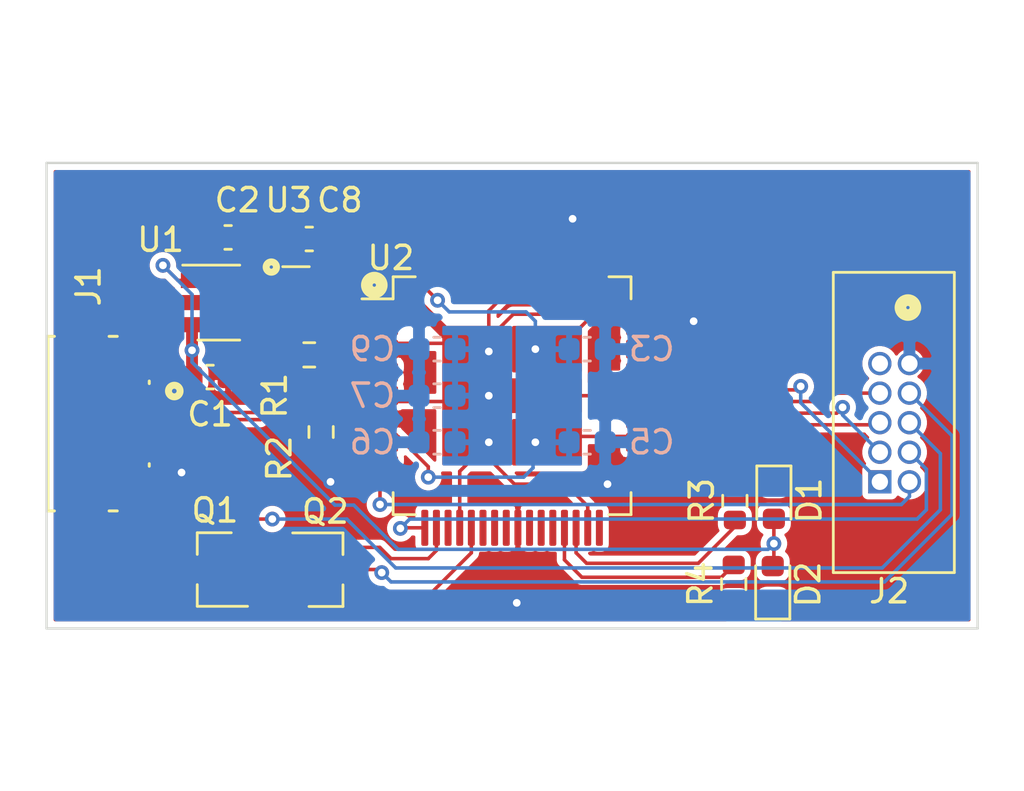
<source format=kicad_pcb>
(kicad_pcb (version 20171130) (host pcbnew "(5.1.7)-1")

  (general
    (thickness 1.6)
    (drawings 7)
    (tracks 177)
    (zones 0)
    (modules 21)
    (nets 55)
  )

  (page A4)
  (layers
    (0 F.Cu signal)
    (31 B.Cu signal)
    (32 B.Adhes user)
    (33 F.Adhes user)
    (34 B.Paste user)
    (35 F.Paste user)
    (36 B.SilkS user)
    (37 F.SilkS user)
    (38 B.Mask user)
    (39 F.Mask user)
    (40 Dwgs.User user)
    (41 Cmts.User user)
    (42 Eco1.User user)
    (43 Eco2.User user)
    (44 Edge.Cuts user)
    (45 Margin user)
    (46 B.CrtYd user)
    (47 F.CrtYd user)
    (48 B.Fab user hide)
    (49 F.Fab user hide)
  )

  (setup
    (last_trace_width 0.1524)
    (user_trace_width 0.1524)
    (user_trace_width 0.508)
    (user_trace_width 1.016)
    (trace_clearance 0.1524)
    (zone_clearance 0.127)
    (zone_45_only no)
    (trace_min 0.1524)
    (via_size 0.635)
    (via_drill 0.3302)
    (via_min_size 0.635)
    (via_min_drill 0.3302)
    (user_via 1.016 0.508)
    (uvia_size 0.3)
    (uvia_drill 0.1)
    (uvias_allowed no)
    (uvia_min_size 0.2)
    (uvia_min_drill 0.1)
    (edge_width 0.05)
    (segment_width 0.2)
    (pcb_text_width 0.3)
    (pcb_text_size 1.5 1.5)
    (mod_edge_width 0.12)
    (mod_text_size 1 1)
    (mod_text_width 0.15)
    (pad_size 1.9 1.9)
    (pad_drill 0)
    (pad_to_mask_clearance 0)
    (aux_axis_origin 0 0)
    (grid_origin 135 116)
    (visible_elements 7EFFFFFF)
    (pcbplotparams
      (layerselection 0x010fc_ffffffff)
      (usegerberextensions false)
      (usegerberattributes false)
      (usegerberadvancedattributes false)
      (creategerberjobfile false)
      (excludeedgelayer true)
      (linewidth 0.100000)
      (plotframeref false)
      (viasonmask false)
      (mode 1)
      (useauxorigin false)
      (hpglpennumber 1)
      (hpglpenspeed 20)
      (hpglpendiameter 15.000000)
      (psnegative false)
      (psa4output false)
      (plotreference true)
      (plotvalue true)
      (plotinvisibletext false)
      (padsonsilk false)
      (subtractmaskfromsilk false)
      (outputformat 1)
      (mirror false)
      (drillshape 0)
      (scaleselection 1)
      (outputdirectory "./"))
  )

  (net 0 "")
  (net 1 GND)
  (net 2 VBUS)
  (net 3 +3V3)
  (net 4 "Net-(J1-Pad4)")
  (net 5 "Net-(J2-Pad9)")
  (net 6 EN)
  (net 7 RX)
  (net 8 TX)
  (net 9 D+)
  (net 10 D-)
  (net 11 +1V8)
  (net 12 "Net-(D1-Pad1)")
  (net 13 "Net-(D2-Pad1)")
  (net 14 IO0)
  (net 15 TDO)
  (net 16 TCK)
  (net 17 TDI)
  (net 18 TMS)
  (net 19 RTS#)
  (net 20 DTR#)
  (net 21 TXLED#)
  (net 22 RXLED#)
  (net 23 "Net-(U2-Pad63)")
  (net 24 "Net-(U2-Pad62)")
  (net 25 "Net-(U2-Pad61)")
  (net 26 "Net-(U2-Pad60)")
  (net 27 "Net-(U2-Pad59)")
  (net 28 "Net-(U2-Pad58)")
  (net 29 "Net-(U2-Pad57)")
  (net 30 "Net-(U2-Pad55)")
  (net 31 "Net-(U2-Pad54)")
  (net 32 "Net-(U2-Pad53)")
  (net 33 "Net-(U2-Pad52)")
  (net 34 "Net-(U2-Pad48)")
  (net 35 "Net-(U2-Pad46)")
  (net 36 "Net-(U2-Pad45)")
  (net 37 "Net-(U2-Pad44)")
  (net 38 "Net-(U2-Pad43)")
  (net 39 "Net-(U2-Pad36)")
  (net 40 "Net-(U2-Pad34)")
  (net 41 "Net-(U2-Pad33)")
  (net 42 "Net-(U2-Pad32)")
  (net 43 "Net-(U2-Pad28)")
  (net 44 "Net-(U2-Pad27)")
  (net 45 "Net-(U2-Pad26)")
  (net 46 "Net-(U2-Pad24)")
  (net 47 "Net-(U2-Pad23)")
  (net 48 "Net-(U2-Pad22)")
  (net 49 "Net-(U2-Pad19)")
  (net 50 "Net-(U2-Pad3)")
  (net 51 /OSCI)
  (net 52 /REF)
  (net 53 /RESET)
  (net 54 "Net-(U1-Pad4)")

  (net_class Default "This is the default net class."
    (clearance 0.1524)
    (trace_width 0.1524)
    (via_dia 0.635)
    (via_drill 0.3302)
    (uvia_dia 0.3)
    (uvia_drill 0.1)
    (diff_pair_width 0.1524)
    (diff_pair_gap 0.1524)
    (add_net +1V8)
    (add_net +3V3)
    (add_net /OSCI)
    (add_net /REF)
    (add_net /RESET)
    (add_net D+)
    (add_net D-)
    (add_net DTR#)
    (add_net EN)
    (add_net GND)
    (add_net IO0)
    (add_net "Net-(D1-Pad1)")
    (add_net "Net-(D2-Pad1)")
    (add_net "Net-(J1-Pad4)")
    (add_net "Net-(J2-Pad9)")
    (add_net "Net-(U1-Pad4)")
    (add_net "Net-(U2-Pad19)")
    (add_net "Net-(U2-Pad22)")
    (add_net "Net-(U2-Pad23)")
    (add_net "Net-(U2-Pad24)")
    (add_net "Net-(U2-Pad26)")
    (add_net "Net-(U2-Pad27)")
    (add_net "Net-(U2-Pad28)")
    (add_net "Net-(U2-Pad3)")
    (add_net "Net-(U2-Pad32)")
    (add_net "Net-(U2-Pad33)")
    (add_net "Net-(U2-Pad34)")
    (add_net "Net-(U2-Pad36)")
    (add_net "Net-(U2-Pad43)")
    (add_net "Net-(U2-Pad44)")
    (add_net "Net-(U2-Pad45)")
    (add_net "Net-(U2-Pad46)")
    (add_net "Net-(U2-Pad48)")
    (add_net "Net-(U2-Pad52)")
    (add_net "Net-(U2-Pad53)")
    (add_net "Net-(U2-Pad54)")
    (add_net "Net-(U2-Pad55)")
    (add_net "Net-(U2-Pad57)")
    (add_net "Net-(U2-Pad58)")
    (add_net "Net-(U2-Pad59)")
    (add_net "Net-(U2-Pad60)")
    (add_net "Net-(U2-Pad61)")
    (add_net "Net-(U2-Pad62)")
    (add_net "Net-(U2-Pad63)")
    (add_net RTS#)
    (add_net RX)
    (add_net RXLED#)
    (add_net TCK)
    (add_net TDI)
    (add_net TDO)
    (add_net TMS)
    (add_net TX)
    (add_net TXLED#)
    (add_net VBUS)
  )

  (module Package_TO_SOT_SMD:SOT-23 (layer F.Cu) (tedit 5A02FF57) (tstamp 5FC87981)
    (at -8.025 7.475)
    (descr "SOT-23, Standard")
    (tags SOT-23)
    (path /5FF7EC17)
    (attr smd)
    (fp_text reference Q2 (at 0 -2.5) (layer F.SilkS)
      (effects (font (size 1 1) (thickness 0.15)))
    )
    (fp_text value 2N7002ET1G (at 0 2.5) (layer F.Fab)
      (effects (font (size 1 1) (thickness 0.15)))
    )
    (fp_line (start 0.76 1.58) (end -0.7 1.58) (layer F.SilkS) (width 0.12))
    (fp_line (start 0.76 -1.58) (end -1.4 -1.58) (layer F.SilkS) (width 0.12))
    (fp_line (start -1.7 1.75) (end -1.7 -1.75) (layer F.CrtYd) (width 0.05))
    (fp_line (start 1.7 1.75) (end -1.7 1.75) (layer F.CrtYd) (width 0.05))
    (fp_line (start 1.7 -1.75) (end 1.7 1.75) (layer F.CrtYd) (width 0.05))
    (fp_line (start -1.7 -1.75) (end 1.7 -1.75) (layer F.CrtYd) (width 0.05))
    (fp_line (start 0.76 -1.58) (end 0.76 -0.65) (layer F.SilkS) (width 0.12))
    (fp_line (start 0.76 1.58) (end 0.76 0.65) (layer F.SilkS) (width 0.12))
    (fp_line (start -0.7 1.52) (end 0.7 1.52) (layer F.Fab) (width 0.1))
    (fp_line (start 0.7 -1.52) (end 0.7 1.52) (layer F.Fab) (width 0.1))
    (fp_line (start -0.7 -0.95) (end -0.15 -1.52) (layer F.Fab) (width 0.1))
    (fp_line (start -0.15 -1.52) (end 0.7 -1.52) (layer F.Fab) (width 0.1))
    (fp_line (start -0.7 -0.95) (end -0.7 1.5) (layer F.Fab) (width 0.1))
    (fp_text user %R (at 0 0 90) (layer F.Fab)
      (effects (font (size 0.5 0.5) (thickness 0.075)))
    )
    (pad 3 smd rect (at 1 0) (size 0.9 0.8) (layers F.Cu F.Paste F.Mask)
      (net 14 IO0))
    (pad 2 smd rect (at -1 0.95) (size 0.9 0.8) (layers F.Cu F.Paste F.Mask)
      (net 20 DTR#))
    (pad 1 smd rect (at -1 -0.95) (size 0.9 0.8) (layers F.Cu F.Paste F.Mask)
      (net 19 RTS#))
    (model ${KISYS3DMOD}/Package_TO_SOT_SMD.3dshapes/SOT-23.wrl
      (at (xyz 0 0 0))
      (scale (xyz 1 1 1))
      (rotate (xyz 0 0 0))
    )
  )

  (module Esper_Footprints:AMPHENOL_10118192-0001LF (layer F.Cu) (tedit 5FC7BF3D) (tstamp 5FC7102C)
    (at -15.8125 1.2 270)
    (path /5DF14664)
    (fp_text reference J1 (at -5.9 2.3875 270) (layer F.SilkS)
      (effects (font (size 1 1) (thickness 0.15)))
    )
    (fp_text value 10118192-0001LF (at 6.92043 5.85033 270) (layer F.Fab)
      (effects (font (size 0.787449 0.787449) (thickness 0.015)))
    )
    (fp_circle (center -1.4 -1.3) (end -1.3 -1.3) (layer F.Fab) (width 0.3))
    (fp_circle (center -1.4 -1.3) (end -1.3 -1.3) (layer F.SilkS) (width 0.3))
    (fp_line (start -4.95 5.686) (end -4.95 -0.925) (layer F.CrtYd) (width 0.05))
    (fp_line (start 4.95 5.686) (end -4.95 5.686) (layer F.CrtYd) (width 0.05))
    (fp_line (start 4.95 -0.925) (end 4.95 5.686) (layer F.CrtYd) (width 0.05))
    (fp_line (start -4.95 -0.925) (end 4.95 -0.925) (layer F.CrtYd) (width 0.05))
    (fp_line (start 1.72 -0.225) (end 1.83 -0.225) (layer F.SilkS) (width 0.127))
    (fp_line (start -1.83 -0.225) (end -1.72 -0.225) (layer F.SilkS) (width 0.127))
    (fp_line (start 3.75 4.125) (end 3.75 3.85) (layer F.SilkS) (width 0.127))
    (fp_line (start -3.75 4.125) (end 3.75 4.125) (layer F.SilkS) (width 0.127))
    (fp_line (start -3.75 3.85) (end -3.75 4.125) (layer F.SilkS) (width 0.127))
    (fp_line (start 3.75 1.15) (end 3.75 1.5) (layer F.SilkS) (width 0.127))
    (fp_line (start -3.75 1.15) (end -3.75 1.5) (layer F.SilkS) (width 0.127))
    (fp_line (start 3.75 4.125) (end 7.15 4.125) (layer F.Fab) (width 0.127))
    (fp_line (start 3.75 4.125) (end -3.75 4.125) (layer F.Fab) (width 0.127))
    (fp_line (start -3.75 4.125) (end -3.75 -0.225) (layer F.Fab) (width 0.127))
    (fp_line (start -3.75 5.436) (end -3.75 4.125) (layer F.Fab) (width 0.127))
    (fp_line (start 3.75 5.436) (end -3.75 5.436) (layer F.Fab) (width 0.127))
    (fp_line (start 3.75 4.125) (end 3.75 5.436) (layer F.Fab) (width 0.127))
    (fp_line (start 3.75 -0.225) (end 3.75 4.125) (layer F.Fab) (width 0.127))
    (fp_line (start -3.75 -0.225) (end 3.75 -0.225) (layer F.Fab) (width 0.127))
    (fp_text user PCB~Edge (at 5.20496 3.90372 270) (layer F.Fab)
      (effects (font (size 0.64061 0.64061) (thickness 0.015)))
    )
    (pad 3 smd rect (at 0 0 270) (size 0.4 1.35) (layers F.Cu F.Paste F.Mask)
      (net 9 D+))
    (pad 2 smd rect (at -0.65 0 270) (size 0.4 1.35) (layers F.Cu F.Paste F.Mask)
      (net 10 D-))
    (pad 4 smd rect (at 0.65 0 270) (size 0.4 1.35) (layers F.Cu F.Paste F.Mask)
      (net 4 "Net-(J1-Pad4)"))
    (pad 1 smd rect (at -1.3 0 270) (size 0.4 1.35) (layers F.Cu F.Paste F.Mask)
      (net 2 VBUS))
    (pad 5 smd rect (at 1.3 0 270) (size 0.4 1.35) (layers F.Cu F.Paste F.Mask)
      (net 1 GND))
    (pad 6 smd rect (at -3.1 0.125 270) (size 2.1 1.6) (layers F.Cu F.Paste F.Mask)
      (net 1 GND))
    (pad 6 smd rect (at 3.1 0.125 270) (size 2.1 1.6) (layers F.Cu F.Paste F.Mask)
      (net 1 GND))
    (pad 6 smd rect (at -3.8 2.675 270) (size 1.8 1.9) (layers F.Cu F.Paste F.Mask)
      (net 1 GND))
    (pad 6 smd rect (at 3.8 2.675 270) (size 1.8 1.9) (layers F.Cu F.Paste F.Mask)
      (net 1 GND))
    (pad 6 smd rect (at -1.2 2.675 270) (size 1.9 1.9) (layers F.Cu F.Paste F.Mask)
      (net 1 GND))
    (pad 6 smd rect (at 1.2 2.675 270) (size 1.9 1.9) (layers F.Cu F.Paste F.Mask)
      (net 1 GND))
  )

  (module Capacitor_SMD:C_0603_1608Metric (layer B.Cu) (tedit 5F68FEEE) (tstamp 5FC7D252)
    (at 3.225 -2)
    (descr "Capacitor SMD 0603 (1608 Metric), square (rectangular) end terminal, IPC_7351 nominal, (Body size source: IPC-SM-782 page 76, https://www.pcb-3d.com/wordpress/wp-content/uploads/ipc-sm-782a_amendment_1_and_2.pdf), generated with kicad-footprint-generator")
    (tags capacitor)
    (path /5FE1885F)
    (attr smd)
    (fp_text reference C3 (at 2.775 0) (layer B.SilkS)
      (effects (font (size 1 1) (thickness 0.15)) (justify mirror))
    )
    (fp_text value 1uF (at 0 -1.43) (layer B.Fab)
      (effects (font (size 1 1) (thickness 0.15)) (justify mirror))
    )
    (fp_line (start 1.48 -0.73) (end -1.48 -0.73) (layer B.CrtYd) (width 0.05))
    (fp_line (start 1.48 0.73) (end 1.48 -0.73) (layer B.CrtYd) (width 0.05))
    (fp_line (start -1.48 0.73) (end 1.48 0.73) (layer B.CrtYd) (width 0.05))
    (fp_line (start -1.48 -0.73) (end -1.48 0.73) (layer B.CrtYd) (width 0.05))
    (fp_line (start -0.14058 -0.51) (end 0.14058 -0.51) (layer B.SilkS) (width 0.12))
    (fp_line (start -0.14058 0.51) (end 0.14058 0.51) (layer B.SilkS) (width 0.12))
    (fp_line (start 0.8 -0.4) (end -0.8 -0.4) (layer B.Fab) (width 0.1))
    (fp_line (start 0.8 0.4) (end 0.8 -0.4) (layer B.Fab) (width 0.1))
    (fp_line (start -0.8 0.4) (end 0.8 0.4) (layer B.Fab) (width 0.1))
    (fp_line (start -0.8 -0.4) (end -0.8 0.4) (layer B.Fab) (width 0.1))
    (fp_text user %R (at 0 0) (layer B.Fab)
      (effects (font (size 0.4 0.4) (thickness 0.06)) (justify mirror))
    )
    (pad 2 smd roundrect (at 0.775 0) (size 0.9 0.95) (layers B.Cu B.Paste B.Mask) (roundrect_rratio 0.25)
      (net 1 GND))
    (pad 1 smd roundrect (at -0.775 0) (size 0.9 0.95) (layers B.Cu B.Paste B.Mask) (roundrect_rratio 0.25)
      (net 11 +1V8))
    (model ${KISYS3DMOD}/Capacitor_SMD.3dshapes/C_0603_1608Metric.wrl
      (at (xyz 0 0 0))
      (scale (xyz 1 1 1))
      (rotate (xyz 0 0 0))
    )
  )

  (module Package_TO_SOT_SMD:SOT-23-5 (layer F.Cu) (tedit 5A02FF57) (tstamp 5FC7C482)
    (at -12.6 -4)
    (descr "5-pin SOT23 package")
    (tags SOT-23-5)
    (path /5FDDDA64)
    (attr smd)
    (fp_text reference U1 (at -2.5 -2.7 180) (layer F.SilkS)
      (effects (font (size 1 1) (thickness 0.15)))
    )
    (fp_text value TLV75533PDBV (at 0 2.9) (layer F.Fab)
      (effects (font (size 1 1) (thickness 0.15)))
    )
    (fp_line (start -0.9 1.61) (end 0.9 1.61) (layer F.SilkS) (width 0.12))
    (fp_line (start 0.9 -1.61) (end -1.55 -1.61) (layer F.SilkS) (width 0.12))
    (fp_line (start -1.9 -1.8) (end 1.9 -1.8) (layer F.CrtYd) (width 0.05))
    (fp_line (start 1.9 -1.8) (end 1.9 1.8) (layer F.CrtYd) (width 0.05))
    (fp_line (start 1.9 1.8) (end -1.9 1.8) (layer F.CrtYd) (width 0.05))
    (fp_line (start -1.9 1.8) (end -1.9 -1.8) (layer F.CrtYd) (width 0.05))
    (fp_line (start -0.9 -0.9) (end -0.25 -1.55) (layer F.Fab) (width 0.1))
    (fp_line (start 0.9 -1.55) (end -0.25 -1.55) (layer F.Fab) (width 0.1))
    (fp_line (start -0.9 -0.9) (end -0.9 1.55) (layer F.Fab) (width 0.1))
    (fp_line (start 0.9 1.55) (end -0.9 1.55) (layer F.Fab) (width 0.1))
    (fp_line (start 0.9 -1.55) (end 0.9 1.55) (layer F.Fab) (width 0.1))
    (fp_text user %R (at 0 0 90) (layer F.Fab)
      (effects (font (size 0.5 0.5) (thickness 0.075)))
    )
    (pad 1 smd rect (at -1.1 -0.95) (size 1.06 0.65) (layers F.Cu F.Paste F.Mask)
      (net 2 VBUS))
    (pad 2 smd rect (at -1.1 0) (size 1.06 0.65) (layers F.Cu F.Paste F.Mask)
      (net 1 GND))
    (pad 3 smd rect (at -1.1 0.95) (size 1.06 0.65) (layers F.Cu F.Paste F.Mask)
      (net 2 VBUS))
    (pad 4 smd rect (at 1.1 0.95) (size 1.06 0.65) (layers F.Cu F.Paste F.Mask)
      (net 54 "Net-(U1-Pad4)"))
    (pad 5 smd rect (at 1.1 -0.95) (size 1.06 0.65) (layers F.Cu F.Paste F.Mask)
      (net 3 +3V3))
    (model ${KISYS3DMOD}/Package_TO_SOT_SMD.3dshapes/SOT-23-5.wrl
      (at (xyz 0 0 0))
      (scale (xyz 1 1 1))
      (rotate (xyz 0 0 0))
    )
  )

  (module Resistor_SMD:R_0603_1608Metric (layer F.Cu) (tedit 5F68FEEE) (tstamp 5FC6E62B)
    (at -8.7132 -1.7544 180)
    (descr "Resistor SMD 0603 (1608 Metric), square (rectangular) end terminal, IPC_7351 nominal, (Body size source: IPC-SM-782 page 72, https://www.pcb-3d.com/wordpress/wp-content/uploads/ipc-sm-782a_amendment_1_and_2.pdf), generated with kicad-footprint-generator")
    (tags resistor)
    (path /5FC9257F)
    (attr smd)
    (fp_text reference R1 (at 1.4868 -1.7544 90) (layer F.SilkS)
      (effects (font (size 1 1) (thickness 0.15)))
    )
    (fp_text value 12K (at 0 1.43) (layer F.Fab)
      (effects (font (size 1 1) (thickness 0.15)))
    )
    (fp_line (start 1.48 0.73) (end -1.48 0.73) (layer F.CrtYd) (width 0.05))
    (fp_line (start 1.48 -0.73) (end 1.48 0.73) (layer F.CrtYd) (width 0.05))
    (fp_line (start -1.48 -0.73) (end 1.48 -0.73) (layer F.CrtYd) (width 0.05))
    (fp_line (start -1.48 0.73) (end -1.48 -0.73) (layer F.CrtYd) (width 0.05))
    (fp_line (start -0.237258 0.5225) (end 0.237258 0.5225) (layer F.SilkS) (width 0.12))
    (fp_line (start -0.237258 -0.5225) (end 0.237258 -0.5225) (layer F.SilkS) (width 0.12))
    (fp_line (start 0.8 0.4125) (end -0.8 0.4125) (layer F.Fab) (width 0.1))
    (fp_line (start 0.8 -0.4125) (end 0.8 0.4125) (layer F.Fab) (width 0.1))
    (fp_line (start -0.8 -0.4125) (end 0.8 -0.4125) (layer F.Fab) (width 0.1))
    (fp_line (start -0.8 0.4125) (end -0.8 -0.4125) (layer F.Fab) (width 0.1))
    (fp_text user %R (at 0 0) (layer F.Fab)
      (effects (font (size 0.4 0.4) (thickness 0.06)))
    )
    (pad 2 smd roundrect (at 0.825 0 180) (size 0.8 0.95) (layers F.Cu F.Paste F.Mask) (roundrect_rratio 0.25)
      (net 1 GND))
    (pad 1 smd roundrect (at -0.825 0 180) (size 0.8 0.95) (layers F.Cu F.Paste F.Mask) (roundrect_rratio 0.25)
      (net 52 /REF))
    (model ${KISYS3DMOD}/Resistor_SMD.3dshapes/R_0603_1608Metric.wrl
      (at (xyz 0 0 0))
      (scale (xyz 1 1 1))
      (rotate (xyz 0 0 0))
    )
  )

  (module Capacitor_SMD:C_0603_1608Metric (layer B.Cu) (tedit 5F68FEEE) (tstamp 5FC75800)
    (at -3.225 -2 180)
    (descr "Capacitor SMD 0603 (1608 Metric), square (rectangular) end terminal, IPC_7351 nominal, (Body size source: IPC-SM-782 page 76, https://www.pcb-3d.com/wordpress/wp-content/uploads/ipc-sm-782a_amendment_1_and_2.pdf), generated with kicad-footprint-generator")
    (tags capacitor)
    (path /5FD571BE)
    (attr smd)
    (fp_text reference C9 (at 2.775 0 180) (layer B.SilkS)
      (effects (font (size 1 1) (thickness 0.15)) (justify mirror))
    )
    (fp_text value 0.1uF (at 0 -1.43 180) (layer B.Fab)
      (effects (font (size 1 1) (thickness 0.15)) (justify mirror))
    )
    (fp_line (start 1.48 -0.73) (end -1.48 -0.73) (layer B.CrtYd) (width 0.05))
    (fp_line (start 1.48 0.73) (end 1.48 -0.73) (layer B.CrtYd) (width 0.05))
    (fp_line (start -1.48 0.73) (end 1.48 0.73) (layer B.CrtYd) (width 0.05))
    (fp_line (start -1.48 -0.73) (end -1.48 0.73) (layer B.CrtYd) (width 0.05))
    (fp_line (start -0.14058 -0.51) (end 0.14058 -0.51) (layer B.SilkS) (width 0.12))
    (fp_line (start -0.14058 0.51) (end 0.14058 0.51) (layer B.SilkS) (width 0.12))
    (fp_line (start 0.8 -0.4) (end -0.8 -0.4) (layer B.Fab) (width 0.1))
    (fp_line (start 0.8 0.4) (end 0.8 -0.4) (layer B.Fab) (width 0.1))
    (fp_line (start -0.8 0.4) (end 0.8 0.4) (layer B.Fab) (width 0.1))
    (fp_line (start -0.8 -0.4) (end -0.8 0.4) (layer B.Fab) (width 0.1))
    (fp_text user %R (at 0 0 180) (layer B.Fab)
      (effects (font (size 0.4 0.4) (thickness 0.06)) (justify mirror))
    )
    (pad 2 smd roundrect (at 0.775 0 180) (size 0.9 0.95) (layers B.Cu B.Paste B.Mask) (roundrect_rratio 0.25)
      (net 1 GND))
    (pad 1 smd roundrect (at -0.775 0 180) (size 0.9 0.95) (layers B.Cu B.Paste B.Mask) (roundrect_rratio 0.25)
      (net 3 +3V3))
    (model ${KISYS3DMOD}/Capacitor_SMD.3dshapes/C_0603_1608Metric.wrl
      (at (xyz 0 0 0))
      (scale (xyz 1 1 1))
      (rotate (xyz 0 0 0))
    )
  )

  (module Capacitor_SMD:C_0603_1608Metric (layer F.Cu) (tedit 5F68FEEE) (tstamp 5FC749BD)
    (at -8.7132 -6.7328 180)
    (descr "Capacitor SMD 0603 (1608 Metric), square (rectangular) end terminal, IPC_7351 nominal, (Body size source: IPC-SM-782 page 76, https://www.pcb-3d.com/wordpress/wp-content/uploads/ipc-sm-782a_amendment_1_and_2.pdf), generated with kicad-footprint-generator")
    (tags capacitor)
    (path /5FD2FFCD)
    (attr smd)
    (fp_text reference C8 (at -1.3132 1.6672) (layer F.SilkS)
      (effects (font (size 1 1) (thickness 0.15)))
    )
    (fp_text value 0.1uF (at 0 1.43) (layer F.Fab)
      (effects (font (size 1 1) (thickness 0.15)))
    )
    (fp_line (start 1.48 0.73) (end -1.48 0.73) (layer F.CrtYd) (width 0.05))
    (fp_line (start 1.48 -0.73) (end 1.48 0.73) (layer F.CrtYd) (width 0.05))
    (fp_line (start -1.48 -0.73) (end 1.48 -0.73) (layer F.CrtYd) (width 0.05))
    (fp_line (start -1.48 0.73) (end -1.48 -0.73) (layer F.CrtYd) (width 0.05))
    (fp_line (start -0.14058 0.51) (end 0.14058 0.51) (layer F.SilkS) (width 0.12))
    (fp_line (start -0.14058 -0.51) (end 0.14058 -0.51) (layer F.SilkS) (width 0.12))
    (fp_line (start 0.8 0.4) (end -0.8 0.4) (layer F.Fab) (width 0.1))
    (fp_line (start 0.8 -0.4) (end 0.8 0.4) (layer F.Fab) (width 0.1))
    (fp_line (start -0.8 -0.4) (end 0.8 -0.4) (layer F.Fab) (width 0.1))
    (fp_line (start -0.8 0.4) (end -0.8 -0.4) (layer F.Fab) (width 0.1))
    (fp_text user %R (at 0 0) (layer F.Fab)
      (effects (font (size 0.4 0.4) (thickness 0.06)))
    )
    (pad 2 smd roundrect (at 0.775 0 180) (size 0.9 0.95) (layers F.Cu F.Paste F.Mask) (roundrect_rratio 0.25)
      (net 1 GND))
    (pad 1 smd roundrect (at -0.775 0 180) (size 0.9 0.95) (layers F.Cu F.Paste F.Mask) (roundrect_rratio 0.25)
      (net 3 +3V3))
    (model ${KISYS3DMOD}/Capacitor_SMD.3dshapes/C_0603_1608Metric.wrl
      (at (xyz 0 0 0))
      (scale (xyz 1 1 1))
      (rotate (xyz 0 0 0))
    )
  )

  (module Package_QFP:LQFP-64_10x10mm_P0.5mm (layer F.Cu) (tedit 5D9F72AF) (tstamp 5FC72F73)
    (at 0 0)
    (descr "LQFP, 64 Pin (https://www.analog.com/media/en/technical-documentation/data-sheets/ad7606_7606-6_7606-4.pdf), generated with kicad-footprint-generator ipc_gullwing_generator.py")
    (tags "LQFP QFP")
    (path /5FC68547)
    (attr smd)
    (fp_text reference U2 (at -5.208 -5.92) (layer F.SilkS)
      (effects (font (size 1 1) (thickness 0.15)))
    )
    (fp_text value FT2232HL (at 0 7.4) (layer F.Fab)
      (effects (font (size 1 1) (thickness 0.15)))
    )
    (fp_line (start 6.7 4.15) (end 6.7 0) (layer F.CrtYd) (width 0.05))
    (fp_line (start 5.25 4.15) (end 6.7 4.15) (layer F.CrtYd) (width 0.05))
    (fp_line (start 5.25 5.25) (end 5.25 4.15) (layer F.CrtYd) (width 0.05))
    (fp_line (start 4.15 5.25) (end 5.25 5.25) (layer F.CrtYd) (width 0.05))
    (fp_line (start 4.15 6.7) (end 4.15 5.25) (layer F.CrtYd) (width 0.05))
    (fp_line (start 0 6.7) (end 4.15 6.7) (layer F.CrtYd) (width 0.05))
    (fp_line (start -6.7 4.15) (end -6.7 0) (layer F.CrtYd) (width 0.05))
    (fp_line (start -5.25 4.15) (end -6.7 4.15) (layer F.CrtYd) (width 0.05))
    (fp_line (start -5.25 5.25) (end -5.25 4.15) (layer F.CrtYd) (width 0.05))
    (fp_line (start -4.15 5.25) (end -5.25 5.25) (layer F.CrtYd) (width 0.05))
    (fp_line (start -4.15 6.7) (end -4.15 5.25) (layer F.CrtYd) (width 0.05))
    (fp_line (start 0 6.7) (end -4.15 6.7) (layer F.CrtYd) (width 0.05))
    (fp_line (start 6.7 -4.15) (end 6.7 0) (layer F.CrtYd) (width 0.05))
    (fp_line (start 5.25 -4.15) (end 6.7 -4.15) (layer F.CrtYd) (width 0.05))
    (fp_line (start 5.25 -5.25) (end 5.25 -4.15) (layer F.CrtYd) (width 0.05))
    (fp_line (start 4.15 -5.25) (end 5.25 -5.25) (layer F.CrtYd) (width 0.05))
    (fp_line (start 4.15 -6.7) (end 4.15 -5.25) (layer F.CrtYd) (width 0.05))
    (fp_line (start 0 -6.7) (end 4.15 -6.7) (layer F.CrtYd) (width 0.05))
    (fp_line (start -6.7 -4.15) (end -6.7 0) (layer F.CrtYd) (width 0.05))
    (fp_line (start -5.25 -4.15) (end -6.7 -4.15) (layer F.CrtYd) (width 0.05))
    (fp_line (start -5.25 -5.25) (end -5.25 -4.15) (layer F.CrtYd) (width 0.05))
    (fp_line (start -4.15 -5.25) (end -5.25 -5.25) (layer F.CrtYd) (width 0.05))
    (fp_line (start -4.15 -6.7) (end -4.15 -5.25) (layer F.CrtYd) (width 0.05))
    (fp_line (start 0 -6.7) (end -4.15 -6.7) (layer F.CrtYd) (width 0.05))
    (fp_line (start -5 -4) (end -4 -5) (layer F.Fab) (width 0.1))
    (fp_line (start -5 5) (end -5 -4) (layer F.Fab) (width 0.1))
    (fp_line (start 5 5) (end -5 5) (layer F.Fab) (width 0.1))
    (fp_line (start 5 -5) (end 5 5) (layer F.Fab) (width 0.1))
    (fp_line (start -4 -5) (end 5 -5) (layer F.Fab) (width 0.1))
    (fp_line (start -5.11 -4.16) (end -6.45 -4.16) (layer F.SilkS) (width 0.12))
    (fp_line (start -5.11 -5.11) (end -5.11 -4.16) (layer F.SilkS) (width 0.12))
    (fp_line (start -4.16 -5.11) (end -5.11 -5.11) (layer F.SilkS) (width 0.12))
    (fp_line (start 5.11 -5.11) (end 5.11 -4.16) (layer F.SilkS) (width 0.12))
    (fp_line (start 4.16 -5.11) (end 5.11 -5.11) (layer F.SilkS) (width 0.12))
    (fp_line (start -5.11 5.11) (end -5.11 4.16) (layer F.SilkS) (width 0.12))
    (fp_line (start -4.16 5.11) (end -5.11 5.11) (layer F.SilkS) (width 0.12))
    (fp_line (start 5.11 5.11) (end 5.11 4.16) (layer F.SilkS) (width 0.12))
    (fp_line (start 4.16 5.11) (end 5.11 5.11) (layer F.SilkS) (width 0.12))
    (fp_text user %R (at 0 0) (layer F.Fab)
      (effects (font (size 1 1) (thickness 0.15)))
    )
    (pad 64 smd roundrect (at -3.75 -5.675) (size 0.3 1.55) (layers F.Cu F.Paste F.Mask) (roundrect_rratio 0.25)
      (net 11 +1V8))
    (pad 63 smd roundrect (at -3.25 -5.675) (size 0.3 1.55) (layers F.Cu F.Paste F.Mask) (roundrect_rratio 0.25)
      (net 23 "Net-(U2-Pad63)"))
    (pad 62 smd roundrect (at -2.75 -5.675) (size 0.3 1.55) (layers F.Cu F.Paste F.Mask) (roundrect_rratio 0.25)
      (net 24 "Net-(U2-Pad62)"))
    (pad 61 smd roundrect (at -2.25 -5.675) (size 0.3 1.55) (layers F.Cu F.Paste F.Mask) (roundrect_rratio 0.25)
      (net 25 "Net-(U2-Pad61)"))
    (pad 60 smd roundrect (at -1.75 -5.675) (size 0.3 1.55) (layers F.Cu F.Paste F.Mask) (roundrect_rratio 0.25)
      (net 26 "Net-(U2-Pad60)"))
    (pad 59 smd roundrect (at -1.25 -5.675) (size 0.3 1.55) (layers F.Cu F.Paste F.Mask) (roundrect_rratio 0.25)
      (net 27 "Net-(U2-Pad59)"))
    (pad 58 smd roundrect (at -0.75 -5.675) (size 0.3 1.55) (layers F.Cu F.Paste F.Mask) (roundrect_rratio 0.25)
      (net 28 "Net-(U2-Pad58)"))
    (pad 57 smd roundrect (at -0.25 -5.675) (size 0.3 1.55) (layers F.Cu F.Paste F.Mask) (roundrect_rratio 0.25)
      (net 29 "Net-(U2-Pad57)"))
    (pad 56 smd roundrect (at 0.25 -5.675) (size 0.3 1.55) (layers F.Cu F.Paste F.Mask) (roundrect_rratio 0.25)
      (net 3 +3V3))
    (pad 55 smd roundrect (at 0.75 -5.675) (size 0.3 1.55) (layers F.Cu F.Paste F.Mask) (roundrect_rratio 0.25)
      (net 30 "Net-(U2-Pad55)"))
    (pad 54 smd roundrect (at 1.25 -5.675) (size 0.3 1.55) (layers F.Cu F.Paste F.Mask) (roundrect_rratio 0.25)
      (net 31 "Net-(U2-Pad54)"))
    (pad 53 smd roundrect (at 1.75 -5.675) (size 0.3 1.55) (layers F.Cu F.Paste F.Mask) (roundrect_rratio 0.25)
      (net 32 "Net-(U2-Pad53)"))
    (pad 52 smd roundrect (at 2.25 -5.675) (size 0.3 1.55) (layers F.Cu F.Paste F.Mask) (roundrect_rratio 0.25)
      (net 33 "Net-(U2-Pad52)"))
    (pad 51 smd roundrect (at 2.75 -5.675) (size 0.3 1.55) (layers F.Cu F.Paste F.Mask) (roundrect_rratio 0.25)
      (net 1 GND))
    (pad 50 smd roundrect (at 3.25 -5.675) (size 0.3 1.55) (layers F.Cu F.Paste F.Mask) (roundrect_rratio 0.25)
      (net 3 +3V3))
    (pad 49 smd roundrect (at 3.75 -5.675) (size 0.3 1.55) (layers F.Cu F.Paste F.Mask) (roundrect_rratio 0.25)
      (net 11 +1V8))
    (pad 48 smd roundrect (at 5.675 -3.75) (size 1.55 0.3) (layers F.Cu F.Paste F.Mask) (roundrect_rratio 0.25)
      (net 34 "Net-(U2-Pad48)"))
    (pad 47 smd roundrect (at 5.675 -3.25) (size 1.55 0.3) (layers F.Cu F.Paste F.Mask) (roundrect_rratio 0.25)
      (net 1 GND))
    (pad 46 smd roundrect (at 5.675 -2.75) (size 1.55 0.3) (layers F.Cu F.Paste F.Mask) (roundrect_rratio 0.25)
      (net 35 "Net-(U2-Pad46)"))
    (pad 45 smd roundrect (at 5.675 -2.25) (size 1.55 0.3) (layers F.Cu F.Paste F.Mask) (roundrect_rratio 0.25)
      (net 36 "Net-(U2-Pad45)"))
    (pad 44 smd roundrect (at 5.675 -1.75) (size 1.55 0.3) (layers F.Cu F.Paste F.Mask) (roundrect_rratio 0.25)
      (net 37 "Net-(U2-Pad44)"))
    (pad 43 smd roundrect (at 5.675 -1.25) (size 1.55 0.3) (layers F.Cu F.Paste F.Mask) (roundrect_rratio 0.25)
      (net 38 "Net-(U2-Pad43)"))
    (pad 42 smd roundrect (at 5.675 -0.75) (size 1.55 0.3) (layers F.Cu F.Paste F.Mask) (roundrect_rratio 0.25)
      (net 3 +3V3))
    (pad 41 smd roundrect (at 5.675 -0.25) (size 1.55 0.3) (layers F.Cu F.Paste F.Mask) (roundrect_rratio 0.25)
      (net 18 TMS))
    (pad 40 smd roundrect (at 5.675 0.25) (size 1.55 0.3) (layers F.Cu F.Paste F.Mask) (roundrect_rratio 0.25)
      (net 15 TDO))
    (pad 39 smd roundrect (at 5.675 0.75) (size 1.55 0.3) (layers F.Cu F.Paste F.Mask) (roundrect_rratio 0.25)
      (net 17 TDI))
    (pad 38 smd roundrect (at 5.675 1.25) (size 1.55 0.3) (layers F.Cu F.Paste F.Mask) (roundrect_rratio 0.25)
      (net 16 TCK))
    (pad 37 smd roundrect (at 5.675 1.75) (size 1.55 0.3) (layers F.Cu F.Paste F.Mask) (roundrect_rratio 0.25)
      (net 11 +1V8))
    (pad 36 smd roundrect (at 5.675 2.25) (size 1.55 0.3) (layers F.Cu F.Paste F.Mask) (roundrect_rratio 0.25)
      (net 39 "Net-(U2-Pad36)"))
    (pad 35 smd roundrect (at 5.675 2.75) (size 1.55 0.3) (layers F.Cu F.Paste F.Mask) (roundrect_rratio 0.25)
      (net 1 GND))
    (pad 34 smd roundrect (at 5.675 3.25) (size 1.55 0.3) (layers F.Cu F.Paste F.Mask) (roundrect_rratio 0.25)
      (net 40 "Net-(U2-Pad34)"))
    (pad 33 smd roundrect (at 5.675 3.75) (size 1.55 0.3) (layers F.Cu F.Paste F.Mask) (roundrect_rratio 0.25)
      (net 41 "Net-(U2-Pad33)"))
    (pad 32 smd roundrect (at 3.75 5.675) (size 0.3 1.55) (layers F.Cu F.Paste F.Mask) (roundrect_rratio 0.25)
      (net 42 "Net-(U2-Pad32)"))
    (pad 31 smd roundrect (at 3.25 5.675) (size 0.3 1.55) (layers F.Cu F.Paste F.Mask) (roundrect_rratio 0.25)
      (net 3 +3V3))
    (pad 30 smd roundrect (at 2.75 5.675) (size 0.3 1.55) (layers F.Cu F.Paste F.Mask) (roundrect_rratio 0.25)
      (net 21 TXLED#))
    (pad 29 smd roundrect (at 2.25 5.675) (size 0.3 1.55) (layers F.Cu F.Paste F.Mask) (roundrect_rratio 0.25)
      (net 22 RXLED#))
    (pad 28 smd roundrect (at 1.75 5.675) (size 0.3 1.55) (layers F.Cu F.Paste F.Mask) (roundrect_rratio 0.25)
      (net 43 "Net-(U2-Pad28)"))
    (pad 27 smd roundrect (at 1.25 5.675) (size 0.3 1.55) (layers F.Cu F.Paste F.Mask) (roundrect_rratio 0.25)
      (net 44 "Net-(U2-Pad27)"))
    (pad 26 smd roundrect (at 0.75 5.675) (size 0.3 1.55) (layers F.Cu F.Paste F.Mask) (roundrect_rratio 0.25)
      (net 45 "Net-(U2-Pad26)"))
    (pad 25 smd roundrect (at 0.25 5.675) (size 0.3 1.55) (layers F.Cu F.Paste F.Mask) (roundrect_rratio 0.25)
      (net 1 GND))
    (pad 24 smd roundrect (at -0.25 5.675) (size 0.3 1.55) (layers F.Cu F.Paste F.Mask) (roundrect_rratio 0.25)
      (net 46 "Net-(U2-Pad24)"))
    (pad 23 smd roundrect (at -0.75 5.675) (size 0.3 1.55) (layers F.Cu F.Paste F.Mask) (roundrect_rratio 0.25)
      (net 47 "Net-(U2-Pad23)"))
    (pad 22 smd roundrect (at -1.25 5.675) (size 0.3 1.55) (layers F.Cu F.Paste F.Mask) (roundrect_rratio 0.25)
      (net 48 "Net-(U2-Pad22)"))
    (pad 21 smd roundrect (at -1.75 5.675) (size 0.3 1.55) (layers F.Cu F.Paste F.Mask) (roundrect_rratio 0.25)
      (net 20 DTR#))
    (pad 20 smd roundrect (at -2.25 5.675) (size 0.3 1.55) (layers F.Cu F.Paste F.Mask) (roundrect_rratio 0.25)
      (net 3 +3V3))
    (pad 19 smd roundrect (at -2.75 5.675) (size 0.3 1.55) (layers F.Cu F.Paste F.Mask) (roundrect_rratio 0.25)
      (net 49 "Net-(U2-Pad19)"))
    (pad 18 smd roundrect (at -3.25 5.675) (size 0.3 1.55) (layers F.Cu F.Paste F.Mask) (roundrect_rratio 0.25)
      (net 19 RTS#))
    (pad 17 smd roundrect (at -3.75 5.675) (size 0.3 1.55) (layers F.Cu F.Paste F.Mask) (roundrect_rratio 0.25)
      (net 7 RX))
    (pad 16 smd roundrect (at -5.675 3.75) (size 1.55 0.3) (layers F.Cu F.Paste F.Mask) (roundrect_rratio 0.25)
      (net 8 TX))
    (pad 15 smd roundrect (at -5.675 3.25) (size 1.55 0.3) (layers F.Cu F.Paste F.Mask) (roundrect_rratio 0.25)
      (net 1 GND))
    (pad 14 smd roundrect (at -5.675 2.75) (size 1.55 0.3) (layers F.Cu F.Paste F.Mask) (roundrect_rratio 0.25)
      (net 53 /RESET))
    (pad 13 smd roundrect (at -5.675 2.25) (size 1.55 0.3) (layers F.Cu F.Paste F.Mask) (roundrect_rratio 0.25)
      (net 1 GND))
    (pad 12 smd roundrect (at -5.675 1.75) (size 1.55 0.3) (layers F.Cu F.Paste F.Mask) (roundrect_rratio 0.25)
      (net 11 +1V8))
    (pad 11 smd roundrect (at -5.675 1.25) (size 1.55 0.3) (layers F.Cu F.Paste F.Mask) (roundrect_rratio 0.25)
      (net 1 GND))
    (pad 10 smd roundrect (at -5.675 0.75) (size 1.55 0.3) (layers F.Cu F.Paste F.Mask) (roundrect_rratio 0.25)
      (net 1 GND))
    (pad 9 smd roundrect (at -5.675 0.25) (size 1.55 0.3) (layers F.Cu F.Paste F.Mask) (roundrect_rratio 0.25)
      (net 3 +3V3))
    (pad 8 smd roundrect (at -5.675 -0.25) (size 1.55 0.3) (layers F.Cu F.Paste F.Mask) (roundrect_rratio 0.25)
      (net 9 D+))
    (pad 7 smd roundrect (at -5.675 -0.75) (size 1.55 0.3) (layers F.Cu F.Paste F.Mask) (roundrect_rratio 0.25)
      (net 10 D-))
    (pad 6 smd roundrect (at -5.675 -1.25) (size 1.55 0.3) (layers F.Cu F.Paste F.Mask) (roundrect_rratio 0.25)
      (net 52 /REF))
    (pad 5 smd roundrect (at -5.675 -1.75) (size 1.55 0.3) (layers F.Cu F.Paste F.Mask) (roundrect_rratio 0.25)
      (net 1 GND))
    (pad 4 smd roundrect (at -5.675 -2.25) (size 1.55 0.3) (layers F.Cu F.Paste F.Mask) (roundrect_rratio 0.25)
      (net 3 +3V3))
    (pad 3 smd roundrect (at -5.675 -2.75) (size 1.55 0.3) (layers F.Cu F.Paste F.Mask) (roundrect_rratio 0.25)
      (net 50 "Net-(U2-Pad3)"))
    (pad 2 smd roundrect (at -5.675 -3.25) (size 1.55 0.3) (layers F.Cu F.Paste F.Mask) (roundrect_rratio 0.25)
      (net 51 /OSCI))
    (pad 1 smd roundrect (at -5.675 -3.75) (size 1.55 0.3) (layers F.Cu F.Paste F.Mask) (roundrect_rratio 0.25)
      (net 1 GND))
    (model ${KISYS3DMOD}/Package_QFP.3dshapes/LQFP-64_10x10mm_P0.5mm.wrl
      (at (xyz 0 0 0))
      (scale (xyz 1 1 1))
      (rotate (xyz 0 0 0))
    )
  )

  (module Oscillator:Oscillator_SMD_Abracon_ASDMB-4Pin_2.5x2.0mm (layer F.Cu) (tedit 5CA1C904) (tstamp 5FC6E703)
    (at -8.7132 -4.1928 270)
    (descr "Miniature Crystal Clock Oscillator Abracon ASDMB series, 2.5x2.0mm package, http://www.abracon.com/Oscillators/ASDMB.pdf")
    (tags "SMD SMT crystal oscillator")
    (path /5FD75CF6)
    (attr smd)
    (fp_text reference U3 (at -4.2072 0.8868) (layer F.SilkS)
      (effects (font (size 1 1) (thickness 0.15)))
    )
    (fp_text value ASDMB-12.000MHz (at 0 2.45 90) (layer F.Fab)
      (effects (font (size 1 1) (thickness 0.15)))
    )
    (fp_line (start 1.5 -1.45) (end -1.5 -1.45) (layer F.CrtYd) (width 0.05))
    (fp_line (start 1.5 1.45) (end 1.5 -1.45) (layer F.CrtYd) (width 0.05))
    (fp_line (start -1.5 1.45) (end 1.5 1.45) (layer F.CrtYd) (width 0.05))
    (fp_line (start -1.5 -1.45) (end -1.5 1.45) (layer F.CrtYd) (width 0.05))
    (fp_line (start -1.35 0) (end -1.35 1.14) (layer F.SilkS) (width 0.12))
    (fp_line (start -1.25 0.5) (end -0.75 1) (layer F.Fab) (width 0.1))
    (fp_line (start -1.25 0.5) (end -1.25 -1) (layer F.Fab) (width 0.1))
    (fp_line (start 1.25 1) (end -0.75 1) (layer F.Fab) (width 0.1))
    (fp_line (start 1.25 -1) (end 1.25 1) (layer F.Fab) (width 0.1))
    (fp_line (start -1.25 -1) (end 1.25 -1) (layer F.Fab) (width 0.1))
    (fp_text user %R (at 0 0 90) (layer F.Fab)
      (effects (font (size 0.6 0.6) (thickness 0.105)))
    )
    (pad 4 smd rect (at -0.825 -0.775 270) (size 0.65 0.85) (layers F.Cu F.Paste F.Mask)
      (net 3 +3V3))
    (pad 3 smd rect (at 0.825 -0.775 270) (size 0.65 0.85) (layers F.Cu F.Paste F.Mask)
      (net 51 /OSCI))
    (pad 2 smd rect (at 0.825 0.775 270) (size 0.65 0.85) (layers F.Cu F.Paste F.Mask)
      (net 1 GND))
    (pad 1 smd rect (at -0.825 0.775 270) (size 0.65 0.85) (layers F.Cu F.Paste F.Mask)
      (net 3 +3V3))
    (model ${KISYS3DMOD}/Oscillator.3dshapes/Oscillator_SMD_Abracon_ASDMB-4Pin_2.5x2.0mm.wrl
      (at (xyz 0 0 0))
      (scale (xyz 1 1 1))
      (rotate (xyz 0 0 0))
    )
  )

  (module Resistor_SMD:R_0603_1608Metric (layer F.Cu) (tedit 5F68FEEE) (tstamp 5FC6E65E)
    (at 9.5216 8.0954 90)
    (descr "Resistor SMD 0603 (1608 Metric), square (rectangular) end terminal, IPC_7351 nominal, (Body size source: IPC-SM-782 page 72, https://www.pcb-3d.com/wordpress/wp-content/uploads/ipc-sm-782a_amendment_1_and_2.pdf), generated with kicad-footprint-generator")
    (tags resistor)
    (path /5FDCDC37)
    (attr smd)
    (fp_text reference R4 (at 0 -1.43 90) (layer F.SilkS)
      (effects (font (size 1 1) (thickness 0.15)))
    )
    (fp_text value 470 (at 0 1.43 90) (layer F.Fab)
      (effects (font (size 1 1) (thickness 0.15)))
    )
    (fp_line (start 1.48 0.73) (end -1.48 0.73) (layer F.CrtYd) (width 0.05))
    (fp_line (start 1.48 -0.73) (end 1.48 0.73) (layer F.CrtYd) (width 0.05))
    (fp_line (start -1.48 -0.73) (end 1.48 -0.73) (layer F.CrtYd) (width 0.05))
    (fp_line (start -1.48 0.73) (end -1.48 -0.73) (layer F.CrtYd) (width 0.05))
    (fp_line (start -0.237258 0.5225) (end 0.237258 0.5225) (layer F.SilkS) (width 0.12))
    (fp_line (start -0.237258 -0.5225) (end 0.237258 -0.5225) (layer F.SilkS) (width 0.12))
    (fp_line (start 0.8 0.4125) (end -0.8 0.4125) (layer F.Fab) (width 0.1))
    (fp_line (start 0.8 -0.4125) (end 0.8 0.4125) (layer F.Fab) (width 0.1))
    (fp_line (start -0.8 -0.4125) (end 0.8 -0.4125) (layer F.Fab) (width 0.1))
    (fp_line (start -0.8 0.4125) (end -0.8 -0.4125) (layer F.Fab) (width 0.1))
    (fp_text user %R (at 0 0 90) (layer F.Fab)
      (effects (font (size 0.4 0.4) (thickness 0.06)))
    )
    (pad 2 smd roundrect (at 0.825 0 90) (size 0.8 0.95) (layers F.Cu F.Paste F.Mask) (roundrect_rratio 0.25)
      (net 22 RXLED#))
    (pad 1 smd roundrect (at -0.825 0 90) (size 0.8 0.95) (layers F.Cu F.Paste F.Mask) (roundrect_rratio 0.25)
      (net 13 "Net-(D2-Pad1)"))
    (model ${KISYS3DMOD}/Resistor_SMD.3dshapes/R_0603_1608Metric.wrl
      (at (xyz 0 0 0))
      (scale (xyz 1 1 1))
      (rotate (xyz 0 0 0))
    )
  )

  (module Resistor_SMD:R_0603_1608Metric (layer F.Cu) (tedit 5F68FEEE) (tstamp 5FC6E64D)
    (at 9.5708 4.515 270)
    (descr "Resistor SMD 0603 (1608 Metric), square (rectangular) end terminal, IPC_7351 nominal, (Body size source: IPC-SM-782 page 72, https://www.pcb-3d.com/wordpress/wp-content/uploads/ipc-sm-782a_amendment_1_and_2.pdf), generated with kicad-footprint-generator")
    (tags resistor)
    (path /5FDCCFBE)
    (attr smd)
    (fp_text reference R3 (at 0 1.4224 90) (layer F.SilkS)
      (effects (font (size 1 1) (thickness 0.15)))
    )
    (fp_text value 470 (at 0 1.43 90) (layer F.Fab)
      (effects (font (size 1 1) (thickness 0.15)))
    )
    (fp_line (start 1.48 0.73) (end -1.48 0.73) (layer F.CrtYd) (width 0.05))
    (fp_line (start 1.48 -0.73) (end 1.48 0.73) (layer F.CrtYd) (width 0.05))
    (fp_line (start -1.48 -0.73) (end 1.48 -0.73) (layer F.CrtYd) (width 0.05))
    (fp_line (start -1.48 0.73) (end -1.48 -0.73) (layer F.CrtYd) (width 0.05))
    (fp_line (start -0.237258 0.5225) (end 0.237258 0.5225) (layer F.SilkS) (width 0.12))
    (fp_line (start -0.237258 -0.5225) (end 0.237258 -0.5225) (layer F.SilkS) (width 0.12))
    (fp_line (start 0.8 0.4125) (end -0.8 0.4125) (layer F.Fab) (width 0.1))
    (fp_line (start 0.8 -0.4125) (end 0.8 0.4125) (layer F.Fab) (width 0.1))
    (fp_line (start -0.8 -0.4125) (end 0.8 -0.4125) (layer F.Fab) (width 0.1))
    (fp_line (start -0.8 0.4125) (end -0.8 -0.4125) (layer F.Fab) (width 0.1))
    (fp_text user %R (at 0 0 90) (layer F.Fab)
      (effects (font (size 0.4 0.4) (thickness 0.06)))
    )
    (pad 2 smd roundrect (at 0.825 0 270) (size 0.8 0.95) (layers F.Cu F.Paste F.Mask) (roundrect_rratio 0.25)
      (net 21 TXLED#))
    (pad 1 smd roundrect (at -0.825 0 270) (size 0.8 0.95) (layers F.Cu F.Paste F.Mask) (roundrect_rratio 0.25)
      (net 12 "Net-(D1-Pad1)"))
    (model ${KISYS3DMOD}/Resistor_SMD.3dshapes/R_0603_1608Metric.wrl
      (at (xyz 0 0 0))
      (scale (xyz 1 1 1))
      (rotate (xyz 0 0 0))
    )
  )

  (module Resistor_SMD:R_0603_1608Metric (layer F.Cu) (tedit 5F68FEEE) (tstamp 5FC6E63C)
    (at -8.2052 1.5598 90)
    (descr "Resistor SMD 0603 (1608 Metric), square (rectangular) end terminal, IPC_7351 nominal, (Body size source: IPC-SM-782 page 72, https://www.pcb-3d.com/wordpress/wp-content/uploads/ipc-sm-782a_amendment_1_and_2.pdf), generated with kicad-footprint-generator")
    (tags resistor)
    (path /5FC97239)
    (attr smd)
    (fp_text reference R2 (at -1.1402 -1.7948 90) (layer F.SilkS)
      (effects (font (size 1 1) (thickness 0.15)))
    )
    (fp_text value 12K (at 0 1.43 90) (layer F.Fab)
      (effects (font (size 1 1) (thickness 0.15)))
    )
    (fp_line (start -0.8 0.4125) (end -0.8 -0.4125) (layer F.Fab) (width 0.1))
    (fp_line (start -0.8 -0.4125) (end 0.8 -0.4125) (layer F.Fab) (width 0.1))
    (fp_line (start 0.8 -0.4125) (end 0.8 0.4125) (layer F.Fab) (width 0.1))
    (fp_line (start 0.8 0.4125) (end -0.8 0.4125) (layer F.Fab) (width 0.1))
    (fp_line (start -0.237258 -0.5225) (end 0.237258 -0.5225) (layer F.SilkS) (width 0.12))
    (fp_line (start -0.237258 0.5225) (end 0.237258 0.5225) (layer F.SilkS) (width 0.12))
    (fp_line (start -1.48 0.73) (end -1.48 -0.73) (layer F.CrtYd) (width 0.05))
    (fp_line (start -1.48 -0.73) (end 1.48 -0.73) (layer F.CrtYd) (width 0.05))
    (fp_line (start 1.48 -0.73) (end 1.48 0.73) (layer F.CrtYd) (width 0.05))
    (fp_line (start 1.48 0.73) (end -1.48 0.73) (layer F.CrtYd) (width 0.05))
    (fp_text user %R (at 0 0 90) (layer F.Fab)
      (effects (font (size 0.4 0.4) (thickness 0.06)))
    )
    (pad 1 smd roundrect (at -0.825 0 90) (size 0.8 0.95) (layers F.Cu F.Paste F.Mask) (roundrect_rratio 0.25)
      (net 53 /RESET))
    (pad 2 smd roundrect (at 0.825 0 90) (size 0.8 0.95) (layers F.Cu F.Paste F.Mask) (roundrect_rratio 0.25)
      (net 3 +3V3))
    (model ${KISYS3DMOD}/Resistor_SMD.3dshapes/R_0603_1608Metric.wrl
      (at (xyz 0 0 0))
      (scale (xyz 1 1 1))
      (rotate (xyz 0 0 0))
    )
  )

  (module Package_TO_SOT_SMD:SOT-23 (layer F.Cu) (tedit 5A02FF57) (tstamp 5FC6E605)
    (at -12.7656 7.4672 180)
    (descr "SOT-23, Standard")
    (tags SOT-23)
    (path /5FCAE520)
    (attr smd)
    (fp_text reference Q1 (at 0 2.54) (layer F.SilkS)
      (effects (font (size 1 1) (thickness 0.15)))
    )
    (fp_text value 2N7002ET1G (at 0 2.5) (layer F.Fab)
      (effects (font (size 1 1) (thickness 0.15)))
    )
    (fp_line (start 0.76 1.58) (end -0.7 1.58) (layer F.SilkS) (width 0.12))
    (fp_line (start 0.76 -1.58) (end -1.4 -1.58) (layer F.SilkS) (width 0.12))
    (fp_line (start -1.7 1.75) (end -1.7 -1.75) (layer F.CrtYd) (width 0.05))
    (fp_line (start 1.7 1.75) (end -1.7 1.75) (layer F.CrtYd) (width 0.05))
    (fp_line (start 1.7 -1.75) (end 1.7 1.75) (layer F.CrtYd) (width 0.05))
    (fp_line (start -1.7 -1.75) (end 1.7 -1.75) (layer F.CrtYd) (width 0.05))
    (fp_line (start 0.76 -1.58) (end 0.76 -0.65) (layer F.SilkS) (width 0.12))
    (fp_line (start 0.76 1.58) (end 0.76 0.65) (layer F.SilkS) (width 0.12))
    (fp_line (start -0.7 1.52) (end 0.7 1.52) (layer F.Fab) (width 0.1))
    (fp_line (start 0.7 -1.52) (end 0.7 1.52) (layer F.Fab) (width 0.1))
    (fp_line (start -0.7 -0.95) (end -0.15 -1.52) (layer F.Fab) (width 0.1))
    (fp_line (start -0.15 -1.52) (end 0.7 -1.52) (layer F.Fab) (width 0.1))
    (fp_line (start -0.7 -0.95) (end -0.7 1.5) (layer F.Fab) (width 0.1))
    (fp_text user %R (at 0 0 90) (layer F.Fab)
      (effects (font (size 0.5 0.5) (thickness 0.075)))
    )
    (pad 3 smd rect (at 1 0 180) (size 0.9 0.8) (layers F.Cu F.Paste F.Mask)
      (net 6 EN))
    (pad 2 smd rect (at -1 0.95 180) (size 0.9 0.8) (layers F.Cu F.Paste F.Mask)
      (net 19 RTS#))
    (pad 1 smd rect (at -1 -0.95 180) (size 0.9 0.8) (layers F.Cu F.Paste F.Mask)
      (net 20 DTR#))
    (model ${KISYS3DMOD}/Package_TO_SOT_SMD.3dshapes/SOT-23.wrl
      (at (xyz 0 0 0))
      (scale (xyz 1 1 1))
      (rotate (xyz 0 0 0))
    )
  )

  (module Esper_Footprints:CNC_3220-10-0100-00 (layer F.Cu) (tedit 5FC67D4E) (tstamp 5DF1A1FA)
    (at 15.8 3.7 180)
    (descr "Through hole straight socket strip, 2x05, 1.27mm pitch, double cols (from Kicad 4.0.7), script generated")
    (tags "Through hole socket strip THT 2x05 1.27mm double row")
    (path /5DF15747)
    (fp_text reference J2 (at -0.4 -4.7) (layer F.SilkS)
      (effects (font (size 1 1) (thickness 0.15)))
    )
    (fp_text value 3220-10-0100-00 (at -0.635 12.5) (layer F.Fab)
      (effects (font (size 1 1) (thickness 0.15)))
    )
    (fp_line (start -3.2 9) (end -3.2 -3.9) (layer F.SilkS) (width 0.12))
    (fp_line (start 2 9) (end -3.2 9) (layer F.SilkS) (width 0.12))
    (fp_line (start 2 -3.9) (end 2 9) (layer F.SilkS) (width 0.12))
    (fp_line (start -3.2 -3.9) (end 2 -3.9) (layer F.SilkS) (width 0.12))
    (fp_line (start -3.135 -3.81) (end 1.865 -3.81) (layer F.CrtYd) (width 0.05))
    (fp_line (start 1.865 -3.81) (end 1.865 8.89) (layer F.CrtYd) (width 0.05))
    (fp_line (start -3.135 8.89) (end 1.865 8.89) (layer F.CrtYd) (width 0.05))
    (fp_line (start -3.135 -3.81) (end -3.135 8.89) (layer F.CrtYd) (width 0.05))
    (fp_text user %R (at -0.635 2.54 90) (layer F.Fab)
      (effects (font (size 1 1) (thickness 0.15)))
    )
    (pad 10 thru_hole oval (at -1.27 5.08 180) (size 1 1) (drill 0.7) (layers *.Cu *.Mask)
      (net 1 GND))
    (pad 9 thru_hole oval (at 0 5.08 180) (size 1 1) (drill 0.7) (layers *.Cu *.Mask)
      (net 5 "Net-(J2-Pad9)"))
    (pad 8 thru_hole oval (at -1.27 3.81 180) (size 1 1) (drill 0.7) (layers *.Cu *.Mask)
      (net 14 IO0))
    (pad 7 thru_hole oval (at 0 3.81 180) (size 1 1) (drill 0.7) (layers *.Cu *.Mask)
      (net 15 TDO))
    (pad 6 thru_hole oval (at -1.27 2.54 180) (size 1 1) (drill 0.7) (layers *.Cu *.Mask)
      (net 6 EN))
    (pad 5 thru_hole oval (at 0 2.54 180) (size 1 1) (drill 0.7) (layers *.Cu *.Mask)
      (net 16 TCK))
    (pad 4 thru_hole oval (at -1.27 1.27 180) (size 1 1) (drill 0.7) (layers *.Cu *.Mask)
      (net 7 RX))
    (pad 3 thru_hole oval (at 0 1.27 180) (size 1 1) (drill 0.7) (layers *.Cu *.Mask)
      (net 17 TDI))
    (pad 2 thru_hole oval (at -1.27 0 180) (size 1 1) (drill 0.7) (layers *.Cu *.Mask)
      (net 8 TX))
    (pad 1 thru_hole rect (at 0 0 180) (size 1 1) (drill 0.7) (layers *.Cu *.Mask)
      (net 18 TMS))
    (model ${KISYS3DMOD}/Connector_PinSocket_1.27mm.3dshapes/PinSocket_2x05_P1.27mm_Vertical.wrl
      (at (xyz 0 0 0))
      (scale (xyz 1 1 1))
      (rotate (xyz 0 0 0))
    )
  )

  (module LED_SMD:LED_0603_1608Metric (layer F.Cu) (tedit 5F68FEF1) (tstamp 5FC6E5B6)
    (at 11.198 8.1087 90)
    (descr "LED SMD 0603 (1608 Metric), square (rectangular) end terminal, IPC_7351 nominal, (Body size source: http://www.tortai-tech.com/upload/download/2011102023233369053.pdf), generated with kicad-footprint-generator")
    (tags LED)
    (path /5FDCBB42)
    (attr smd)
    (fp_text reference D2 (at 0 1.524 90) (layer F.SilkS)
      (effects (font (size 1 1) (thickness 0.15)))
    )
    (fp_text value GRN (at 0 1.43 90) (layer F.Fab)
      (effects (font (size 1 1) (thickness 0.15)))
    )
    (fp_line (start 1.48 0.73) (end -1.48 0.73) (layer F.CrtYd) (width 0.05))
    (fp_line (start 1.48 -0.73) (end 1.48 0.73) (layer F.CrtYd) (width 0.05))
    (fp_line (start -1.48 -0.73) (end 1.48 -0.73) (layer F.CrtYd) (width 0.05))
    (fp_line (start -1.48 0.73) (end -1.48 -0.73) (layer F.CrtYd) (width 0.05))
    (fp_line (start -1.485 0.735) (end 0.8 0.735) (layer F.SilkS) (width 0.12))
    (fp_line (start -1.485 -0.735) (end -1.485 0.735) (layer F.SilkS) (width 0.12))
    (fp_line (start 0.8 -0.735) (end -1.485 -0.735) (layer F.SilkS) (width 0.12))
    (fp_line (start 0.8 0.4) (end 0.8 -0.4) (layer F.Fab) (width 0.1))
    (fp_line (start -0.8 0.4) (end 0.8 0.4) (layer F.Fab) (width 0.1))
    (fp_line (start -0.8 -0.1) (end -0.8 0.4) (layer F.Fab) (width 0.1))
    (fp_line (start -0.5 -0.4) (end -0.8 -0.1) (layer F.Fab) (width 0.1))
    (fp_line (start 0.8 -0.4) (end -0.5 -0.4) (layer F.Fab) (width 0.1))
    (fp_text user %R (at 0 0 90) (layer F.Fab)
      (effects (font (size 0.4 0.4) (thickness 0.06)))
    )
    (pad 2 smd roundrect (at 0.7875 0 90) (size 0.875 0.95) (layers F.Cu F.Paste F.Mask) (roundrect_rratio 0.25)
      (net 2 VBUS))
    (pad 1 smd roundrect (at -0.7875 0 90) (size 0.875 0.95) (layers F.Cu F.Paste F.Mask) (roundrect_rratio 0.25)
      (net 13 "Net-(D2-Pad1)"))
    (model ${KISYS3DMOD}/LED_SMD.3dshapes/LED_0603_1608Metric.wrl
      (at (xyz 0 0 0))
      (scale (xyz 1 1 1))
      (rotate (xyz 0 0 0))
    )
  )

  (module LED_SMD:LED_0603_1608Metric (layer F.Cu) (tedit 5F68FEF1) (tstamp 5FC6E5A3)
    (at 11.2472 4.5019 270)
    (descr "LED SMD 0603 (1608 Metric), square (rectangular) end terminal, IPC_7351 nominal, (Body size source: http://www.tortai-tech.com/upload/download/2011102023233369053.pdf), generated with kicad-footprint-generator")
    (tags LED)
    (path /5FDCB1DE)
    (attr smd)
    (fp_text reference D1 (at 0 -1.524 90) (layer F.SilkS)
      (effects (font (size 1 1) (thickness 0.15)))
    )
    (fp_text value BLU (at 0 1.43 90) (layer F.Fab)
      (effects (font (size 1 1) (thickness 0.15)))
    )
    (fp_line (start 0.8 -0.4) (end -0.5 -0.4) (layer F.Fab) (width 0.1))
    (fp_line (start -0.5 -0.4) (end -0.8 -0.1) (layer F.Fab) (width 0.1))
    (fp_line (start -0.8 -0.1) (end -0.8 0.4) (layer F.Fab) (width 0.1))
    (fp_line (start -0.8 0.4) (end 0.8 0.4) (layer F.Fab) (width 0.1))
    (fp_line (start 0.8 0.4) (end 0.8 -0.4) (layer F.Fab) (width 0.1))
    (fp_line (start 0.8 -0.735) (end -1.485 -0.735) (layer F.SilkS) (width 0.12))
    (fp_line (start -1.485 -0.735) (end -1.485 0.735) (layer F.SilkS) (width 0.12))
    (fp_line (start -1.485 0.735) (end 0.8 0.735) (layer F.SilkS) (width 0.12))
    (fp_line (start -1.48 0.73) (end -1.48 -0.73) (layer F.CrtYd) (width 0.05))
    (fp_line (start -1.48 -0.73) (end 1.48 -0.73) (layer F.CrtYd) (width 0.05))
    (fp_line (start 1.48 -0.73) (end 1.48 0.73) (layer F.CrtYd) (width 0.05))
    (fp_line (start 1.48 0.73) (end -1.48 0.73) (layer F.CrtYd) (width 0.05))
    (fp_text user %R (at 0 0 90) (layer F.Fab)
      (effects (font (size 0.4 0.4) (thickness 0.06)))
    )
    (pad 1 smd roundrect (at -0.7875 0 270) (size 0.875 0.95) (layers F.Cu F.Paste F.Mask) (roundrect_rratio 0.25)
      (net 12 "Net-(D1-Pad1)"))
    (pad 2 smd roundrect (at 0.7875 0 270) (size 0.875 0.95) (layers F.Cu F.Paste F.Mask) (roundrect_rratio 0.25)
      (net 2 VBUS))
    (model ${KISYS3DMOD}/LED_SMD.3dshapes/LED_0603_1608Metric.wrl
      (at (xyz 0 0 0))
      (scale (xyz 1 1 1))
      (rotate (xyz 0 0 0))
    )
  )

  (module Capacitor_SMD:C_0603_1608Metric (layer B.Cu) (tedit 5F68FEEE) (tstamp 5FC6E590)
    (at -3.225 2 180)
    (descr "Capacitor SMD 0603 (1608 Metric), square (rectangular) end terminal, IPC_7351 nominal, (Body size source: IPC-SM-782 page 76, https://www.pcb-3d.com/wordpress/wp-content/uploads/ipc-sm-782a_amendment_1_and_2.pdf), generated with kicad-footprint-generator")
    (tags capacitor)
    (path /5FD0A4AD)
    (attr smd)
    (fp_text reference C7 (at 2.775 2 180) (layer B.SilkS)
      (effects (font (size 1 1) (thickness 0.15)) (justify mirror))
    )
    (fp_text value 0.1uF (at 0 -1.43 180) (layer B.Fab)
      (effects (font (size 1 1) (thickness 0.15)) (justify mirror))
    )
    (fp_line (start 1.48 -0.73) (end -1.48 -0.73) (layer B.CrtYd) (width 0.05))
    (fp_line (start 1.48 0.73) (end 1.48 -0.73) (layer B.CrtYd) (width 0.05))
    (fp_line (start -1.48 0.73) (end 1.48 0.73) (layer B.CrtYd) (width 0.05))
    (fp_line (start -1.48 -0.73) (end -1.48 0.73) (layer B.CrtYd) (width 0.05))
    (fp_line (start -0.14058 -0.51) (end 0.14058 -0.51) (layer B.SilkS) (width 0.12))
    (fp_line (start -0.14058 0.51) (end 0.14058 0.51) (layer B.SilkS) (width 0.12))
    (fp_line (start 0.8 -0.4) (end -0.8 -0.4) (layer B.Fab) (width 0.1))
    (fp_line (start 0.8 0.4) (end 0.8 -0.4) (layer B.Fab) (width 0.1))
    (fp_line (start -0.8 0.4) (end 0.8 0.4) (layer B.Fab) (width 0.1))
    (fp_line (start -0.8 -0.4) (end -0.8 0.4) (layer B.Fab) (width 0.1))
    (fp_text user %R (at 0 0 180) (layer B.Fab)
      (effects (font (size 0.4 0.4) (thickness 0.06)) (justify mirror))
    )
    (pad 2 smd roundrect (at 0.775 0 180) (size 0.9 0.95) (layers B.Cu B.Paste B.Mask) (roundrect_rratio 0.25)
      (net 1 GND))
    (pad 1 smd roundrect (at -0.775 0 180) (size 0.9 0.95) (layers B.Cu B.Paste B.Mask) (roundrect_rratio 0.25)
      (net 3 +3V3))
    (model ${KISYS3DMOD}/Capacitor_SMD.3dshapes/C_0603_1608Metric.wrl
      (at (xyz 0 0 0))
      (scale (xyz 1 1 1))
      (rotate (xyz 0 0 0))
    )
  )

  (module Capacitor_SMD:C_0603_1608Metric (layer B.Cu) (tedit 5F68FEEE) (tstamp 5FC6E57F)
    (at -3.225 0 180)
    (descr "Capacitor SMD 0603 (1608 Metric), square (rectangular) end terminal, IPC_7351 nominal, (Body size source: IPC-SM-782 page 76, https://www.pcb-3d.com/wordpress/wp-content/uploads/ipc-sm-782a_amendment_1_and_2.pdf), generated with kicad-footprint-generator")
    (tags capacitor)
    (path /5FD072AC)
    (attr smd)
    (fp_text reference C6 (at 2.775 -2) (layer B.SilkS)
      (effects (font (size 1 1) (thickness 0.15)) (justify mirror))
    )
    (fp_text value 0.1uF (at 0 -1.43) (layer B.Fab)
      (effects (font (size 1 1) (thickness 0.15)) (justify mirror))
    )
    (fp_line (start 1.48 -0.73) (end -1.48 -0.73) (layer B.CrtYd) (width 0.05))
    (fp_line (start 1.48 0.73) (end 1.48 -0.73) (layer B.CrtYd) (width 0.05))
    (fp_line (start -1.48 0.73) (end 1.48 0.73) (layer B.CrtYd) (width 0.05))
    (fp_line (start -1.48 -0.73) (end -1.48 0.73) (layer B.CrtYd) (width 0.05))
    (fp_line (start -0.14058 -0.51) (end 0.14058 -0.51) (layer B.SilkS) (width 0.12))
    (fp_line (start -0.14058 0.51) (end 0.14058 0.51) (layer B.SilkS) (width 0.12))
    (fp_line (start 0.8 -0.4) (end -0.8 -0.4) (layer B.Fab) (width 0.1))
    (fp_line (start 0.8 0.4) (end 0.8 -0.4) (layer B.Fab) (width 0.1))
    (fp_line (start -0.8 0.4) (end 0.8 0.4) (layer B.Fab) (width 0.1))
    (fp_line (start -0.8 -0.4) (end -0.8 0.4) (layer B.Fab) (width 0.1))
    (fp_text user %R (at 0 0) (layer B.Fab)
      (effects (font (size 0.4 0.4) (thickness 0.06)) (justify mirror))
    )
    (pad 2 smd roundrect (at 0.775 0 180) (size 0.9 0.95) (layers B.Cu B.Paste B.Mask) (roundrect_rratio 0.25)
      (net 1 GND))
    (pad 1 smd roundrect (at -0.775 0 180) (size 0.9 0.95) (layers B.Cu B.Paste B.Mask) (roundrect_rratio 0.25)
      (net 3 +3V3))
    (model ${KISYS3DMOD}/Capacitor_SMD.3dshapes/C_0603_1608Metric.wrl
      (at (xyz 0 0 0))
      (scale (xyz 1 1 1))
      (rotate (xyz 0 0 0))
    )
  )

  (module Capacitor_SMD:C_0603_1608Metric (layer B.Cu) (tedit 5F68FEEE) (tstamp 5FC6E56E)
    (at 3.225 2)
    (descr "Capacitor SMD 0603 (1608 Metric), square (rectangular) end terminal, IPC_7351 nominal, (Body size source: IPC-SM-782 page 76, https://www.pcb-3d.com/wordpress/wp-content/uploads/ipc-sm-782a_amendment_1_and_2.pdf), generated with kicad-footprint-generator")
    (tags capacitor)
    (path /5FD19978)
    (attr smd)
    (fp_text reference C5 (at 2.775 0 180) (layer B.SilkS)
      (effects (font (size 1 1) (thickness 0.15)) (justify mirror))
    )
    (fp_text value 0.1uF (at 0 -1.43 180) (layer B.Fab)
      (effects (font (size 1 1) (thickness 0.15)) (justify mirror))
    )
    (fp_line (start 1.48 -0.73) (end -1.48 -0.73) (layer B.CrtYd) (width 0.05))
    (fp_line (start 1.48 0.73) (end 1.48 -0.73) (layer B.CrtYd) (width 0.05))
    (fp_line (start -1.48 0.73) (end 1.48 0.73) (layer B.CrtYd) (width 0.05))
    (fp_line (start -1.48 -0.73) (end -1.48 0.73) (layer B.CrtYd) (width 0.05))
    (fp_line (start -0.14058 -0.51) (end 0.14058 -0.51) (layer B.SilkS) (width 0.12))
    (fp_line (start -0.14058 0.51) (end 0.14058 0.51) (layer B.SilkS) (width 0.12))
    (fp_line (start 0.8 -0.4) (end -0.8 -0.4) (layer B.Fab) (width 0.1))
    (fp_line (start 0.8 0.4) (end 0.8 -0.4) (layer B.Fab) (width 0.1))
    (fp_line (start -0.8 0.4) (end 0.8 0.4) (layer B.Fab) (width 0.1))
    (fp_line (start -0.8 -0.4) (end -0.8 0.4) (layer B.Fab) (width 0.1))
    (fp_text user %R (at 0 0 180) (layer B.Fab)
      (effects (font (size 0.4 0.4) (thickness 0.06)) (justify mirror))
    )
    (pad 2 smd roundrect (at 0.775 0) (size 0.9 0.95) (layers B.Cu B.Paste B.Mask) (roundrect_rratio 0.25)
      (net 1 GND))
    (pad 1 smd roundrect (at -0.775 0) (size 0.9 0.95) (layers B.Cu B.Paste B.Mask) (roundrect_rratio 0.25)
      (net 11 +1V8))
    (model ${KISYS3DMOD}/Capacitor_SMD.3dshapes/C_0603_1608Metric.wrl
      (at (xyz 0 0 0))
      (scale (xyz 1 1 1))
      (rotate (xyz 0 0 0))
    )
  )

  (module Capacitor_SMD:C_0603_1608Metric (layer F.Cu) (tedit 5F68FEEE) (tstamp 5FC6E53B)
    (at -12.2 -6.8 180)
    (descr "Capacitor SMD 0603 (1608 Metric), square (rectangular) end terminal, IPC_7351 nominal, (Body size source: IPC-SM-782 page 76, https://www.pcb-3d.com/wordpress/wp-content/uploads/ipc-sm-782a_amendment_1_and_2.pdf), generated with kicad-footprint-generator")
    (tags capacitor)
    (path /5FC74D1C)
    (attr smd)
    (fp_text reference C2 (at -0.4 1.6) (layer F.SilkS)
      (effects (font (size 1 1) (thickness 0.15)))
    )
    (fp_text value 0.1uF (at 0 1.43) (layer F.Fab)
      (effects (font (size 1 1) (thickness 0.15)))
    )
    (fp_line (start -0.8 0.4) (end -0.8 -0.4) (layer F.Fab) (width 0.1))
    (fp_line (start -0.8 -0.4) (end 0.8 -0.4) (layer F.Fab) (width 0.1))
    (fp_line (start 0.8 -0.4) (end 0.8 0.4) (layer F.Fab) (width 0.1))
    (fp_line (start 0.8 0.4) (end -0.8 0.4) (layer F.Fab) (width 0.1))
    (fp_line (start -0.14058 -0.51) (end 0.14058 -0.51) (layer F.SilkS) (width 0.12))
    (fp_line (start -0.14058 0.51) (end 0.14058 0.51) (layer F.SilkS) (width 0.12))
    (fp_line (start -1.48 0.73) (end -1.48 -0.73) (layer F.CrtYd) (width 0.05))
    (fp_line (start -1.48 -0.73) (end 1.48 -0.73) (layer F.CrtYd) (width 0.05))
    (fp_line (start 1.48 -0.73) (end 1.48 0.73) (layer F.CrtYd) (width 0.05))
    (fp_line (start 1.48 0.73) (end -1.48 0.73) (layer F.CrtYd) (width 0.05))
    (fp_text user %R (at 0 0) (layer F.Fab)
      (effects (font (size 0.4 0.4) (thickness 0.06)))
    )
    (pad 1 smd roundrect (at -0.775 0 180) (size 0.9 0.95) (layers F.Cu F.Paste F.Mask) (roundrect_rratio 0.25)
      (net 3 +3V3))
    (pad 2 smd roundrect (at 0.775 0 180) (size 0.9 0.95) (layers F.Cu F.Paste F.Mask) (roundrect_rratio 0.25)
      (net 1 GND))
    (model ${KISYS3DMOD}/Capacitor_SMD.3dshapes/C_0603_1608Metric.wrl
      (at (xyz 0 0 0))
      (scale (xyz 1 1 1))
      (rotate (xyz 0 0 0))
    )
  )

  (module Capacitor_SMD:C_0603_1608Metric (layer F.Cu) (tedit 5F68FEEE) (tstamp 5FC6E52A)
    (at -12.975 -0.8)
    (descr "Capacitor SMD 0603 (1608 Metric), square (rectangular) end terminal, IPC_7351 nominal, (Body size source: IPC-SM-782 page 76, https://www.pcb-3d.com/wordpress/wp-content/uploads/ipc-sm-782a_amendment_1_and_2.pdf), generated with kicad-footprint-generator")
    (tags capacitor)
    (path /5FC70C7A)
    (attr smd)
    (fp_text reference C1 (at 0 1.6) (layer F.SilkS)
      (effects (font (size 1 1) (thickness 0.15)))
    )
    (fp_text value 0.1uF (at 0 1.43) (layer F.Fab)
      (effects (font (size 1 1) (thickness 0.15)))
    )
    (fp_line (start 1.48 0.73) (end -1.48 0.73) (layer F.CrtYd) (width 0.05))
    (fp_line (start 1.48 -0.73) (end 1.48 0.73) (layer F.CrtYd) (width 0.05))
    (fp_line (start -1.48 -0.73) (end 1.48 -0.73) (layer F.CrtYd) (width 0.05))
    (fp_line (start -1.48 0.73) (end -1.48 -0.73) (layer F.CrtYd) (width 0.05))
    (fp_line (start -0.14058 0.51) (end 0.14058 0.51) (layer F.SilkS) (width 0.12))
    (fp_line (start -0.14058 -0.51) (end 0.14058 -0.51) (layer F.SilkS) (width 0.12))
    (fp_line (start 0.8 0.4) (end -0.8 0.4) (layer F.Fab) (width 0.1))
    (fp_line (start 0.8 -0.4) (end 0.8 0.4) (layer F.Fab) (width 0.1))
    (fp_line (start -0.8 -0.4) (end 0.8 -0.4) (layer F.Fab) (width 0.1))
    (fp_line (start -0.8 0.4) (end -0.8 -0.4) (layer F.Fab) (width 0.1))
    (fp_text user %R (at 0 0) (layer F.Fab)
      (effects (font (size 0.4 0.4) (thickness 0.06)))
    )
    (pad 2 smd roundrect (at 0.775 0) (size 0.9 0.95) (layers F.Cu F.Paste F.Mask) (roundrect_rratio 0.25)
      (net 1 GND))
    (pad 1 smd roundrect (at -0.775 0) (size 0.9 0.95) (layers F.Cu F.Paste F.Mask) (roundrect_rratio 0.25)
      (net 2 VBUS))
    (model ${KISYS3DMOD}/Capacitor_SMD.3dshapes/C_0603_1608Metric.wrl
      (at (xyz 0 0 0))
      (scale (xyz 1 1 1))
      (rotate (xyz 0 0 0))
    )
  )

  (gr_circle (center -10.3442 -5.5266) (end -10.272358 -5.5266) (layer F.SilkS) (width 0.3) (tstamp 5FC88351))
  (gr_circle (center 17.006 -3.7864) (end 17.077842 -3.7864) (layer F.SilkS) (width 0.5) (tstamp 5FC796FE))
  (gr_circle (center -5.9192 -4.7516) (end -5.847358 -4.7516) (layer F.SilkS) (width 0.5))
  (gr_line (start -20 10) (end 20 10) (layer Edge.Cuts) (width 0.1) (tstamp 5FC85C02))
  (gr_line (start -20 -10) (end -20 10) (layer Edge.Cuts) (width 0.1))
  (gr_line (start 20 -10) (end -20 -10) (layer Edge.Cuts) (width 0.1))
  (gr_line (start 20 10) (end 20 -10) (layer Edge.Cuts) (width 0.1))

  (via (at -14.2 3.3) (size 0.635) (drill 0.3302) (layers F.Cu B.Cu) (net 1))
  (via (at 2.6 -7.6) (size 0.635) (drill 0.3302) (layers F.Cu B.Cu) (net 1))
  (via (at 4.1 3.8) (size 0.635) (drill 0.3302) (layers F.Cu B.Cu) (net 1))
  (via (at -7.8 3.7) (size 0.635) (drill 0.3302) (layers F.Cu B.Cu) (net 1))
  (via (at 7.8 -3.2) (size 0.635) (drill 0.3302) (layers F.Cu B.Cu) (net 1))
  (via (at 0.2 8.9) (size 0.635) (drill 0.3302) (layers F.Cu B.Cu) (net 1))
  (segment (start -13.75 -3) (end -13.7 -3.05) (width 0.508) (layer F.Cu) (net 2))
  (segment (start -13.75 -0.8) (end -13.75 -1.95) (width 0.508) (layer F.Cu) (net 2))
  (via (at -15 -5.6) (size 0.635) (drill 0.3302) (layers F.Cu B.Cu) (net 2))
  (segment (start -14.35 -4.95) (end -15 -5.6) (width 0.1524) (layer F.Cu) (net 2))
  (segment (start -13.7 -4.95) (end -14.35 -4.95) (width 0.1524) (layer F.Cu) (net 2))
  (segment (start -13.75 -4.35) (end -15 -5.6) (width 0.1524) (layer B.Cu) (net 2))
  (segment (start -13.75 -1.95) (end -13.75 -3) (width 0.508) (layer F.Cu) (net 2) (tstamp 5FC829A0))
  (via (at -13.75 -1.95) (size 0.635) (drill 0.3302) (layers F.Cu B.Cu) (net 2))
  (segment (start -14.45 -0.1) (end -13.75 -0.8) (width 0.508) (layer F.Cu) (net 2))
  (segment (start -15.8125 -0.1) (end -14.45 -0.1) (width 0.508) (layer F.Cu) (net 2))
  (segment (start -13.75 -4.35) (end -13.75 -1.95) (width 0.1524) (layer B.Cu) (net 2))
  (segment (start 11.2472 7.272) (end 11.198 7.3212) (width 0.1524) (layer F.Cu) (net 2))
  (segment (start 11.2472 5.2894) (end 11.2472 6.3528) (width 0.1524) (layer F.Cu) (net 2))
  (segment (start 11.2472 6.3528) (end 11.2472 7.272) (width 0.1524) (layer F.Cu) (net 2) (tstamp 5FC84361))
  (via (at 11.2472 6.3528) (size 0.635) (drill 0.3302) (layers F.Cu B.Cu) (net 2))
  (segment (start -6.8 4.7) (end -4.9 6.6) (width 0.1524) (layer B.Cu) (net 2))
  (segment (start -4.9 6.6) (end 11 6.6) (width 0.1524) (layer B.Cu) (net 2))
  (segment (start -7.60823 4.7) (end -6.8 4.7) (width 0.1524) (layer B.Cu) (net 2))
  (segment (start -13.75 -1.44177) (end -7.60823 4.7) (width 0.1524) (layer B.Cu) (net 2))
  (segment (start 11 6.6) (end 11.2472 6.3528) (width 0.1524) (layer B.Cu) (net 2))
  (segment (start -13.75 -1.95) (end -13.75 -1.44177) (width 0.1524) (layer B.Cu) (net 2))
  (via (at -1 2) (size 0.635) (drill 0.3302) (layers F.Cu B.Cu) (net 3))
  (via (at -1 0) (size 0.635) (drill 0.3302) (layers F.Cu B.Cu) (net 3))
  (via (at -1 -1.9) (size 0.635) (drill 0.3302) (layers F.Cu B.Cu) (net 3))
  (segment (start -1 -3.65) (end -1 -1.9) (width 0.1524) (layer F.Cu) (net 3))
  (segment (start 0.25 -4.9) (end -1 -3.65) (width 0.1524) (layer F.Cu) (net 3))
  (segment (start 0.25 -5.675) (end 0.25 -4.9) (width 0.1524) (layer F.Cu) (net 3))
  (segment (start -1 -2.45) (end -1 -1.9) (width 0.1524) (layer F.Cu) (net 3))
  (segment (start 0.05 -3.5) (end -1 -2.45) (width 0.1524) (layer F.Cu) (net 3))
  (segment (start 2.3 -3.5) (end 0.05 -3.5) (width 0.1524) (layer F.Cu) (net 3))
  (segment (start 3.25 -4.45) (end 2.3 -3.5) (width 0.1524) (layer F.Cu) (net 3))
  (segment (start 3.25 -5.675) (end 3.25 -4.45) (width 0.1524) (layer F.Cu) (net 3))
  (segment (start -2.25 3.25) (end -1 2) (width 0.1524) (layer F.Cu) (net 3))
  (segment (start -2.25 5.675) (end -2.25 3.25) (width 0.1524) (layer F.Cu) (net 3))
  (segment (start 3.25 5.675) (end 3.25 4.75) (width 0.1524) (layer F.Cu) (net 3))
  (segment (start 3.25 4.75) (end 2.3 3.8) (width 0.1524) (layer F.Cu) (net 3))
  (segment (start 2.3 3.8) (end 0.1 3.8) (width 0.1524) (layer F.Cu) (net 3))
  (segment (start -1 2.7) (end -1 2) (width 0.1524) (layer F.Cu) (net 3))
  (segment (start 0.1 3.8) (end -1 2.7) (width 0.1524) (layer F.Cu) (net 3))
  (segment (start -7.7204 0.25) (end -8.2052 0.7348) (width 0.1524) (layer F.Cu) (net 3))
  (segment (start -5.675 0.25) (end -7.7204 0.25) (width 0.1524) (layer F.Cu) (net 3))
  (segment (start -7.9382 -5.0178) (end -7.9382 -6.7328) (width 0.1524) (layer F.Cu) (net 3))
  (segment (start 3.3 0) (end -1 0) (width 0.1524) (layer F.Cu) (net 3))
  (segment (start 4.05 -0.75) (end 3.3 0) (width 0.1524) (layer F.Cu) (net 3))
  (segment (start 5.675 -0.75) (end 4.05 -0.75) (width 0.1524) (layer F.Cu) (net 3))
  (segment (start -9.556 -4.95) (end -9.4882 -5.0178) (width 0.508) (layer F.Cu) (net 3))
  (segment (start -9.4882 -5.0178) (end -7.9382 -5.0178) (width 0.508) (layer F.Cu) (net 3))
  (segment (start -5.189174 -5.0178) (end -2.871374 -2.7) (width 0.508) (layer F.Cu) (net 3))
  (segment (start -7.9382 -5.0178) (end -5.189174 -5.0178) (width 0.508) (layer F.Cu) (net 3))
  (segment (start -11.8 -4.95) (end -9.556 -4.95) (width 0.508) (layer F.Cu) (net 3))
  (segment (start -11.425 -5.025) (end -11.5 -4.95) (width 0.1524) (layer F.Cu) (net 3))
  (segment (start -11.425 -6.8) (end -11.425 -5.025) (width 0.1524) (layer F.Cu) (net 3))
  (segment (start -2.45 0.25) (end -5.675 0.25) (width 0.1524) (layer F.Cu) (net 3))
  (segment (start -1.25 0.25) (end -2.45 0.25) (width 0.1524) (layer F.Cu) (net 3))
  (segment (start -1 0) (end -1.25 0.25) (width 0.1524) (layer F.Cu) (net 3))
  (segment (start -1 -1.9) (end -2.071374 -1.9) (width 0.508) (layer F.Cu) (net 3))
  (segment (start -2.45 -2.25) (end -2.435687 -2.264313) (width 0.1524) (layer F.Cu) (net 3))
  (segment (start -5.675 -2.25) (end -2.45 -2.25) (width 0.1524) (layer F.Cu) (net 3))
  (segment (start -2.435687 -2.264313) (end -2.871374 -2.7) (width 0.508) (layer F.Cu) (net 3))
  (segment (start -2.071374 -1.9) (end -2.435687 -2.264313) (width 0.508) (layer F.Cu) (net 3))
  (via (at -10.3 5.3) (size 0.635) (drill 0.3302) (layers F.Cu B.Cu) (net 6))
  (segment (start -12.1508 5.3) (end -10.3 5.3) (width 0.1524) (layer F.Cu) (net 6))
  (segment (start -13.7656 6.9148) (end -12.1508 5.3) (width 0.1524) (layer F.Cu) (net 6))
  (segment (start -13.7656 7.4672) (end -13.7656 6.9148) (width 0.1524) (layer F.Cu) (net 6))
  (segment (start -7.1 5.3) (end -10.3 5.3) (width 0.1524) (layer B.Cu) (net 6))
  (segment (start -5 7.4) (end -7.1 5.3) (width 0.1524) (layer B.Cu) (net 6))
  (segment (start 15.9 7.4) (end -5 7.4) (width 0.1524) (layer B.Cu) (net 6))
  (segment (start 18.4 4.9) (end 15.9 7.4) (width 0.1524) (layer B.Cu) (net 6))
  (segment (start 18.4 2.49) (end 18.4 4.9) (width 0.1524) (layer B.Cu) (net 6))
  (segment (start 17.07 1.16) (end 18.4 2.49) (width 0.1524) (layer B.Cu) (net 6))
  (segment (start -3.75 5.675) (end -4.575 5.675) (width 0.1524) (layer F.Cu) (net 7))
  (via (at -4.8 5.7) (size 0.635) (drill 0.3302) (layers F.Cu B.Cu) (net 7))
  (segment (start -4.6 5.7) (end -4.8 5.7) (width 0.1524) (layer F.Cu) (net 7))
  (segment (start -4.575 5.675) (end -4.6 5.7) (width 0.1524) (layer F.Cu) (net 7))
  (segment (start 17.798601 3.158601) (end 17.798601 4.901399) (width 0.1524) (layer B.Cu) (net 7))
  (segment (start 17.07 2.43) (end 17.798601 3.158601) (width 0.1524) (layer B.Cu) (net 7))
  (segment (start 17.798601 4.901399) (end 17.4 5.3) (width 0.1524) (layer B.Cu) (net 7))
  (segment (start -4.4 5.3) (end -4.8 5.7) (width 0.1524) (layer B.Cu) (net 7))
  (segment (start 17.4 5.3) (end -4.4 5.3) (width 0.1524) (layer B.Cu) (net 7))
  (segment (start -5.675 3.75) (end -5.675 4.675) (width 0.1524) (layer F.Cu) (net 8))
  (via (at -5.675 4.675) (size 0.635) (drill 0.3302) (layers F.Cu B.Cu) (net 8))
  (segment (start 4.775 4.675) (end -5.675 4.675) (width 0.1524) (layer B.Cu) (net 8))
  (segment (start 16.725 4.675) (end 4.775 4.675) (width 0.1524) (layer B.Cu) (net 8))
  (segment (start 17.07 4.33) (end 16.725 4.675) (width 0.1524) (layer B.Cu) (net 8))
  (segment (start 17.07 3.7) (end 17.07 4.33) (width 0.1524) (layer B.Cu) (net 8))
  (segment (start -5.7726 -0.3476) (end -9.436872 -0.3476) (width 0.1524) (layer F.Cu) (net 9))
  (segment (start -5.675 -0.25) (end -5.7726 -0.3476) (width 0.1524) (layer F.Cu) (net 9))
  (segment (start -14.799999 1.2) (end -15.8125 1.2) (width 0.1524) (layer F.Cu) (net 9))
  (segment (start -14.627399 1.0274) (end -14.799999 1.2) (width 0.1524) (layer F.Cu) (net 9))
  (segment (start -10.811872 1.0274) (end -14.627399 1.0274) (width 0.1524) (layer F.Cu) (net 9))
  (segment (start -9.436872 -0.3476) (end -10.811872 1.0274) (width 0.1524) (layer F.Cu) (net 9))
  (segment (start -5.7726 -0.6524) (end -9.563128 -0.6524) (width 0.1524) (layer F.Cu) (net 10))
  (segment (start -5.675 -0.75) (end -5.7726 -0.6524) (width 0.1524) (layer F.Cu) (net 10))
  (segment (start -14.799999 0.55) (end -15.8125 0.55) (width 0.1524) (layer F.Cu) (net 10))
  (segment (start -14.627399 0.7226) (end -14.799999 0.55) (width 0.1524) (layer F.Cu) (net 10))
  (segment (start -10.938128 0.7226) (end -14.627399 0.7226) (width 0.1524) (layer F.Cu) (net 10))
  (segment (start -9.563128 -0.6524) (end -10.938128 0.7226) (width 0.1524) (layer F.Cu) (net 10))
  (via (at -3.6 3.5) (size 0.635) (drill 0.3302) (layers F.Cu B.Cu) (net 11))
  (segment (start -3.6 3.05) (end -3.6 3.5) (width 0.1524) (layer F.Cu) (net 11))
  (segment (start -4.9 1.75) (end -3.6 3.05) (width 0.1524) (layer F.Cu) (net 11))
  (segment (start -5.675 1.75) (end -4.9 1.75) (width 0.1524) (layer F.Cu) (net 11))
  (via (at 1 -2) (size 0.635) (drill 0.3302) (layers F.Cu B.Cu) (net 11))
  (via (at -3.2 -4.1) (size 0.635) (drill 0.3302) (layers F.Cu B.Cu) (net 11))
  (segment (start -3.75 -5.675) (end -3.75 -4.65) (width 0.1524) (layer F.Cu) (net 11))
  (segment (start -3.75 -4.65) (end -3.2 -4.1) (width 0.1524) (layer F.Cu) (net 11))
  (via (at 1 2) (size 0.635) (drill 0.3302) (layers F.Cu B.Cu) (net 11))
  (segment (start 1.25 1.75) (end 1 2) (width 0.1524) (layer F.Cu) (net 11))
  (segment (start 5.675 1.75) (end 1.25 1.75) (width 0.1524) (layer F.Cu) (net 11))
  (segment (start 2 -2) (end 1 -2) (width 0.1524) (layer F.Cu) (net 11))
  (segment (start 3.75 -3.75) (end 2 -2) (width 0.1524) (layer F.Cu) (net 11))
  (segment (start 3.75 -5.675) (end 3.75 -3.75) (width 0.1524) (layer F.Cu) (net 11))
  (segment (start 1 -3.2) (end 1 -2) (width 0.1524) (layer B.Cu) (net 11))
  (segment (start 0.6 -3.6) (end 1 -3.2) (width 0.1524) (layer B.Cu) (net 11))
  (segment (start -2.7 -3.6) (end 0.6 -3.6) (width 0.1524) (layer B.Cu) (net 11))
  (segment (start -3.2 -4.1) (end -2.7 -3.6) (width 0.1524) (layer B.Cu) (net 11))
  (segment (start 0.9 2.1) (end 1 2) (width 0.1524) (layer B.Cu) (net 11))
  (segment (start 0.9 3.1) (end 0.9 2.1) (width 0.1524) (layer B.Cu) (net 11))
  (segment (start 0.5 3.5) (end 0.9 3.1) (width 0.1524) (layer B.Cu) (net 11))
  (segment (start -3.6 3.5) (end 0.5 3.5) (width 0.1524) (layer B.Cu) (net 11))
  (segment (start 9.5952 3.7144) (end 9.5708 3.69) (width 0.1524) (layer F.Cu) (net 12))
  (segment (start 11.2472 3.7144) (end 9.5952 3.7144) (width 0.1524) (layer F.Cu) (net 12))
  (segment (start 9.5458 8.8962) (end 9.5216 8.9204) (width 0.1524) (layer F.Cu) (net 13))
  (segment (start 11.198 8.8962) (end 9.5458 8.8962) (width 0.1524) (layer F.Cu) (net 13))
  (via (at -5.599992 7.6) (size 0.635) (drill 0.3302) (layers F.Cu B.Cu) (net 14))
  (segment (start -5.732792 7.4672) (end -5.599992 7.6) (width 0.1524) (layer F.Cu) (net 14))
  (segment (start -6.7712 7.4672) (end -5.732792 7.4672) (width 0.1524) (layer F.Cu) (net 14))
  (segment (start -5.199992 8) (end -5.599992 7.6) (width 0.1524) (layer B.Cu) (net 14))
  (segment (start 18.9 5.1) (end 16 8) (width 0.1524) (layer B.Cu) (net 14))
  (segment (start 18.9 1.72) (end 18.9 5.1) (width 0.1524) (layer B.Cu) (net 14))
  (segment (start 16 8) (end -5.199992 8) (width 0.1524) (layer B.Cu) (net 14))
  (segment (start 17.07 -0.11) (end 18.9 1.72) (width 0.1524) (layer B.Cu) (net 14))
  (segment (start 13.61 -0.11) (end 15.8 -0.11) (width 0.1524) (layer F.Cu) (net 15))
  (segment (start 13.25 0.25) (end 13.61 -0.11) (width 0.1524) (layer F.Cu) (net 15))
  (segment (start 5.675 0.25) (end 13.25 0.25) (width 0.1524) (layer F.Cu) (net 15))
  (segment (start 15.71 1.25) (end 15.8 1.16) (width 0.1524) (layer F.Cu) (net 16))
  (segment (start 5.675 1.25) (end 15.71 1.25) (width 0.1524) (layer F.Cu) (net 16))
  (segment (start 14.2 0.83) (end 14.2 0.5) (width 0.1524) (layer B.Cu) (net 17) (tstamp 5FC8456E))
  (segment (start 15.8 2.43) (end 14.2 0.83) (width 0.1524) (layer B.Cu) (net 17) (tstamp 5FC8456B))
  (via (at 14.2 0.5) (size 0.635) (drill 0.3302) (layers F.Cu B.Cu) (net 17) (tstamp 5FC84571))
  (segment (start 13.95 0.75) (end 14.2 0.5) (width 0.1524) (layer F.Cu) (net 17))
  (segment (start 5.675 0.75) (end 13.95 0.75) (width 0.1524) (layer F.Cu) (net 17))
  (via (at 12.399992 -0.4) (size 0.635) (drill 0.3302) (layers F.Cu B.Cu) (net 18) (tstamp 5FC84574))
  (segment (start 15.8 3.7) (end 12.399992 0.299992) (width 0.1524) (layer B.Cu) (net 18) (tstamp 5FC84580))
  (segment (start 12.399992 0.299992) (end 12.399992 -0.4) (width 0.1524) (layer B.Cu) (net 18) (tstamp 5FC8457D))
  (segment (start 12.249992 -0.25) (end 12.399992 -0.4) (width 0.1524) (layer F.Cu) (net 18))
  (segment (start 5.675 -0.25) (end 12.249992 -0.25) (width 0.1524) (layer F.Cu) (net 18))
  (segment (start -8.7712 6.5172) (end -11.7656 6.5172) (width 0.1524) (layer F.Cu) (net 19))
  (segment (start -5.6828 6.5172) (end -8.7712 6.5172) (width 0.1524) (layer F.Cu) (net 19))
  (segment (start -5.2 7) (end -5.6828 6.5172) (width 0.1524) (layer F.Cu) (net 19))
  (segment (start -3.25 6.65) (end -3.6 7) (width 0.1524) (layer F.Cu) (net 19))
  (segment (start -3.6 7) (end -5.2 7) (width 0.1524) (layer F.Cu) (net 19))
  (segment (start -3.25 5.675) (end -3.25 6.65) (width 0.1524) (layer F.Cu) (net 19))
  (segment (start -8.7712 8.4172) (end -11.7656 8.4172) (width 0.1524) (layer F.Cu) (net 20))
  (segment (start -3.4172 8.4172) (end -8.7712 8.4172) (width 0.1524) (layer F.Cu) (net 20))
  (segment (start -1.75 6.75) (end -3.4172 8.4172) (width 0.1524) (layer F.Cu) (net 20))
  (segment (start -1.75 5.675) (end -1.75 6.75) (width 0.1524) (layer F.Cu) (net 20))
  (segment (start 9.5708 5.6292) (end 9.5708 5.34) (width 0.1524) (layer F.Cu) (net 21))
  (segment (start 8 7.2) (end 9.5708 5.6292) (width 0.1524) (layer F.Cu) (net 21))
  (segment (start 3.2 7.2) (end 8 7.2) (width 0.1524) (layer F.Cu) (net 21))
  (segment (start 2.75 6.75) (end 3.2 7.2) (width 0.1524) (layer F.Cu) (net 21))
  (segment (start 2.75 5.675) (end 2.75 6.75) (width 0.1524) (layer F.Cu) (net 21))
  (segment (start 8.992 7.8) (end 9.5216 7.2704) (width 0.1524) (layer F.Cu) (net 22))
  (segment (start 2.25 7.05) (end 3 7.8) (width 0.1524) (layer F.Cu) (net 22))
  (segment (start 3 7.8) (end 8.992 7.8) (width 0.1524) (layer F.Cu) (net 22))
  (segment (start 2.25 5.675) (end 2.25 7.05) (width 0.1524) (layer F.Cu) (net 22))
  (segment (start -7.8204 -3.25) (end -7.9382 -3.3678) (width 0.1524) (layer F.Cu) (net 51))
  (segment (start -5.675 -3.25) (end -7.8204 -3.25) (width 0.1524) (layer F.Cu) (net 51))
  (segment (start -7.3838 -1.25) (end -7.8882 -1.7544) (width 0.1524) (layer F.Cu) (net 52))
  (segment (start -5.675 -1.25) (end -7.3838 -1.25) (width 0.1524) (layer F.Cu) (net 52))
  (segment (start -7.84 2.75) (end -8.2052 2.3848) (width 0.1524) (layer F.Cu) (net 53))
  (segment (start -5.675 2.75) (end -7.84 2.75) (width 0.1524) (layer F.Cu) (net 53))

  (zone (net 3) (net_name +3V3) (layer B.Cu) (tstamp 5FC88E85) (hatch edge 0.508)
    (priority 10)
    (connect_pads (clearance 0.127))
    (min_thickness 0.127)
    (fill yes (arc_segments 32) (thermal_gap 0.127) (thermal_bridge_width 0.254))
    (polygon
      (pts
        (xy -3 -3) (xy 0 -3) (xy 0 3) (xy -3 3)
      )
    )
    (filled_polygon
      (pts
        (xy -0.0635 2.9365) (xy -2.9365 2.9365) (xy -2.9365 2.662827) (xy -2.9 2.666422) (xy -2.561125 2.6655)
        (xy -2.5135 2.617875) (xy -2.5135 2.0635) (xy -2.3865 2.0635) (xy -2.3865 2.617875) (xy -2.338875 2.6655)
        (xy -2 2.666422) (xy -1.962655 2.662744) (xy -1.926746 2.651851) (xy -1.893652 2.634162) (xy -1.864644 2.610356)
        (xy -1.840838 2.581348) (xy -1.823149 2.548254) (xy -1.812256 2.512345) (xy -1.808578 2.475) (xy -1.8095 2.111125)
        (xy -1.857125 2.0635) (xy -2.3865 2.0635) (xy -2.5135 2.0635) (xy -2.5335 2.0635) (xy -2.5335 1.9365)
        (xy -2.5135 1.9365) (xy -2.5135 1.382125) (xy -2.3865 1.382125) (xy -2.3865 1.9365) (xy -1.857125 1.9365)
        (xy -1.8095 1.888875) (xy -1.808578 1.525) (xy -1.812256 1.487655) (xy -1.823149 1.451746) (xy -1.840838 1.418652)
        (xy -1.864644 1.389644) (xy -1.893652 1.365838) (xy -1.926746 1.348149) (xy -1.962655 1.337256) (xy -2 1.333578)
        (xy -2.338875 1.3345) (xy -2.3865 1.382125) (xy -2.5135 1.382125) (xy -2.561125 1.3345) (xy -2.9 1.333578)
        (xy -2.9365 1.337173) (xy -2.9365 0.662827) (xy -2.9 0.666422) (xy -2.561125 0.6655) (xy -2.5135 0.617875)
        (xy -2.5135 0.0635) (xy -2.3865 0.0635) (xy -2.3865 0.617875) (xy -2.338875 0.6655) (xy -2 0.666422)
        (xy -1.962655 0.662744) (xy -1.926746 0.651851) (xy -1.893652 0.634162) (xy -1.864644 0.610356) (xy -1.840838 0.581348)
        (xy -1.823149 0.548254) (xy -1.812256 0.512345) (xy -1.808578 0.475) (xy -1.8095 0.111125) (xy -1.857125 0.0635)
        (xy -2.3865 0.0635) (xy -2.5135 0.0635) (xy -2.5335 0.0635) (xy -2.5335 -0.0635) (xy -2.5135 -0.0635)
        (xy -2.5135 -0.617875) (xy -2.3865 -0.617875) (xy -2.3865 -0.0635) (xy -1.857125 -0.0635) (xy -1.8095 -0.111125)
        (xy -1.808578 -0.475) (xy -1.812256 -0.512345) (xy -1.823149 -0.548254) (xy -1.840838 -0.581348) (xy -1.864644 -0.610356)
        (xy -1.893652 -0.634162) (xy -1.926746 -0.651851) (xy -1.962655 -0.662744) (xy -2 -0.666422) (xy -2.338875 -0.6655)
        (xy -2.3865 -0.617875) (xy -2.5135 -0.617875) (xy -2.561125 -0.6655) (xy -2.9 -0.666422) (xy -2.9365 -0.662827)
        (xy -2.9365 -1.337173) (xy -2.9 -1.333578) (xy -2.561125 -1.3345) (xy -2.5135 -1.382125) (xy -2.5135 -1.9365)
        (xy -2.3865 -1.9365) (xy -2.3865 -1.382125) (xy -2.338875 -1.3345) (xy -2 -1.333578) (xy -1.962655 -1.337256)
        (xy -1.926746 -1.348149) (xy -1.893652 -1.365838) (xy -1.864644 -1.389644) (xy -1.840838 -1.418652) (xy -1.823149 -1.451746)
        (xy -1.812256 -1.487655) (xy -1.808578 -1.525) (xy -1.8095 -1.888875) (xy -1.857125 -1.9365) (xy -2.3865 -1.9365)
        (xy -2.5135 -1.9365) (xy -2.5335 -1.9365) (xy -2.5335 -2.0635) (xy -2.5135 -2.0635) (xy -2.5135 -2.617875)
        (xy -2.3865 -2.617875) (xy -2.3865 -2.0635) (xy -1.857125 -2.0635) (xy -1.8095 -2.111125) (xy -1.808578 -2.475)
        (xy -1.812256 -2.512345) (xy -1.823149 -2.548254) (xy -1.840838 -2.581348) (xy -1.864644 -2.610356) (xy -1.893652 -2.634162)
        (xy -1.926746 -2.651851) (xy -1.962655 -2.662744) (xy -2 -2.666422) (xy -2.338875 -2.6655) (xy -2.3865 -2.617875)
        (xy -2.5135 -2.617875) (xy -2.561125 -2.6655) (xy -2.9 -2.666422) (xy -2.9365 -2.662827) (xy -2.9365 -2.9365)
        (xy -0.0635 -2.9365)
      )
    )
  )
  (zone (net 3) (net_name +3V3) (layer F.Cu) (tstamp 5FC88E82) (hatch edge 0.508)
    (priority 1)
    (connect_pads (clearance 0.127))
    (min_thickness 0.125)
    (fill yes (arc_segments 32) (thermal_gap 0.254) (thermal_bridge_width 0.254))
    (polygon
      (pts
        (xy -3 -3) (xy 3 -3) (xy 3 3) (xy -3 3)
      )
    )
    (filled_polygon
      (pts
        (xy -0.3165 -1) (xy -0.310419 -0.938254) (xy -0.292408 -0.878881) (xy -0.26316 -0.824162) (xy -0.223799 -0.776201)
        (xy -0.175838 -0.73684) (xy -0.121119 -0.707592) (xy -0.061746 -0.689581) (xy 0 -0.6835) (xy 2.9375 -0.6835)
        (xy 2.9375 0.6835) (xy 0 0.6835) (xy -0.061746 0.689581) (xy -0.121119 0.707592) (xy -0.175838 0.73684)
        (xy -0.223799 0.776201) (xy -0.26316 0.824162) (xy -0.292408 0.878881) (xy -0.310419 0.938254) (xy -0.3165 1)
        (xy -0.3165 2.9375) (xy -2.9375 2.9375) (xy -2.9375 -2.9375) (xy -0.3165 -2.9375)
      )
    )
  )
  (zone (net 1) (net_name GND) (layer F.Cu) (tstamp 5FC88E7F) (hatch edge 0.508)
    (connect_pads (clearance 0.254))
    (min_thickness 0.127)
    (fill yes (arc_segments 32) (thermal_gap 0.127) (thermal_bridge_width 0.254))
    (polygon
      (pts
        (xy 21 16) (xy -21 16) (xy -21 -16) (xy 21 -16)
      )
    )
    (filled_polygon
      (pts
        (xy 19.6325 9.6325) (xy 11.591812 9.6325) (xy 11.660052 9.611799) (xy 11.753028 9.562103) (xy 11.834522 9.495222)
        (xy 11.901403 9.413728) (xy 11.951099 9.320752) (xy 11.981703 9.219867) (xy 11.992036 9.11495) (xy 11.992036 8.67745)
        (xy 11.981703 8.572533) (xy 11.951099 8.471648) (xy 11.901403 8.378672) (xy 11.834522 8.297178) (xy 11.753028 8.230297)
        (xy 11.660052 8.180601) (xy 11.559167 8.149997) (xy 11.45425 8.139664) (xy 10.94175 8.139664) (xy 10.836833 8.149997)
        (xy 10.735948 8.180601) (xy 10.642972 8.230297) (xy 10.561478 8.297178) (xy 10.494597 8.378672) (xy 10.444901 8.471648)
        (xy 10.435542 8.5025) (xy 10.265825 8.5025) (xy 10.228163 8.432039) (xy 10.163614 8.353386) (xy 10.084961 8.288837)
        (xy 9.995226 8.240873) (xy 9.897859 8.211337) (xy 9.7966 8.201364) (xy 9.2466 8.201364) (xy 9.145341 8.211337)
        (xy 9.047974 8.240873) (xy 8.958239 8.288837) (xy 8.879586 8.353386) (xy 8.815037 8.432039) (xy 8.767073 8.521774)
        (xy 8.737537 8.619141) (xy 8.727564 8.7204) (xy 8.727564 9.1204) (xy 8.737537 9.221659) (xy 8.767073 9.319026)
        (xy 8.815037 9.408761) (xy 8.879586 9.487414) (xy 8.958239 9.551963) (xy 9.047974 9.599927) (xy 9.145341 9.629463)
        (xy 9.176177 9.6325) (xy -19.6325 9.6325) (xy -19.6325 5.9) (xy -19.628922 5.9) (xy -19.625244 5.937345)
        (xy -19.614351 5.973254) (xy -19.596662 6.006348) (xy -19.572856 6.035356) (xy -19.543848 6.059162) (xy -19.510754 6.076851)
        (xy -19.474845 6.087744) (xy -19.4375 6.091422) (xy -18.598625 6.0905) (xy -18.551 6.042875) (xy -18.551 5.0635)
        (xy -18.424 5.0635) (xy -18.424 6.042875) (xy -18.376375 6.0905) (xy -17.5375 6.091422) (xy -17.500155 6.087744)
        (xy -17.464246 6.076851) (xy -17.431152 6.059162) (xy -17.402144 6.035356) (xy -17.378338 6.006348) (xy -17.360649 5.973254)
        (xy -17.349756 5.937345) (xy -17.346078 5.9) (xy -17.34672 5.35) (xy -16.928922 5.35) (xy -16.925244 5.387345)
        (xy -16.914351 5.423254) (xy -16.896662 5.456348) (xy -16.872856 5.485356) (xy -16.843848 5.509162) (xy -16.810754 5.526851)
        (xy -16.774845 5.537744) (xy -16.7375 5.541422) (xy -16.048625 5.5405) (xy -16.001 5.492875) (xy -16.001 4.3635)
        (xy -15.874 4.3635) (xy -15.874 5.492875) (xy -15.826375 5.5405) (xy -15.1375 5.541422) (xy -15.100155 5.537744)
        (xy -15.064246 5.526851) (xy -15.031152 5.509162) (xy -15.002144 5.485356) (xy -14.978338 5.456348) (xy -14.960649 5.423254)
        (xy -14.949756 5.387345) (xy -14.946078 5.35) (xy -14.947 4.411125) (xy -14.994625 4.3635) (xy -15.874 4.3635)
        (xy -16.001 4.3635) (xy -16.880375 4.3635) (xy -16.928 4.411125) (xy -16.928922 5.35) (xy -17.34672 5.35)
        (xy -17.347 5.111125) (xy -17.394625 5.0635) (xy -18.424 5.0635) (xy -18.551 5.0635) (xy -19.580375 5.0635)
        (xy -19.628 5.111125) (xy -19.628922 5.9) (xy -19.6325 5.9) (xy -19.6325 4.1) (xy -19.628922 4.1)
        (xy -19.628 4.888875) (xy -19.580375 4.9365) (xy -18.551 4.9365) (xy -18.551 3.957125) (xy -18.424 3.957125)
        (xy -18.424 4.9365) (xy -17.394625 4.9365) (xy -17.347 4.888875) (xy -17.346078 4.1) (xy -17.349756 4.062655)
        (xy -17.360649 4.026746) (xy -17.378338 3.993652) (xy -17.402144 3.964644) (xy -17.431152 3.940838) (xy -17.464246 3.923149)
        (xy -17.500155 3.912256) (xy -17.5375 3.908578) (xy -18.376375 3.9095) (xy -18.424 3.957125) (xy -18.551 3.957125)
        (xy -18.598625 3.9095) (xy -19.4375 3.908578) (xy -19.474845 3.912256) (xy -19.510754 3.923149) (xy -19.543848 3.940838)
        (xy -19.572856 3.964644) (xy -19.596662 3.993652) (xy -19.614351 4.026746) (xy -19.625244 4.062655) (xy -19.628922 4.1)
        (xy -19.6325 4.1) (xy -19.6325 3.35) (xy -19.628922 3.35) (xy -19.625244 3.387345) (xy -19.614351 3.423254)
        (xy -19.596662 3.456348) (xy -19.572856 3.485356) (xy -19.543848 3.509162) (xy -19.510754 3.526851) (xy -19.474845 3.537744)
        (xy -19.4375 3.541422) (xy -18.598625 3.5405) (xy -18.551 3.492875) (xy -18.551 2.4635) (xy -18.424 2.4635)
        (xy -18.424 3.492875) (xy -18.376375 3.5405) (xy -17.5375 3.541422) (xy -17.500155 3.537744) (xy -17.464246 3.526851)
        (xy -17.431152 3.509162) (xy -17.402144 3.485356) (xy -17.378338 3.456348) (xy -17.360649 3.423254) (xy -17.349756 3.387345)
        (xy -17.346078 3.35) (xy -17.346187 3.25) (xy -16.928922 3.25) (xy -16.928 4.188875) (xy -16.880375 4.2365)
        (xy -16.001 4.2365) (xy -16.001 3.107125) (xy -15.874 3.107125) (xy -15.874 4.2365) (xy -14.994625 4.2365)
        (xy -14.947 4.188875) (xy -14.946496 3.675) (xy -6.769036 3.675) (xy -6.769036 3.825) (xy -6.761465 3.901873)
        (xy -6.739042 3.975791) (xy -6.702629 4.043915) (xy -6.653626 4.103626) (xy -6.593915 4.152629) (xy -6.525791 4.189042)
        (xy -6.451873 4.211465) (xy -6.375 4.219036) (xy -6.117061 4.219036) (xy -6.168236 4.270211) (xy -6.237729 4.374215)
        (xy -6.285597 4.489777) (xy -6.31 4.612458) (xy -6.31 4.737542) (xy -6.285597 4.860223) (xy -6.237729 4.975785)
        (xy -6.168236 5.079789) (xy -6.079789 5.168236) (xy -5.975785 5.237729) (xy -5.860223 5.285597) (xy -5.737542 5.31)
        (xy -5.612458 5.31) (xy -5.489777 5.285597) (xy -5.374215 5.237729) (xy -5.270211 5.168236) (xy -5.181764 5.079789)
        (xy -5.112271 4.975785) (xy -5.064403 4.860223) (xy -5.04 4.737542) (xy -5.04 4.612458) (xy -5.064403 4.489777)
        (xy -5.112271 4.374215) (xy -5.181764 4.270211) (xy -5.232939 4.219036) (xy -4.975 4.219036) (xy -4.898127 4.211465)
        (xy -4.824209 4.189042) (xy -4.756085 4.152629) (xy -4.696374 4.103626) (xy -4.647371 4.043915) (xy -4.610958 3.975791)
        (xy -4.588535 3.901873) (xy -4.580964 3.825) (xy -4.580964 3.675) (xy -4.588535 3.598127) (xy -4.610958 3.524209)
        (xy -4.647371 3.456085) (xy -4.696374 3.396374) (xy -4.708908 3.386088) (xy -4.7095 3.361125) (xy -4.757125 3.3135)
        (xy -4.819453 3.3135) (xy -4.824209 3.310958) (xy -4.898127 3.288535) (xy -4.975 3.280964) (xy -6.375 3.280964)
        (xy -6.451873 3.288535) (xy -6.525791 3.310958) (xy -6.530547 3.3135) (xy -6.592875 3.3135) (xy -6.6405 3.361125)
        (xy -6.641092 3.386088) (xy -6.653626 3.396374) (xy -6.702629 3.456085) (xy -6.739042 3.524209) (xy -6.761465 3.598127)
        (xy -6.769036 3.675) (xy -14.946496 3.675) (xy -14.946078 3.25) (xy -14.949756 3.212655) (xy -14.960649 3.176746)
        (xy -14.978338 3.143652) (xy -15.002144 3.114644) (xy -15.031152 3.090838) (xy -15.064246 3.073149) (xy -15.100155 3.062256)
        (xy -15.1375 3.058578) (xy -15.826375 3.0595) (xy -15.874 3.107125) (xy -16.001 3.107125) (xy -16.048625 3.0595)
        (xy -16.7375 3.058578) (xy -16.774845 3.062256) (xy -16.810754 3.073149) (xy -16.843848 3.090838) (xy -16.872856 3.114644)
        (xy -16.896662 3.143652) (xy -16.914351 3.176746) (xy -16.925244 3.212655) (xy -16.928922 3.25) (xy -17.346187 3.25)
        (xy -17.346792 2.7) (xy -16.678922 2.7) (xy -16.675244 2.737345) (xy -16.664351 2.773254) (xy -16.646662 2.806348)
        (xy -16.622856 2.835356) (xy -16.593848 2.859162) (xy -16.560754 2.876851) (xy -16.524845 2.887744) (xy -16.4875 2.891422)
        (xy -15.923625 2.8905) (xy -15.876 2.842875) (xy -15.876 2.5635) (xy -15.749 2.5635) (xy -15.749 2.842875)
        (xy -15.701375 2.8905) (xy -15.1375 2.891422) (xy -15.100155 2.887744) (xy -15.064246 2.876851) (xy -15.031152 2.859162)
        (xy -15.002144 2.835356) (xy -14.978338 2.806348) (xy -14.960649 2.773254) (xy -14.949756 2.737345) (xy -14.946078 2.7)
        (xy -14.947 2.611125) (xy -14.994625 2.5635) (xy -15.749 2.5635) (xy -15.876 2.5635) (xy -16.630375 2.5635)
        (xy -16.678 2.611125) (xy -16.678922 2.7) (xy -17.346792 2.7) (xy -17.347 2.511125) (xy -17.394625 2.4635)
        (xy -18.424 2.4635) (xy -18.551 2.4635) (xy -19.580375 2.4635) (xy -19.628 2.511125) (xy -19.628922 3.35)
        (xy -19.6325 3.35) (xy -19.6325 1.45) (xy -19.628922 1.45) (xy -19.628 2.288875) (xy -19.580375 2.3365)
        (xy -18.551 2.3365) (xy -18.551 1.307125) (xy -18.424 1.307125) (xy -18.424 2.3365) (xy -17.394625 2.3365)
        (xy -17.347 2.288875) (xy -17.346078 1.45) (xy -17.349756 1.412655) (xy -17.360649 1.376746) (xy -17.378338 1.343652)
        (xy -17.402144 1.314644) (xy -17.431152 1.290838) (xy -17.464246 1.273149) (xy -17.500155 1.262256) (xy -17.5375 1.258578)
        (xy -18.376375 1.2595) (xy -18.424 1.307125) (xy -18.551 1.307125) (xy -18.598625 1.2595) (xy -19.4375 1.258578)
        (xy -19.474845 1.262256) (xy -19.510754 1.273149) (xy -19.543848 1.290838) (xy -19.572856 1.314644) (xy -19.596662 1.343652)
        (xy -19.614351 1.376746) (xy -19.625244 1.412655) (xy -19.628922 1.45) (xy -19.6325 1.45) (xy -19.6325 0.95)
        (xy -19.628922 0.95) (xy -19.625244 0.987345) (xy -19.614351 1.023254) (xy -19.596662 1.056348) (xy -19.572856 1.085356)
        (xy -19.543848 1.109162) (xy -19.510754 1.126851) (xy -19.474845 1.137744) (xy -19.4375 1.141422) (xy -18.598625 1.1405)
        (xy -18.551 1.092875) (xy -18.551 0.0635) (xy -18.424 0.0635) (xy -18.424 1.092875) (xy -18.376375 1.1405)
        (xy -17.5375 1.141422) (xy -17.500155 1.137744) (xy -17.464246 1.126851) (xy -17.431152 1.109162) (xy -17.402144 1.085356)
        (xy -17.378338 1.056348) (xy -17.360649 1.023254) (xy -17.349756 0.987345) (xy -17.346078 0.95) (xy -17.347 0.111125)
        (xy -17.394625 0.0635) (xy -18.424 0.0635) (xy -18.551 0.0635) (xy -19.580375 0.0635) (xy -19.628 0.111125)
        (xy -19.628922 0.95) (xy -19.6325 0.95) (xy -19.6325 -0.95) (xy -19.628922 -0.95) (xy -19.628 -0.111125)
        (xy -19.580375 -0.0635) (xy -18.551 -0.0635) (xy -18.551 -1.092875) (xy -18.424 -1.092875) (xy -18.424 -0.0635)
        (xy -17.394625 -0.0635) (xy -17.347 -0.111125) (xy -17.346793 -0.3) (xy -16.806536 -0.3) (xy -16.806536 0.1)
        (xy -16.800406 0.162241) (xy -16.782251 0.22209) (xy -16.780696 0.225) (xy -16.782251 0.22791) (xy -16.800406 0.287759)
        (xy -16.806536 0.35) (xy -16.806536 0.75) (xy -16.800406 0.812241) (xy -16.782251 0.87209) (xy -16.780696 0.875)
        (xy -16.782251 0.87791) (xy -16.800406 0.937759) (xy -16.806536 1) (xy -16.806536 1.4) (xy -16.800406 1.462241)
        (xy -16.782251 1.52209) (xy -16.780696 1.525) (xy -16.782251 1.52791) (xy -16.800406 1.587759) (xy -16.806536 1.65)
        (xy -16.806536 2.05) (xy -16.800406 2.112241) (xy -16.782251 2.17209) (xy -16.752769 2.227247) (xy -16.713093 2.275593)
        (xy -16.678884 2.303667) (xy -16.678 2.388875) (xy -16.630375 2.4365) (xy -15.876 2.4365) (xy -15.876 2.4165)
        (xy -15.749 2.4165) (xy -15.749 2.4365) (xy -14.994625 2.4365) (xy -14.947 2.388875) (xy -14.946116 2.303667)
        (xy -14.911907 2.275593) (xy -14.872231 2.227247) (xy -14.842749 2.17209) (xy -14.824594 2.112241) (xy -14.818464 2.05)
        (xy -14.818464 1.65) (xy -14.824009 1.5937) (xy -14.819321 1.5937) (xy -14.799999 1.595603) (xy -14.780677 1.5937)
        (xy -14.780666 1.5937) (xy -14.72282 1.588003) (xy -14.648608 1.56549) (xy -14.580213 1.528933) (xy -14.520265 1.479734)
        (xy -14.507939 1.464715) (xy -14.464324 1.4211) (xy -10.831194 1.4211) (xy -10.811872 1.423003) (xy -10.79255 1.4211)
        (xy -10.792539 1.4211) (xy -10.734693 1.415403) (xy -10.660481 1.39289) (xy -10.592086 1.356333) (xy -10.532138 1.307134)
        (xy -10.519812 1.292115) (xy -9.273796 0.0461) (xy -8.648587 0.0461) (xy -8.678826 0.055273) (xy -8.768561 0.103237)
        (xy -8.847214 0.167786) (xy -8.911763 0.246439) (xy -8.959727 0.336174) (xy -8.989263 0.433541) (xy -8.999236 0.5348)
        (xy -8.999236 0.9348) (xy -8.989263 1.036059) (xy -8.959727 1.133426) (xy -8.911763 1.223161) (xy -8.847214 1.301814)
        (xy -8.768561 1.366363) (xy -8.678826 1.414327) (xy -8.581459 1.443863) (xy -8.4802 1.453836) (xy -7.9302 1.453836)
        (xy -7.828941 1.443863) (xy -7.731574 1.414327) (xy -7.641839 1.366363) (xy -7.563186 1.301814) (xy -7.498637 1.223161)
        (xy -7.450673 1.133426) (xy -7.421137 1.036059) (xy -7.411164 0.9348) (xy -7.411164 0.9) (xy -6.641422 0.9)
        (xy -6.637744 0.937345) (xy -6.626851 0.973254) (xy -6.612555 1) (xy -6.626851 1.026746) (xy -6.637744 1.062655)
        (xy -6.641422 1.1) (xy -6.6405 1.138875) (xy -6.592875 1.1865) (xy -5.7385 1.1865) (xy -5.7385 0.8135)
        (xy -5.6115 0.8135) (xy -5.6115 1.1865) (xy -4.757125 1.1865) (xy -4.7095 1.138875) (xy -4.708578 1.1)
        (xy -4.712256 1.062655) (xy -4.723149 1.026746) (xy -4.737445 1) (xy -4.723149 0.973254) (xy -4.712256 0.937345)
        (xy -4.708578 0.9) (xy -4.7095 0.861125) (xy -4.757125 0.8135) (xy -5.6115 0.8135) (xy -5.7385 0.8135)
        (xy -6.592875 0.8135) (xy -6.6405 0.861125) (xy -6.641422 0.9) (xy -7.411164 0.9) (xy -7.411164 0.6437)
        (xy -6.635675 0.6437) (xy -6.592875 0.6865) (xy -6.530547 0.6865) (xy -6.525791 0.689042) (xy -6.451873 0.711465)
        (xy -6.375 0.719036) (xy -4.975 0.719036) (xy -4.898127 0.711465) (xy -4.824209 0.689042) (xy -4.819453 0.6865)
        (xy -4.757125 0.6865) (xy -4.714325 0.6437) (xy -3.3175 0.6437) (xy -3.3175 2.773636) (xy -3.320266 2.770266)
        (xy -3.335278 2.757946) (xy -4.60794 1.485285) (xy -4.620266 1.470266) (xy -4.667641 1.431385) (xy -4.696374 1.396374)
        (xy -4.708908 1.386088) (xy -4.7095 1.361125) (xy -4.757125 1.3135) (xy -4.819453 1.3135) (xy -4.824209 1.310958)
        (xy -4.898127 1.288535) (xy -4.975 1.280964) (xy -6.375 1.280964) (xy -6.451873 1.288535) (xy -6.525791 1.310958)
        (xy -6.530547 1.3135) (xy -6.592875 1.3135) (xy -6.6405 1.361125) (xy -6.641092 1.386088) (xy -6.653626 1.396374)
        (xy -6.702629 1.456085) (xy -6.739042 1.524209) (xy -6.761465 1.598127) (xy -6.769036 1.675) (xy -6.769036 1.825)
        (xy -6.761465 1.901873) (xy -6.739042 1.975791) (xy -6.702629 2.043915) (xy -6.653626 2.103626) (xy -6.641092 2.113912)
        (xy -6.6405 2.138875) (xy -6.592875 2.1865) (xy -6.530547 2.1865) (xy -6.525791 2.189042) (xy -6.451873 2.211465)
        (xy -6.375 2.219036) (xy -5.5915 2.219036) (xy -5.5915 2.280964) (xy -6.375 2.280964) (xy -6.451873 2.288535)
        (xy -6.525791 2.310958) (xy -6.530547 2.3135) (xy -6.592875 2.3135) (xy -6.635675 2.3563) (xy -7.411164 2.3563)
        (xy -7.411164 2.1848) (xy -7.421137 2.083541) (xy -7.450673 1.986174) (xy -7.498637 1.896439) (xy -7.563186 1.817786)
        (xy -7.641839 1.753237) (xy -7.731574 1.705273) (xy -7.828941 1.675737) (xy -7.9302 1.665764) (xy -8.4802 1.665764)
        (xy -8.581459 1.675737) (xy -8.678826 1.705273) (xy -8.768561 1.753237) (xy -8.847214 1.817786) (xy -8.911763 1.896439)
        (xy -8.959727 1.986174) (xy -8.989263 2.083541) (xy -8.999236 2.1848) (xy -8.999236 2.5848) (xy -8.989263 2.686059)
        (xy -8.959727 2.783426) (xy -8.911763 2.873161) (xy -8.847214 2.951814) (xy -8.768561 3.016363) (xy -8.678826 3.064327)
        (xy -8.581459 3.093863) (xy -8.4802 3.103836) (xy -8.013195 3.103836) (xy -7.991391 3.11549) (xy -7.917179 3.138003)
        (xy -7.859333 3.1437) (xy -7.859325 3.1437) (xy -7.84 3.145603) (xy -7.820675 3.1437) (xy -6.635675 3.1437)
        (xy -6.592875 3.1865) (xy -6.530547 3.1865) (xy -6.525791 3.189042) (xy -6.451873 3.211465) (xy -6.375 3.219036)
        (xy -4.975 3.219036) (xy -4.898127 3.211465) (xy -4.824209 3.189042) (xy -4.819453 3.1865) (xy -4.757125 3.1865)
        (xy -4.7095 3.138875) (xy -4.708908 3.113912) (xy -4.696374 3.103626) (xy -4.647371 3.043915) (xy -4.610958 2.975791)
        (xy -4.588535 2.901873) (xy -4.580964 2.825) (xy -4.580964 2.675) (xy -4.586338 2.620438) (xy -4.100577 3.106198)
        (xy -4.162729 3.199215) (xy -4.210597 3.314777) (xy -4.235 3.437458) (xy -4.235 3.562542) (xy -4.210597 3.685223)
        (xy -4.162729 3.800785) (xy -4.093236 3.904789) (xy -4.004789 3.993236) (xy -3.900785 4.062729) (xy -3.785223 4.110597)
        (xy -3.662542 4.135) (xy -3.537458 4.135) (xy -3.414777 4.110597) (xy -3.299215 4.062729) (xy -3.195211 3.993236)
        (xy -3.106764 3.904789) (xy -3.037271 3.800785) (xy -2.989403 3.685223) (xy -2.965 3.562542) (xy -2.965 3.437458)
        (xy -2.988861 3.3175) (xy -2.643699 3.3175) (xy -2.6437 4.584047) (xy -2.675 4.580964) (xy -2.825 4.580964)
        (xy -2.901873 4.588535) (xy -2.975791 4.610958) (xy -3 4.623898) (xy -3.024209 4.610958) (xy -3.098127 4.588535)
        (xy -3.175 4.580964) (xy -3.325 4.580964) (xy -3.401873 4.588535) (xy -3.475791 4.610958) (xy -3.5 4.623898)
        (xy -3.524209 4.610958) (xy -3.598127 4.588535) (xy -3.675 4.580964) (xy -3.825 4.580964) (xy -3.901873 4.588535)
        (xy -3.975791 4.610958) (xy -4.043915 4.647371) (xy -4.103626 4.696374) (xy -4.152629 4.756085) (xy -4.189042 4.824209)
        (xy -4.211465 4.898127) (xy -4.219036 4.975) (xy -4.219036 5.2813) (xy -4.320675 5.2813) (xy -4.395211 5.206764)
        (xy -4.499215 5.137271) (xy -4.614777 5.089403) (xy -4.737458 5.065) (xy -4.862542 5.065) (xy -4.985223 5.089403)
        (xy -5.100785 5.137271) (xy -5.204789 5.206764) (xy -5.293236 5.295211) (xy -5.362729 5.399215) (xy -5.410597 5.514777)
        (xy -5.435 5.637458) (xy -5.435 5.762542) (xy -5.410597 5.885223) (xy -5.362729 6.000785) (xy -5.293236 6.104789)
        (xy -5.204789 6.193236) (xy -5.100785 6.262729) (xy -4.985223 6.310597) (xy -4.862542 6.335) (xy -4.737458 6.335)
        (xy -4.614777 6.310597) (xy -4.499215 6.262729) (xy -4.395211 6.193236) (xy -4.306764 6.104789) (xy -4.28265 6.0687)
        (xy -4.219036 6.0687) (xy -4.219036 6.375) (xy -4.211465 6.451873) (xy -4.189042 6.525791) (xy -4.152629 6.593915)
        (xy -4.142465 6.6063) (xy -5.036924 6.6063) (xy -5.39074 6.252485) (xy -5.403066 6.237466) (xy -5.463014 6.188267)
        (xy -5.531409 6.15171) (xy -5.605621 6.129197) (xy -5.663467 6.1235) (xy -5.663478 6.1235) (xy -5.6828 6.121597)
        (xy -5.702122 6.1235) (xy -8.256112 6.1235) (xy -8.262094 6.062759) (xy -8.280249 6.00291) (xy -8.309731 5.947753)
        (xy -8.349407 5.899407) (xy -8.397753 5.859731) (xy -8.45291 5.830249) (xy -8.512759 5.812094) (xy -8.575 5.805964)
        (xy -9.475 5.805964) (xy -9.537241 5.812094) (xy -9.59709 5.830249) (xy -9.652247 5.859731) (xy -9.700593 5.899407)
        (xy -9.740269 5.947753) (xy -9.769751 6.00291) (xy -9.787906 6.062759) (xy -9.793888 6.1235) (xy -10.996564 6.1235)
        (xy -10.996564 6.1172) (xy -11.002694 6.054959) (xy -11.020849 5.99511) (xy -11.050331 5.939953) (xy -11.090007 5.891607)
        (xy -11.138353 5.851931) (xy -11.19351 5.822449) (xy -11.253359 5.804294) (xy -11.3156 5.798164) (xy -12.092188 5.798164)
        (xy -11.987724 5.6937) (xy -10.800645 5.6937) (xy -10.793236 5.704789) (xy -10.704789 5.793236) (xy -10.600785 5.862729)
        (xy -10.485223 5.910597) (xy -10.362542 5.935) (xy -10.237458 5.935) (xy -10.114777 5.910597) (xy -9.999215 5.862729)
        (xy -9.895211 5.793236) (xy -9.806764 5.704789) (xy -9.737271 5.600785) (xy -9.689403 5.485223) (xy -9.665 5.362542)
        (xy -9.665 5.237458) (xy -9.689403 5.114777) (xy -9.737271 4.999215) (xy -9.806764 4.895211) (xy -9.895211 4.806764)
        (xy -9.999215 4.737271) (xy -10.114777 4.689403) (xy -10.237458 4.665) (xy -10.362542 4.665) (xy -10.485223 4.689403)
        (xy -10.600785 4.737271) (xy -10.704789 4.806764) (xy -10.793236 4.895211) (xy -10.800645 4.9063) (xy -12.131478 4.9063)
        (xy -12.150801 4.904397) (xy -12.170123 4.9063) (xy -12.170133 4.9063) (xy -12.227979 4.911997) (xy -12.302191 4.93451)
        (xy -12.370586 4.971067) (xy -12.415518 5.007942) (xy -12.415521 5.007945) (xy -12.430534 5.020266) (xy -12.442856 5.03528)
        (xy -14.03032 6.622745) (xy -14.045333 6.635066) (xy -14.057654 6.650079) (xy -14.057658 6.650083) (xy -14.094533 6.695015)
        (xy -14.122941 6.748164) (xy -14.2156 6.748164) (xy -14.277841 6.754294) (xy -14.33769 6.772449) (xy -14.392847 6.801931)
        (xy -14.441193 6.841607) (xy -14.480869 6.889953) (xy -14.510351 6.94511) (xy -14.528506 7.004959) (xy -14.534636 7.0672)
        (xy -14.534636 7.8672) (xy -14.528506 7.929441) (xy -14.510351 7.98929) (xy -14.480869 8.044447) (xy -14.441193 8.092793)
        (xy -14.392847 8.132469) (xy -14.33769 8.161951) (xy -14.277841 8.180106) (xy -14.2156 8.186236) (xy -13.3156 8.186236)
        (xy -13.253359 8.180106) (xy -13.19351 8.161951) (xy -13.138353 8.132469) (xy -13.090007 8.092793) (xy -13.050331 8.044447)
        (xy -13.020849 7.98929) (xy -13.002694 7.929441) (xy -12.996564 7.8672) (xy -12.996564 7.0672) (xy -13.002694 7.004959)
        (xy -13.020849 6.94511) (xy -13.050331 6.889953) (xy -13.090007 6.841607) (xy -13.115066 6.821042) (xy -12.534636 6.240612)
        (xy -12.534636 6.9172) (xy -12.528506 6.979441) (xy -12.510351 7.03929) (xy -12.480869 7.094447) (xy -12.441193 7.142793)
        (xy -12.392847 7.182469) (xy -12.33769 7.211951) (xy -12.277841 7.230106) (xy -12.2156 7.236236) (xy -11.3156 7.236236)
        (xy -11.253359 7.230106) (xy -11.19351 7.211951) (xy -11.138353 7.182469) (xy -11.090007 7.142793) (xy -11.050331 7.094447)
        (xy -11.020849 7.03929) (xy -11.002694 6.979441) (xy -10.996564 6.9172) (xy -10.996564 6.9109) (xy -9.794036 6.9109)
        (xy -9.794036 6.925) (xy -9.787906 6.987241) (xy -9.769751 7.04709) (xy -9.740269 7.102247) (xy -9.700593 7.150593)
        (xy -9.652247 7.190269) (xy -9.59709 7.219751) (xy -9.537241 7.237906) (xy -9.475 7.244036) (xy -8.575 7.244036)
        (xy -8.512759 7.237906) (xy -8.45291 7.219751) (xy -8.397753 7.190269) (xy -8.349407 7.150593) (xy -8.309731 7.102247)
        (xy -8.280249 7.04709) (xy -8.262094 6.987241) (xy -8.255964 6.925) (xy -8.255964 6.9109) (xy -7.747296 6.9109)
        (xy -7.769751 6.95291) (xy -7.787906 7.012759) (xy -7.794036 7.075) (xy -7.794036 7.875) (xy -7.787906 7.937241)
        (xy -7.769751 7.99709) (xy -7.755635 8.0235) (xy -8.256112 8.0235) (xy -8.262094 7.962759) (xy -8.280249 7.90291)
        (xy -8.309731 7.847753) (xy -8.349407 7.799407) (xy -8.397753 7.759731) (xy -8.45291 7.730249) (xy -8.512759 7.712094)
        (xy -8.575 7.705964) (xy -9.475 7.705964) (xy -9.537241 7.712094) (xy -9.59709 7.730249) (xy -9.652247 7.759731)
        (xy -9.700593 7.799407) (xy -9.740269 7.847753) (xy -9.769751 7.90291) (xy -9.787906 7.962759) (xy -9.793888 8.0235)
        (xy -10.996564 8.0235) (xy -10.996564 8.0172) (xy -11.002694 7.954959) (xy -11.020849 7.89511) (xy -11.050331 7.839953)
        (xy -11.090007 7.791607) (xy -11.138353 7.751931) (xy -11.19351 7.722449) (xy -11.253359 7.704294) (xy -11.3156 7.698164)
        (xy -12.2156 7.698164) (xy -12.277841 7.704294) (xy -12.33769 7.722449) (xy -12.392847 7.751931) (xy -12.441193 7.791607)
        (xy -12.480869 7.839953) (xy -12.510351 7.89511) (xy -12.528506 7.954959) (xy -12.534636 8.0172) (xy -12.534636 8.8172)
        (xy -12.528506 8.879441) (xy -12.510351 8.93929) (xy -12.480869 8.994447) (xy -12.441193 9.042793) (xy -12.392847 9.082469)
        (xy -12.33769 9.111951) (xy -12.277841 9.130106) (xy -12.2156 9.136236) (xy -11.3156 9.136236) (xy -11.253359 9.130106)
        (xy -11.19351 9.111951) (xy -11.138353 9.082469) (xy -11.090007 9.042793) (xy -11.050331 8.994447) (xy -11.020849 8.93929)
        (xy -11.002694 8.879441) (xy -10.996564 8.8172) (xy -10.996564 8.8109) (xy -9.794036 8.8109) (xy -9.794036 8.825)
        (xy -9.787906 8.887241) (xy -9.769751 8.94709) (xy -9.740269 9.002247) (xy -9.700593 9.050593) (xy -9.652247 9.090269)
        (xy -9.59709 9.119751) (xy -9.537241 9.137906) (xy -9.475 9.144036) (xy -8.575 9.144036) (xy -8.512759 9.137906)
        (xy -8.45291 9.119751) (xy -8.397753 9.090269) (xy -8.349407 9.050593) (xy -8.309731 9.002247) (xy -8.280249 8.94709)
        (xy -8.262094 8.887241) (xy -8.255964 8.825) (xy -8.255964 8.8109) (xy -3.436522 8.8109) (xy -3.4172 8.812803)
        (xy -3.397878 8.8109) (xy -3.397867 8.8109) (xy -3.340021 8.805203) (xy -3.265809 8.78269) (xy -3.197414 8.746133)
        (xy -3.137466 8.696934) (xy -3.12514 8.681915) (xy -1.48528 7.042056) (xy -1.470266 7.029734) (xy -1.457941 7.014717)
        (xy -1.421067 6.969786) (xy -1.38451 6.901391) (xy -1.361997 6.827179) (xy -1.359682 6.803672) (xy -1.3563 6.769333)
        (xy -1.3563 6.769325) (xy -1.355971 6.765986) (xy -1.325 6.769036) (xy -1.175 6.769036) (xy -1.098127 6.761465)
        (xy -1.024209 6.739042) (xy -1 6.726102) (xy -0.975791 6.739042) (xy -0.901873 6.761465) (xy -0.825 6.769036)
        (xy -0.675 6.769036) (xy -0.598127 6.761465) (xy -0.524209 6.739042) (xy -0.5 6.726102) (xy -0.475791 6.739042)
        (xy -0.401873 6.761465) (xy -0.325 6.769036) (xy -0.175 6.769036) (xy -0.098127 6.761465) (xy -0.024209 6.739042)
        (xy 0.043915 6.702629) (xy 0.103626 6.653626) (xy 0.113912 6.641092) (xy 0.138875 6.6405) (xy 0.1865 6.592875)
        (xy 0.1865 6.530547) (xy 0.189042 6.525791) (xy 0.211465 6.451873) (xy 0.219036 6.375) (xy 0.219036 4.975)
        (xy 0.211465 4.898127) (xy 0.189042 4.824209) (xy 0.1865 4.819453) (xy 0.1865 4.757125) (xy 0.138875 4.7095)
        (xy 0.113912 4.708908) (xy 0.103626 4.696374) (xy 0.043915 4.647371) (xy -0.024209 4.610958) (xy -0.098127 4.588535)
        (xy -0.175 4.580964) (xy -0.325 4.580964) (xy -0.401873 4.588535) (xy -0.475791 4.610958) (xy -0.5 4.623898)
        (xy -0.524209 4.610958) (xy -0.598127 4.588535) (xy -0.675 4.580964) (xy -0.825 4.580964) (xy -0.901873 4.588535)
        (xy -0.975791 4.610958) (xy -1 4.623898) (xy -1.024209 4.610958) (xy -1.098127 4.588535) (xy -1.175 4.580964)
        (xy -1.325 4.580964) (xy -1.401873 4.588535) (xy -1.475791 4.610958) (xy -1.5 4.623898) (xy -1.524209 4.610958)
        (xy -1.598127 4.588535) (xy -1.675 4.580964) (xy -1.825 4.580964) (xy -1.8563 4.584047) (xy -1.8563 3.413075)
        (xy -1.760725 3.3175) (xy -0.939275 3.3175) (xy -0.192056 4.06472) (xy -0.179734 4.079734) (xy -0.164721 4.092055)
        (xy -0.164718 4.092058) (xy -0.119786 4.128933) (xy -0.051391 4.16549) (xy 0.022821 4.188003) (xy 0.080667 4.1937)
        (xy 0.080677 4.1937) (xy 0.1 4.195603) (xy 0.119322 4.1937) (xy 2.136925 4.1937) (xy 2.547206 4.603982)
        (xy 2.524209 4.610958) (xy 2.5 4.623898) (xy 2.475791 4.610958) (xy 2.401873 4.588535) (xy 2.325 4.580964)
        (xy 2.175 4.580964) (xy 2.098127 4.588535) (xy 2.024209 4.610958) (xy 2 4.623898) (xy 1.975791 4.610958)
        (xy 1.901873 4.588535) (xy 1.825 4.580964) (xy 1.675 4.580964) (xy 1.598127 4.588535) (xy 1.524209 4.610958)
        (xy 1.5 4.623898) (xy 1.475791 4.610958) (xy 1.401873 4.588535) (xy 1.325 4.580964) (xy 1.175 4.580964)
        (xy 1.098127 4.588535) (xy 1.024209 4.610958) (xy 1 4.623898) (xy 0.975791 4.610958) (xy 0.901873 4.588535)
        (xy 0.825 4.580964) (xy 0.675 4.580964) (xy 0.598127 4.588535) (xy 0.524209 4.610958) (xy 0.456085 4.647371)
        (xy 0.396374 4.696374) (xy 0.386088 4.708908) (xy 0.361125 4.7095) (xy 0.3135 4.757125) (xy 0.3135 4.819453)
        (xy 0.310958 4.824209) (xy 0.288535 4.898127) (xy 0.280964 4.975) (xy 0.280964 6.375) (xy 0.288535 6.451873)
        (xy 0.310958 6.525791) (xy 0.3135 6.530547) (xy 0.3135 6.592875) (xy 0.361125 6.6405) (xy 0.386088 6.641092)
        (xy 0.396374 6.653626) (xy 0.456085 6.702629) (xy 0.524209 6.739042) (xy 0.598127 6.761465) (xy 0.675 6.769036)
        (xy 0.825 6.769036) (xy 0.901873 6.761465) (xy 0.975791 6.739042) (xy 1 6.726102) (xy 1.024209 6.739042)
        (xy 1.098127 6.761465) (xy 1.175 6.769036) (xy 1.325 6.769036) (xy 1.401873 6.761465) (xy 1.475791 6.739042)
        (xy 1.5 6.726102) (xy 1.524209 6.739042) (xy 1.598127 6.761465) (xy 1.675 6.769036) (xy 1.825 6.769036)
        (xy 1.856301 6.765953) (xy 1.856301 7.030668) (xy 1.854397 7.05) (xy 1.856301 7.069333) (xy 1.857273 7.079197)
        (xy 1.861998 7.127178) (xy 1.88451 7.20139) (xy 1.921067 7.269785) (xy 1.957942 7.314717) (xy 1.957946 7.314721)
        (xy 1.970267 7.329734) (xy 1.98528 7.342055) (xy 2.707944 8.06472) (xy 2.720266 8.079734) (xy 2.735279 8.092055)
        (xy 2.735282 8.092058) (xy 2.745682 8.100593) (xy 2.780214 8.128933) (xy 2.848609 8.16549) (xy 2.922821 8.188003)
        (xy 2.980667 8.1937) (xy 2.980677 8.1937) (xy 2.999999 8.195603) (xy 3.019322 8.1937) (xy 8.972678 8.1937)
        (xy 8.992 8.195603) (xy 9.011322 8.1937) (xy 9.011333 8.1937) (xy 9.069179 8.188003) (xy 9.143391 8.16549)
        (xy 9.211786 8.128933) (xy 9.271734 8.079734) (xy 9.28406 8.064715) (xy 9.359339 7.989436) (xy 9.7966 7.989436)
        (xy 9.897859 7.979463) (xy 9.995226 7.949927) (xy 10.084961 7.901963) (xy 10.163614 7.837414) (xy 10.228163 7.758761)
        (xy 10.276127 7.669026) (xy 10.305663 7.571659) (xy 10.315636 7.4704) (xy 10.315636 7.10245) (xy 10.403964 7.10245)
        (xy 10.403964 7.53995) (xy 10.414297 7.644867) (xy 10.444901 7.745752) (xy 10.494597 7.838728) (xy 10.561478 7.920222)
        (xy 10.642972 7.987103) (xy 10.735948 8.036799) (xy 10.836833 8.067403) (xy 10.94175 8.077736) (xy 11.45425 8.077736)
        (xy 11.559167 8.067403) (xy 11.660052 8.036799) (xy 11.753028 7.987103) (xy 11.834522 7.920222) (xy 11.901403 7.838728)
        (xy 11.951099 7.745752) (xy 11.981703 7.644867) (xy 11.992036 7.53995) (xy 11.992036 7.10245) (xy 11.981703 6.997533)
        (xy 11.951099 6.896648) (xy 11.901403 6.803672) (xy 11.834522 6.722178) (xy 11.789038 6.68485) (xy 11.809929 6.653585)
        (xy 11.857797 6.538023) (xy 11.8822 6.415342) (xy 11.8822 6.290258) (xy 11.857797 6.167577) (xy 11.809929 6.052015)
        (xy 11.760287 5.977721) (xy 11.802228 5.955303) (xy 11.883722 5.888422) (xy 11.950603 5.806928) (xy 12.000299 5.713952)
        (xy 12.030903 5.613067) (xy 12.041236 5.50815) (xy 12.041236 5.07065) (xy 12.030903 4.965733) (xy 12.000299 4.864848)
        (xy 11.950603 4.771872) (xy 11.883722 4.690378) (xy 11.802228 4.623497) (xy 11.709252 4.573801) (xy 11.608367 4.543197)
        (xy 11.50345 4.532864) (xy 10.99095 4.532864) (xy 10.886033 4.543197) (xy 10.785148 4.573801) (xy 10.692172 4.623497)
        (xy 10.610678 4.690378) (xy 10.543797 4.771872) (xy 10.494101 4.864848) (xy 10.463497 4.965733) (xy 10.453164 5.07065)
        (xy 10.453164 5.50815) (xy 10.463497 5.613067) (xy 10.494101 5.713952) (xy 10.543797 5.806928) (xy 10.610678 5.888422)
        (xy 10.692172 5.955303) (xy 10.734113 5.977721) (xy 10.684471 6.052015) (xy 10.636603 6.167577) (xy 10.6122 6.290258)
        (xy 10.6122 6.415342) (xy 10.636603 6.538023) (xy 10.677529 6.636826) (xy 10.642972 6.655297) (xy 10.561478 6.722178)
        (xy 10.494597 6.803672) (xy 10.444901 6.896648) (xy 10.414297 6.997533) (xy 10.403964 7.10245) (xy 10.315636 7.10245)
        (xy 10.315636 7.0704) (xy 10.305663 6.969141) (xy 10.276127 6.871774) (xy 10.228163 6.782039) (xy 10.163614 6.703386)
        (xy 10.084961 6.638837) (xy 9.995226 6.590873) (xy 9.897859 6.561337) (xy 9.7966 6.551364) (xy 9.2466 6.551364)
        (xy 9.200912 6.555864) (xy 9.69774 6.059036) (xy 9.8458 6.059036) (xy 9.947059 6.049063) (xy 10.044426 6.019527)
        (xy 10.134161 5.971563) (xy 10.212814 5.907014) (xy 10.277363 5.828361) (xy 10.325327 5.738626) (xy 10.354863 5.641259)
        (xy 10.364836 5.54) (xy 10.364836 5.14) (xy 10.354863 5.038741) (xy 10.325327 4.941374) (xy 10.277363 4.851639)
        (xy 10.212814 4.772986) (xy 10.134161 4.708437) (xy 10.044426 4.660473) (xy 9.947059 4.630937) (xy 9.8458 4.620964)
        (xy 9.2958 4.620964) (xy 9.194541 4.630937) (xy 9.097174 4.660473) (xy 9.007439 4.708437) (xy 8.928786 4.772986)
        (xy 8.864237 4.851639) (xy 8.816273 4.941374) (xy 8.786737 5.038741) (xy 8.776764 5.14) (xy 8.776764 5.54)
        (xy 8.786737 5.641259) (xy 8.816273 5.738626) (xy 8.847039 5.796185) (xy 7.836925 6.8063) (xy 3.363076 6.8063)
        (xy 3.325739 6.768963) (xy 3.401873 6.761465) (xy 3.475791 6.739042) (xy 3.5 6.726102) (xy 3.524209 6.739042)
        (xy 3.598127 6.761465) (xy 3.675 6.769036) (xy 3.825 6.769036) (xy 3.901873 6.761465) (xy 3.975791 6.739042)
        (xy 4.043915 6.702629) (xy 4.103626 6.653626) (xy 4.152629 6.593915) (xy 4.189042 6.525791) (xy 4.211465 6.451873)
        (xy 4.219036 6.375) (xy 4.219036 4.975) (xy 4.211465 4.898127) (xy 4.189042 4.824209) (xy 4.152629 4.756085)
        (xy 4.103626 4.696374) (xy 4.043915 4.647371) (xy 3.975791 4.610958) (xy 3.901873 4.588535) (xy 3.825 4.580964)
        (xy 3.675 4.580964) (xy 3.609506 4.587414) (xy 3.578933 4.530214) (xy 3.568499 4.5175) (xy 3.542058 4.485282)
        (xy 3.542055 4.485279) (xy 3.529734 4.470266) (xy 3.51472 4.457944) (xy 2.59206 3.535285) (xy 2.579734 3.520266)
        (xy 2.519786 3.471067) (xy 2.451391 3.43451) (xy 2.377179 3.411997) (xy 2.319333 3.4063) (xy 2.319322 3.4063)
        (xy 2.3 3.404397) (xy 2.280678 3.4063) (xy 0.263076 3.4063) (xy 0.174276 3.3175) (xy 3 3.3175)
        (xy 3.061941 3.311399) (xy 3.121502 3.293332) (xy 3.176394 3.263992) (xy 3.224506 3.224506) (xy 3.263992 3.176394)
        (xy 3.264737 3.175) (xy 4.580964 3.175) (xy 4.580964 3.325) (xy 4.588535 3.401873) (xy 4.610958 3.475791)
        (xy 4.623898 3.5) (xy 4.610958 3.524209) (xy 4.588535 3.598127) (xy 4.580964 3.675) (xy 4.580964 3.825)
        (xy 4.588535 3.901873) (xy 4.610958 3.975791) (xy 4.647371 4.043915) (xy 4.696374 4.103626) (xy 4.756085 4.152629)
        (xy 4.824209 4.189042) (xy 4.898127 4.211465) (xy 4.975 4.219036) (xy 6.375 4.219036) (xy 6.451873 4.211465)
        (xy 6.525791 4.189042) (xy 6.593915 4.152629) (xy 6.653626 4.103626) (xy 6.702629 4.043915) (xy 6.739042 3.975791)
        (xy 6.761465 3.901873) (xy 6.769036 3.825) (xy 6.769036 3.675) (xy 6.761465 3.598127) (xy 6.739042 3.524209)
        (xy 6.726102 3.5) (xy 6.731447 3.49) (xy 8.776764 3.49) (xy 8.776764 3.89) (xy 8.786737 3.991259)
        (xy 8.816273 4.088626) (xy 8.864237 4.178361) (xy 8.928786 4.257014) (xy 9.007439 4.321563) (xy 9.097174 4.369527)
        (xy 9.194541 4.399063) (xy 9.2958 4.409036) (xy 9.8458 4.409036) (xy 9.947059 4.399063) (xy 10.044426 4.369527)
        (xy 10.134161 4.321563) (xy 10.212814 4.257014) (xy 10.277363 4.178361) (xy 10.314918 4.1081) (xy 10.484742 4.1081)
        (xy 10.494101 4.138952) (xy 10.543797 4.231928) (xy 10.610678 4.313422) (xy 10.692172 4.380303) (xy 10.785148 4.429999)
        (xy 10.886033 4.460603) (xy 10.99095 4.470936) (xy 11.50345 4.470936) (xy 11.608367 4.460603) (xy 11.709252 4.429999)
        (xy 11.802228 4.380303) (xy 11.883722 4.313422) (xy 11.950603 4.231928) (xy 12.000299 4.138952) (xy 12.030903 4.038067)
        (xy 12.041236 3.93315) (xy 12.041236 3.49565) (xy 12.030903 3.390733) (xy 12.000299 3.289848) (xy 11.950603 3.196872)
        (xy 11.883722 3.115378) (xy 11.802228 3.048497) (xy 11.709252 2.998801) (xy 11.608367 2.968197) (xy 11.50345 2.957864)
        (xy 10.99095 2.957864) (xy 10.886033 2.968197) (xy 10.785148 2.998801) (xy 10.692172 3.048497) (xy 10.610678 3.115378)
        (xy 10.543797 3.196872) (xy 10.494101 3.289848) (xy 10.484742 3.3207) (xy 10.334223 3.3207) (xy 10.325327 3.291374)
        (xy 10.277363 3.201639) (xy 10.212814 3.122986) (xy 10.134161 3.058437) (xy 10.044426 3.010473) (xy 9.947059 2.980937)
        (xy 9.8458 2.970964) (xy 9.2958 2.970964) (xy 9.194541 2.980937) (xy 9.097174 3.010473) (xy 9.007439 3.058437)
        (xy 8.928786 3.122986) (xy 8.864237 3.201639) (xy 8.816273 3.291374) (xy 8.786737 3.388741) (xy 8.776764 3.49)
        (xy 6.731447 3.49) (xy 6.739042 3.475791) (xy 6.761465 3.401873) (xy 6.769036 3.325) (xy 6.769036 3.175)
        (xy 6.761465 3.098127) (xy 6.739042 3.024209) (xy 6.702629 2.956085) (xy 6.653626 2.896374) (xy 6.641092 2.886088)
        (xy 6.6405 2.861125) (xy 6.592875 2.8135) (xy 6.530547 2.8135) (xy 6.525791 2.810958) (xy 6.451873 2.788535)
        (xy 6.375 2.780964) (xy 4.975 2.780964) (xy 4.898127 2.788535) (xy 4.824209 2.810958) (xy 4.819453 2.8135)
        (xy 4.757125 2.8135) (xy 4.7095 2.861125) (xy 4.708908 2.886088) (xy 4.696374 2.896374) (xy 4.647371 2.956085)
        (xy 4.610958 3.024209) (xy 4.588535 3.098127) (xy 4.580964 3.175) (xy 3.264737 3.175) (xy 3.293332 3.121502)
        (xy 3.311399 3.061941) (xy 3.3175 3) (xy 3.3175 2.1437) (xy 4.584047 2.1437) (xy 4.580964 2.175)
        (xy 4.580964 2.325) (xy 4.588535 2.401873) (xy 4.610958 2.475791) (xy 4.647371 2.543915) (xy 4.696374 2.603626)
        (xy 4.708908 2.613912) (xy 4.7095 2.638875) (xy 4.757125 2.6865) (xy 4.819453 2.6865) (xy 4.824209 2.689042)
        (xy 4.898127 2.711465) (xy 4.975 2.719036) (xy 6.375 2.719036) (xy 6.451873 2.711465) (xy 6.525791 2.689042)
        (xy 6.530547 2.6865) (xy 6.592875 2.6865) (xy 6.6405 2.638875) (xy 6.641092 2.613912) (xy 6.653626 2.603626)
        (xy 6.702629 2.543915) (xy 6.739042 2.475791) (xy 6.761465 2.401873) (xy 6.769036 2.325) (xy 6.769036 2.175)
        (xy 6.761465 2.098127) (xy 6.739042 2.024209) (xy 6.726102 2) (xy 6.739042 1.975791) (xy 6.761465 1.901873)
        (xy 6.769036 1.825) (xy 6.769036 1.675) (xy 6.765953 1.6437) (xy 15.139998 1.6437) (xy 15.165006 1.681126)
        (xy 15.278874 1.794994) (xy 15.278883 1.795) (xy 15.278874 1.795006) (xy 15.165006 1.908874) (xy 15.07554 2.042768)
        (xy 15.013916 2.191544) (xy 14.9825 2.349483) (xy 14.9825 2.510517) (xy 15.013916 2.668456) (xy 15.07554 2.817232)
        (xy 15.145815 2.922404) (xy 15.122753 2.934731) (xy 15.074407 2.974407) (xy 15.034731 3.022753) (xy 15.005249 3.07791)
        (xy 14.987094 3.137759) (xy 14.980964 3.2) (xy 14.980964 4.2) (xy 14.987094 4.262241) (xy 15.005249 4.32209)
        (xy 15.034731 4.377247) (xy 15.074407 4.425593) (xy 15.122753 4.465269) (xy 15.17791 4.494751) (xy 15.237759 4.512906)
        (xy 15.3 4.519036) (xy 16.3 4.519036) (xy 16.362241 4.512906) (xy 16.42209 4.494751) (xy 16.477247 4.465269)
        (xy 16.525593 4.425593) (xy 16.565269 4.377247) (xy 16.577596 4.354185) (xy 16.682768 4.42446) (xy 16.831544 4.486084)
        (xy 16.989483 4.5175) (xy 17.150517 4.5175) (xy 17.308456 4.486084) (xy 17.457232 4.42446) (xy 17.591126 4.334994)
        (xy 17.704994 4.221126) (xy 17.79446 4.087232) (xy 17.856084 3.938456) (xy 17.8875 3.780517) (xy 17.8875 3.619483)
        (xy 17.856084 3.461544) (xy 17.79446 3.312768) (xy 17.704994 3.178874) (xy 17.591126 3.065006) (xy 17.591117 3.065)
        (xy 17.591126 3.064994) (xy 17.704994 2.951126) (xy 17.79446 2.817232) (xy 17.856084 2.668456) (xy 17.8875 2.510517)
        (xy 17.8875 2.349483) (xy 17.856084 2.191544) (xy 17.79446 2.042768) (xy 17.704994 1.908874) (xy 17.591126 1.795006)
        (xy 17.591117 1.795) (xy 17.591126 1.794994) (xy 17.704994 1.681126) (xy 17.79446 1.547232) (xy 17.856084 1.398456)
        (xy 17.8875 1.240517) (xy 17.8875 1.079483) (xy 17.856084 0.921544) (xy 17.79446 0.772768) (xy 17.704994 0.638874)
        (xy 17.591126 0.525006) (xy 17.591117 0.525) (xy 17.591126 0.524994) (xy 17.704994 0.411126) (xy 17.79446 0.277232)
        (xy 17.856084 0.128456) (xy 17.8875 -0.029483) (xy 17.8875 -0.190517) (xy 17.856084 -0.348456) (xy 17.79446 -0.497232)
        (xy 17.704994 -0.631126) (xy 17.591126 -0.744994) (xy 17.475586 -0.822196) (xy 17.483402 -0.826921) (xy 17.583359 -0.918199)
        (xy 17.663588 -1.027224) (xy 17.721006 -1.149806) (xy 17.739175 -1.209722) (xy 17.709731 -1.3165) (xy 17.1335 -1.3165)
        (xy 17.1335 -1.2965) (xy 17.0065 -1.2965) (xy 17.0065 -1.3165) (xy 16.9865 -1.3165) (xy 16.9865 -1.4435)
        (xy 17.0065 -1.4435) (xy 17.0065 -2.019954) (xy 17.1335 -2.019954) (xy 17.1335 -1.4435) (xy 17.709731 -1.4435)
        (xy 17.739175 -1.550278) (xy 17.721006 -1.610194) (xy 17.663588 -1.732776) (xy 17.583359 -1.841801) (xy 17.483402 -1.933079)
        (xy 17.367558 -2.003102) (xy 17.240279 -2.04918) (xy 17.1335 -2.019954) (xy 17.0065 -2.019954) (xy 16.899721 -2.04918)
        (xy 16.772442 -2.003102) (xy 16.656598 -1.933079) (xy 16.556641 -1.841801) (xy 16.513661 -1.783394) (xy 16.434994 -1.901126)
        (xy 16.321126 -2.014994) (xy 16.187232 -2.10446) (xy 16.038456 -2.166084) (xy 15.880517 -2.1975) (xy 15.719483 -2.1975)
        (xy 15.561544 -2.166084) (xy 15.412768 -2.10446) (xy 15.278874 -2.014994) (xy 15.165006 -1.901126) (xy 15.07554 -1.767232)
        (xy 15.013916 -1.618456) (xy 14.9825 -1.460517) (xy 14.9825 -1.299483) (xy 15.013916 -1.141544) (xy 15.07554 -0.992768)
        (xy 15.165006 -0.858874) (xy 15.278874 -0.745006) (xy 15.278883 -0.745) (xy 15.278874 -0.744994) (xy 15.165006 -0.631126)
        (xy 15.079862 -0.5037) (xy 13.629325 -0.5037) (xy 13.61 -0.505603) (xy 13.590675 -0.5037) (xy 13.590667 -0.5037)
        (xy 13.532821 -0.498003) (xy 13.458609 -0.47549) (xy 13.390214 -0.438933) (xy 13.345282 -0.402058) (xy 13.345279 -0.402055)
        (xy 13.330266 -0.389734) (xy 13.317944 -0.37472) (xy 13.086925 -0.1437) (xy 12.981148 -0.1437) (xy 13.010589 -0.214777)
        (xy 13.034992 -0.337458) (xy 13.034992 -0.462542) (xy 13.010589 -0.585223) (xy 12.962721 -0.700785) (xy 12.893228 -0.804789)
        (xy 12.804781 -0.893236) (xy 12.700777 -0.962729) (xy 12.585215 -1.010597) (xy 12.462534 -1.035) (xy 12.33745 -1.035)
        (xy 12.214769 -1.010597) (xy 12.099207 -0.962729) (xy 11.995203 -0.893236) (xy 11.906756 -0.804789) (xy 11.837263 -0.700785)
        (xy 11.813617 -0.6437) (xy 6.765953 -0.6437) (xy 6.769036 -0.675) (xy 6.769036 -0.825) (xy 6.761465 -0.901873)
        (xy 6.739042 -0.975791) (xy 6.726102 -1) (xy 6.739042 -1.024209) (xy 6.761465 -1.098127) (xy 6.769036 -1.175)
        (xy 6.769036 -1.325) (xy 6.761465 -1.401873) (xy 6.739042 -1.475791) (xy 6.726102 -1.5) (xy 6.739042 -1.524209)
        (xy 6.761465 -1.598127) (xy 6.769036 -1.675) (xy 6.769036 -1.825) (xy 6.761465 -1.901873) (xy 6.739042 -1.975791)
        (xy 6.726102 -2) (xy 6.739042 -2.024209) (xy 6.761465 -2.098127) (xy 6.769036 -2.175) (xy 6.769036 -2.325)
        (xy 6.761465 -2.401873) (xy 6.739042 -2.475791) (xy 6.726102 -2.5) (xy 6.739042 -2.524209) (xy 6.761465 -2.598127)
        (xy 6.769036 -2.675) (xy 6.769036 -2.825) (xy 6.761465 -2.901873) (xy 6.739042 -2.975791) (xy 6.702629 -3.043915)
        (xy 6.653626 -3.103626) (xy 6.641092 -3.113912) (xy 6.6405 -3.138875) (xy 6.592875 -3.1865) (xy 6.530547 -3.1865)
        (xy 6.525791 -3.189042) (xy 6.451873 -3.211465) (xy 6.375 -3.219036) (xy 4.975 -3.219036) (xy 4.898127 -3.211465)
        (xy 4.824209 -3.189042) (xy 4.819453 -3.1865) (xy 4.757125 -3.1865) (xy 4.7095 -3.138875) (xy 4.708908 -3.113912)
        (xy 4.696374 -3.103626) (xy 4.647371 -3.043915) (xy 4.610958 -2.975791) (xy 4.588535 -2.901873) (xy 4.580964 -2.825)
        (xy 4.580964 -2.675) (xy 4.588535 -2.598127) (xy 4.610958 -2.524209) (xy 4.623898 -2.5) (xy 4.610958 -2.475791)
        (xy 4.588535 -2.401873) (xy 4.580964 -2.325) (xy 4.580964 -2.175) (xy 4.588535 -2.098127) (xy 4.610958 -2.024209)
        (xy 4.623898 -2) (xy 4.610958 -1.975791) (xy 4.588535 -1.901873) (xy 4.580964 -1.825) (xy 4.580964 -1.675)
        (xy 4.588535 -1.598127) (xy 4.610958 -1.524209) (xy 4.623898 -1.5) (xy 4.610958 -1.475791) (xy 4.588535 -1.401873)
        (xy 4.580964 -1.325) (xy 4.580964 -1.175) (xy 4.584047 -1.1437) (xy 4.069322 -1.1437) (xy 4.049999 -1.145603)
        (xy 4.030677 -1.1437) (xy 4.030667 -1.1437) (xy 3.972821 -1.138003) (xy 3.898609 -1.11549) (xy 3.842231 -1.085356)
        (xy 3.830214 -1.078933) (xy 3.785282 -1.042058) (xy 3.785279 -1.042055) (xy 3.770266 -1.029734) (xy 3.757944 -1.01472)
        (xy 3.3175 -0.574275) (xy 3.3175 -2.760724) (xy 4.01472 -3.457944) (xy 4.029734 -3.470266) (xy 4.051749 -3.49709)
        (xy 4.078933 -3.530214) (xy 4.11549 -3.598609) (xy 4.138003 -3.672821) (xy 4.139473 -3.687744) (xy 4.1437 -3.730667)
        (xy 4.1437 -3.730675) (xy 4.145603 -3.75) (xy 4.1437 -3.769325) (xy 4.1437 -3.825) (xy 4.580964 -3.825)
        (xy 4.580964 -3.675) (xy 4.588535 -3.598127) (xy 4.610958 -3.524209) (xy 4.647371 -3.456085) (xy 4.696374 -3.396374)
        (xy 4.708908 -3.386088) (xy 4.7095 -3.361125) (xy 4.757125 -3.3135) (xy 4.819453 -3.3135) (xy 4.824209 -3.310958)
        (xy 4.898127 -3.288535) (xy 4.975 -3.280964) (xy 6.375 -3.280964) (xy 6.451873 -3.288535) (xy 6.525791 -3.310958)
        (xy 6.530547 -3.3135) (xy 6.592875 -3.3135) (xy 6.6405 -3.361125) (xy 6.641092 -3.386088) (xy 6.653626 -3.396374)
        (xy 6.702629 -3.456085) (xy 6.739042 -3.524209) (xy 6.761465 -3.598127) (xy 6.769036 -3.675) (xy 6.769036 -3.825)
        (xy 6.761465 -3.901873) (xy 6.739042 -3.975791) (xy 6.702629 -4.043915) (xy 6.653626 -4.103626) (xy 6.593915 -4.152629)
        (xy 6.525791 -4.189042) (xy 6.451873 -4.211465) (xy 6.375 -4.219036) (xy 4.975 -4.219036) (xy 4.898127 -4.211465)
        (xy 4.824209 -4.189042) (xy 4.756085 -4.152629) (xy 4.696374 -4.103626) (xy 4.647371 -4.043915) (xy 4.610958 -3.975791)
        (xy 4.588535 -3.901873) (xy 4.580964 -3.825) (xy 4.1437 -3.825) (xy 4.1437 -4.745205) (xy 4.152629 -4.756085)
        (xy 4.189042 -4.824209) (xy 4.211465 -4.898127) (xy 4.219036 -4.975) (xy 4.219036 -6.375) (xy 4.211465 -6.451873)
        (xy 4.189042 -6.525791) (xy 4.152629 -6.593915) (xy 4.103626 -6.653626) (xy 4.043915 -6.702629) (xy 3.975791 -6.739042)
        (xy 3.901873 -6.761465) (xy 3.825 -6.769036) (xy 3.675 -6.769036) (xy 3.598127 -6.761465) (xy 3.524209 -6.739042)
        (xy 3.5 -6.726102) (xy 3.475791 -6.739042) (xy 3.401873 -6.761465) (xy 3.325 -6.769036) (xy 3.175 -6.769036)
        (xy 3.098127 -6.761465) (xy 3.024209 -6.739042) (xy 2.956085 -6.702629) (xy 2.896374 -6.653626) (xy 2.886088 -6.641092)
        (xy 2.861125 -6.6405) (xy 2.8135 -6.592875) (xy 2.8135 -6.530547) (xy 2.810958 -6.525791) (xy 2.788535 -6.451873)
        (xy 2.780964 -6.375) (xy 2.780964 -4.975) (xy 2.788535 -4.898127) (xy 2.810958 -4.824209) (xy 2.8135 -4.819453)
        (xy 2.8135 -4.757125) (xy 2.856301 -4.714324) (xy 2.856301 -4.613077) (xy 2.136925 -3.8937) (xy 0.069322 -3.8937)
        (xy 0.049999 -3.895603) (xy 0.030677 -3.8937) (xy 0.030667 -3.8937) (xy -0.027179 -3.888003) (xy -0.101391 -3.86549)
        (xy -0.157172 -3.835675) (xy -0.169786 -3.828933) (xy -0.214718 -3.792058) (xy -0.214721 -3.792055) (xy -0.229734 -3.779734)
        (xy -0.242056 -3.76472) (xy -0.6063 -3.400476) (xy -0.6063 -3.486925) (xy 0.51472 -4.607944) (xy 0.520687 -4.612841)
        (xy 0.524209 -4.610958) (xy 0.598127 -4.588535) (xy 0.675 -4.580964) (xy 0.825 -4.580964) (xy 0.901873 -4.588535)
        (xy 0.975791 -4.610958) (xy 1 -4.623898) (xy 1.024209 -4.610958) (xy 1.098127 -4.588535) (xy 1.175 -4.580964)
        (xy 1.325 -4.580964) (xy 1.401873 -4.588535) (xy 1.475791 -4.610958) (xy 1.5 -4.623898) (xy 1.524209 -4.610958)
        (xy 1.598127 -4.588535) (xy 1.675 -4.580964) (xy 1.825 -4.580964) (xy 1.901873 -4.588535) (xy 1.975791 -4.610958)
        (xy 2 -4.623898) (xy 2.024209 -4.610958) (xy 2.098127 -4.588535) (xy 2.175 -4.580964) (xy 2.325 -4.580964)
        (xy 2.401873 -4.588535) (xy 2.475791 -4.610958) (xy 2.543915 -4.647371) (xy 2.603626 -4.696374) (xy 2.613912 -4.708908)
        (xy 2.638875 -4.7095) (xy 2.6865 -4.757125) (xy 2.6865 -4.819453) (xy 2.689042 -4.824209) (xy 2.711465 -4.898127)
        (xy 2.719036 -4.975) (xy 2.719036 -6.375) (xy 2.711465 -6.451873) (xy 2.689042 -6.525791) (xy 2.6865 -6.530547)
        (xy 2.6865 -6.592875) (xy 2.638875 -6.6405) (xy 2.613912 -6.641092) (xy 2.603626 -6.653626) (xy 2.543915 -6.702629)
        (xy 2.475791 -6.739042) (xy 2.401873 -6.761465) (xy 2.325 -6.769036) (xy 2.175 -6.769036) (xy 2.098127 -6.761465)
        (xy 2.024209 -6.739042) (xy 2 -6.726102) (xy 1.975791 -6.739042) (xy 1.901873 -6.761465) (xy 1.825 -6.769036)
        (xy 1.675 -6.769036) (xy 1.598127 -6.761465) (xy 1.524209 -6.739042) (xy 1.5 -6.726102) (xy 1.475791 -6.739042)
        (xy 1.401873 -6.761465) (xy 1.325 -6.769036) (xy 1.175 -6.769036) (xy 1.098127 -6.761465) (xy 1.024209 -6.739042)
        (xy 1 -6.726102) (xy 0.975791 -6.739042) (xy 0.901873 -6.761465) (xy 0.825 -6.769036) (xy 0.675 -6.769036)
        (xy 0.598127 -6.761465) (xy 0.524209 -6.739042) (xy 0.5 -6.726102) (xy 0.475791 -6.739042) (xy 0.401873 -6.761465)
        (xy 0.325 -6.769036) (xy 0.175 -6.769036) (xy 0.098127 -6.761465) (xy 0.024209 -6.739042) (xy 0 -6.726102)
        (xy -0.024209 -6.739042) (xy -0.098127 -6.761465) (xy -0.175 -6.769036) (xy -0.325 -6.769036) (xy -0.401873 -6.761465)
        (xy -0.475791 -6.739042) (xy -0.5 -6.726102) (xy -0.524209 -6.739042) (xy -0.598127 -6.761465) (xy -0.675 -6.769036)
        (xy -0.825 -6.769036) (xy -0.901873 -6.761465) (xy -0.975791 -6.739042) (xy -1 -6.726102) (xy -1.024209 -6.739042)
        (xy -1.098127 -6.761465) (xy -1.175 -6.769036) (xy -1.325 -6.769036) (xy -1.401873 -6.761465) (xy -1.475791 -6.739042)
        (xy -1.5 -6.726102) (xy -1.524209 -6.739042) (xy -1.598127 -6.761465) (xy -1.675 -6.769036) (xy -1.825 -6.769036)
        (xy -1.901873 -6.761465) (xy -1.975791 -6.739042) (xy -2 -6.726102) (xy -2.024209 -6.739042) (xy -2.098127 -6.761465)
        (xy -2.175 -6.769036) (xy -2.325 -6.769036) (xy -2.401873 -6.761465) (xy -2.475791 -6.739042) (xy -2.5 -6.726102)
        (xy -2.524209 -6.739042) (xy -2.598127 -6.761465) (xy -2.675 -6.769036) (xy -2.825 -6.769036) (xy -2.901873 -6.761465)
        (xy -2.975791 -6.739042) (xy -3 -6.726102) (xy -3.024209 -6.739042) (xy -3.098127 -6.761465) (xy -3.175 -6.769036)
        (xy -3.325 -6.769036) (xy -3.401873 -6.761465) (xy -3.475791 -6.739042) (xy -3.5 -6.726102) (xy -3.524209 -6.739042)
        (xy -3.598127 -6.761465) (xy -3.675 -6.769036) (xy -3.825 -6.769036) (xy -3.901873 -6.761465) (xy -3.975791 -6.739042)
        (xy -4.043915 -6.702629) (xy -4.103626 -6.653626) (xy -4.152629 -6.593915) (xy -4.189042 -6.525791) (xy -4.211465 -6.451873)
        (xy -4.219036 -6.375) (xy -4.219036 -4.975) (xy -4.211465 -4.898127) (xy -4.189774 -4.826622) (xy -4.765204 -5.402052)
        (xy -4.783107 -5.423867) (xy -4.870129 -5.495284) (xy -4.969412 -5.548352) (xy -5.07714 -5.581031) (xy -5.1611 -5.5893)
        (xy -5.189174 -5.592065) (xy -5.217248 -5.5893) (xy -7.313083 -5.5893) (xy -7.335953 -5.608069) (xy -7.39111 -5.637551)
        (xy -7.450959 -5.655706) (xy -7.5132 -5.661836) (xy -7.5445 -5.661836) (xy -7.5445 -5.968196) (xy -7.505006 -5.980176)
        (xy -7.41095 -6.030451) (xy -7.328508 -6.098108) (xy -7.260851 -6.18055) (xy -7.210576 -6.274606) (xy -7.179617 -6.376664)
        (xy -7.169164 -6.4828) (xy -7.169164 -6.9828) (xy -7.179617 -7.088936) (xy -7.210576 -7.190994) (xy -7.260851 -7.28505)
        (xy -7.328508 -7.367492) (xy -7.41095 -7.435149) (xy -7.505006 -7.485424) (xy -7.607064 -7.516383) (xy -7.7132 -7.526836)
        (xy -8.1632 -7.526836) (xy -8.269336 -7.516383) (xy -8.371394 -7.485424) (xy -8.46545 -7.435149) (xy -8.547892 -7.367492)
        (xy -8.615549 -7.28505) (xy -8.665824 -7.190994) (xy -8.696783 -7.088936) (xy -8.707236 -6.9828) (xy -8.707236 -6.4828)
        (xy -8.696783 -6.376664) (xy -8.665824 -6.274606) (xy -8.615549 -6.18055) (xy -8.547892 -6.098108) (xy -8.46545 -6.030451)
        (xy -8.371394 -5.980176) (xy -8.331899 -5.968195) (xy -8.3319 -5.661836) (xy -8.3632 -5.661836) (xy -8.425441 -5.655706)
        (xy -8.48529 -5.637551) (xy -8.540447 -5.608069) (xy -8.563317 -5.5893) (xy -8.863083 -5.5893) (xy -8.885953 -5.608069)
        (xy -8.94111 -5.637551) (xy -9.000959 -5.655706) (xy -9.0632 -5.661836) (xy -9.9132 -5.661836) (xy -9.975441 -5.655706)
        (xy -10.03529 -5.637551) (xy -10.090447 -5.608069) (xy -10.138793 -5.568393) (xy -10.177277 -5.5215) (xy -10.769883 -5.5215)
        (xy -10.792753 -5.540269) (xy -10.84791 -5.569751) (xy -10.907759 -5.587906) (xy -10.97 -5.594036) (xy -11.0313 -5.594036)
        (xy -11.0313 -6.035396) (xy -10.991806 -6.047376) (xy -10.89775 -6.097651) (xy -10.815308 -6.165308) (xy -10.747651 -6.24775)
        (xy -10.74228 -6.2578) (xy -10.129622 -6.2578) (xy -10.125944 -6.220455) (xy -10.115051 -6.184546) (xy -10.097362 -6.151452)
        (xy -10.073556 -6.122444) (xy -10.044548 -6.098638) (xy -10.011454 -6.080949) (xy -9.975545 -6.070056) (xy -9.9382 -6.066378)
        (xy -9.599325 -6.0673) (xy -9.5517 -6.114925) (xy -9.5517 -6.6693) (xy -9.4247 -6.6693) (xy -9.4247 -6.114925)
        (xy -9.377075 -6.0673) (xy -9.0382 -6.066378) (xy -9.000855 -6.070056) (xy -8.964946 -6.080949) (xy -8.931852 -6.098638)
        (xy -8.902844 -6.122444) (xy -8.879038 -6.151452) (xy -8.861349 -6.184546) (xy -8.850456 -6.220455) (xy -8.846778 -6.2578)
        (xy -8.8477 -6.621675) (xy -8.895325 -6.6693) (xy -9.4247 -6.6693) (xy -9.5517 -6.6693) (xy -10.081075 -6.6693)
        (xy -10.1287 -6.621675) (xy -10.129622 -6.2578) (xy -10.74228 -6.2578) (xy -10.697376 -6.341806) (xy -10.666417 -6.443864)
        (xy -10.655964 -6.55) (xy -10.655964 -7.05) (xy -10.666417 -7.156136) (xy -10.682089 -7.2078) (xy -10.129622 -7.2078)
        (xy -10.1287 -6.843925) (xy -10.081075 -6.7963) (xy -9.5517 -6.7963) (xy -9.5517 -7.350675) (xy -9.4247 -7.350675)
        (xy -9.4247 -6.7963) (xy -8.895325 -6.7963) (xy -8.8477 -6.843925) (xy -8.846778 -7.2078) (xy -8.850456 -7.245145)
        (xy -8.861349 -7.281054) (xy -8.879038 -7.314148) (xy -8.902844 -7.343156) (xy -8.931852 -7.366962) (xy -8.964946 -7.384651)
        (xy -9.000855 -7.395544) (xy -9.0382 -7.399222) (xy -9.377075 -7.3983) (xy -9.4247 -7.350675) (xy -9.5517 -7.350675)
        (xy -9.599325 -7.3983) (xy -9.9382 -7.399222) (xy -9.975545 -7.395544) (xy -10.011454 -7.384651) (xy -10.044548 -7.366962)
        (xy -10.073556 -7.343156) (xy -10.097362 -7.314148) (xy -10.115051 -7.281054) (xy -10.125944 -7.245145) (xy -10.129622 -7.2078)
        (xy -10.682089 -7.2078) (xy -10.697376 -7.258194) (xy -10.747651 -7.35225) (xy -10.815308 -7.434692) (xy -10.89775 -7.502349)
        (xy -10.991806 -7.552624) (xy -11.093864 -7.583583) (xy -11.2 -7.594036) (xy -11.65 -7.594036) (xy -11.756136 -7.583583)
        (xy -11.858194 -7.552624) (xy -11.95225 -7.502349) (xy -12.034692 -7.434692) (xy -12.102349 -7.35225) (xy -12.152624 -7.258194)
        (xy -12.183583 -7.156136) (xy -12.194036 -7.05) (xy -12.194036 -6.55) (xy -12.183583 -6.443864) (xy -12.152624 -6.341806)
        (xy -12.102349 -6.24775) (xy -12.034692 -6.165308) (xy -11.95225 -6.097651) (xy -11.858194 -6.047376) (xy -11.8187 -6.035395)
        (xy -11.818699 -5.594036) (xy -12.03 -5.594036) (xy -12.092241 -5.587906) (xy -12.15209 -5.569751) (xy -12.207247 -5.540269)
        (xy -12.255593 -5.500593) (xy -12.295269 -5.452247) (xy -12.324751 -5.39709) (xy -12.342906 -5.337241) (xy -12.349036 -5.275)
        (xy -12.349036 -5.108829) (xy -12.363231 -5.062034) (xy -12.374265 -4.95) (xy -12.363231 -4.837966) (xy -12.349036 -4.791171)
        (xy -12.349036 -4.625) (xy -12.342906 -4.562759) (xy -12.324751 -4.50291) (xy -12.295269 -4.447753) (xy -12.255593 -4.399407)
        (xy -12.207247 -4.359731) (xy -12.15209 -4.330249) (xy -12.092241 -4.312094) (xy -12.03 -4.305964) (xy -10.97 -4.305964)
        (xy -10.907759 -4.312094) (xy -10.84791 -4.330249) (xy -10.792753 -4.359731) (xy -10.769883 -4.3785) (xy -9.961287 -4.3785)
        (xy -9.9132 -4.373764) (xy -9.0632 -4.373764) (xy -9.000959 -4.379894) (xy -8.94111 -4.398049) (xy -8.885953 -4.427531)
        (xy -8.863083 -4.4463) (xy -8.563317 -4.4463) (xy -8.540447 -4.427531) (xy -8.48529 -4.398049) (xy -8.425441 -4.379894)
        (xy -8.3632 -4.373764) (xy -7.5132 -4.373764) (xy -7.450959 -4.379894) (xy -7.39111 -4.398049) (xy -7.335953 -4.427531)
        (xy -7.313083 -4.4463) (xy -5.425896 -4.4463) (xy -5.070781 -4.091185) (xy -5.563875 -4.0905) (xy -5.6115 -4.042875)
        (xy -5.6115 -3.8135) (xy -5.5915 -3.8135) (xy -5.5915 -3.719036) (xy -6.375 -3.719036) (xy -6.451873 -3.711465)
        (xy -6.525791 -3.689042) (xy -6.530547 -3.6865) (xy -6.592875 -3.6865) (xy -6.635675 -3.6437) (xy -7.194164 -3.6437)
        (xy -7.194164 -3.6928) (xy -7.200294 -3.755041) (xy -7.218449 -3.81489) (xy -7.247931 -3.870047) (xy -7.272512 -3.9)
        (xy -6.641422 -3.9) (xy -6.6405 -3.861125) (xy -6.592875 -3.8135) (xy -5.7385 -3.8135) (xy -5.7385 -4.042875)
        (xy -5.786125 -4.0905) (xy -6.45 -4.091422) (xy -6.487345 -4.087744) (xy -6.523254 -4.076851) (xy -6.556348 -4.059162)
        (xy -6.585356 -4.035356) (xy -6.609162 -4.006348) (xy -6.626851 -3.973254) (xy -6.637744 -3.937345) (xy -6.641422 -3.9)
        (xy -7.272512 -3.9) (xy -7.287607 -3.918393) (xy -7.335953 -3.958069) (xy -7.39111 -3.987551) (xy -7.450959 -4.005706)
        (xy -7.5132 -4.011836) (xy -8.3632 -4.011836) (xy -8.425441 -4.005706) (xy -8.48529 -3.987551) (xy -8.540447 -3.958069)
        (xy -8.588793 -3.918393) (xy -8.628469 -3.870047) (xy -8.657951 -3.81489) (xy -8.676106 -3.755041) (xy -8.682236 -3.6928)
        (xy -8.682236 -3.0428) (xy -8.676106 -2.980559) (xy -8.657951 -2.92071) (xy -8.628469 -2.865553) (xy -8.588793 -2.817207)
        (xy -8.540447 -2.777531) (xy -8.48529 -2.748049) (xy -8.425441 -2.729894) (xy -8.3632 -2.723764) (xy -7.5132 -2.723764)
        (xy -7.450959 -2.729894) (xy -7.39111 -2.748049) (xy -7.335953 -2.777531) (xy -7.287607 -2.817207) (xy -7.255525 -2.8563)
        (xy -6.765953 -2.8563) (xy -6.769036 -2.825) (xy -6.769036 -2.675) (xy -6.761465 -2.598127) (xy -6.739042 -2.524209)
        (xy -6.726102 -2.5) (xy -6.739042 -2.475791) (xy -6.761465 -2.401873) (xy -6.769036 -2.325) (xy -6.769036 -2.175)
        (xy -6.761465 -2.098127) (xy -6.739042 -2.024209) (xy -6.702629 -1.956085) (xy -6.653626 -1.896374) (xy -6.641092 -1.886088)
        (xy -6.6405 -1.861125) (xy -6.592875 -1.8135) (xy -6.530547 -1.8135) (xy -6.525791 -1.810958) (xy -6.451873 -1.788535)
        (xy -6.375 -1.780964) (xy -4.975 -1.780964) (xy -4.898127 -1.788535) (xy -4.824209 -1.810958) (xy -4.819453 -1.8135)
        (xy -4.757125 -1.8135) (xy -4.714325 -1.8563) (xy -3.3175 -1.8563) (xy -3.3175 -0.1437) (xy -4.584047 -0.1437)
        (xy -4.580964 -0.175) (xy -4.580964 -0.325) (xy -4.588535 -0.401873) (xy -4.610958 -0.475791) (xy -4.623898 -0.5)
        (xy -4.610958 -0.524209) (xy -4.588535 -0.598127) (xy -4.580964 -0.675) (xy -4.580964 -0.825) (xy -4.588535 -0.901873)
        (xy -4.610958 -0.975791) (xy -4.623898 -1) (xy -4.610958 -1.024209) (xy -4.588535 -1.098127) (xy -4.580964 -1.175)
        (xy -4.580964 -1.325) (xy -4.588535 -1.401873) (xy -4.610958 -1.475791) (xy -4.647371 -1.543915) (xy -4.696374 -1.603626)
        (xy -4.708908 -1.613912) (xy -4.7095 -1.638875) (xy -4.757125 -1.6865) (xy -4.819453 -1.6865) (xy -4.824209 -1.689042)
        (xy -4.898127 -1.711465) (xy -4.975 -1.719036) (xy -6.375 -1.719036) (xy -6.451873 -1.711465) (xy -6.525791 -1.689042)
        (xy -6.530547 -1.6865) (xy -6.592875 -1.6865) (xy -6.635675 -1.6437) (xy -7.169164 -1.6437) (xy -7.169164 -2.0294)
        (xy -7.179137 -2.130659) (xy -7.208673 -2.228026) (xy -7.256637 -2.317761) (xy -7.321186 -2.396414) (xy -7.399839 -2.460963)
        (xy -7.489574 -2.508927) (xy -7.586941 -2.538463) (xy -7.6882 -2.548436) (xy -8.0882 -2.548436) (xy -8.189459 -2.538463)
        (xy -8.286826 -2.508927) (xy -8.376561 -2.460963) (xy -8.455214 -2.396414) (xy -8.519763 -2.317761) (xy -8.567727 -2.228026)
        (xy -8.597263 -2.130659) (xy -8.607236 -2.0294) (xy -8.607236 -1.4794) (xy -8.597263 -1.378141) (xy -8.567727 -1.280774)
        (xy -8.519763 -1.191039) (xy -8.455214 -1.112386) (xy -8.376561 -1.047837) (xy -8.373311 -1.0461) (xy -9.543803 -1.0461)
        (xy -9.563128 -1.048003) (xy -9.582453 -1.0461) (xy -9.582461 -1.0461) (xy -9.640307 -1.040403) (xy -9.714519 -1.01789)
        (xy -9.782914 -0.981333) (xy -9.827846 -0.944458) (xy -9.827849 -0.944455) (xy -9.842862 -0.932134) (xy -9.855184 -0.91712)
        (xy -11.101203 0.3289) (xy -14.071755 0.3289) (xy -14.043933 0.306067) (xy -14.02603 0.284252) (xy -13.735814 -0.005964)
        (xy -13.525 -0.005964) (xy -13.418864 -0.016417) (xy -13.316806 -0.047376) (xy -13.22275 -0.097651) (xy -13.140308 -0.165308)
        (xy -13.072651 -0.24775) (xy -13.03136 -0.325) (xy -12.841422 -0.325) (xy -12.837744 -0.287655) (xy -12.826851 -0.251746)
        (xy -12.809162 -0.218652) (xy -12.785356 -0.189644) (xy -12.756348 -0.165838) (xy -12.723254 -0.148149) (xy -12.687345 -0.137256)
        (xy -12.65 -0.133578) (xy -12.311125 -0.1345) (xy -12.2635 -0.182125) (xy -12.2635 -0.7365) (xy -12.1365 -0.7365)
        (xy -12.1365 -0.182125) (xy -12.088875 -0.1345) (xy -11.75 -0.133578) (xy -11.712655 -0.137256) (xy -11.676746 -0.148149)
        (xy -11.643652 -0.165838) (xy -11.614644 -0.189644) (xy -11.590838 -0.218652) (xy -11.573149 -0.251746) (xy -11.562256 -0.287655)
        (xy -11.558578 -0.325) (xy -11.5595 -0.688875) (xy -11.607125 -0.7365) (xy -12.1365 -0.7365) (xy -12.2635 -0.7365)
        (xy -12.792875 -0.7365) (xy -12.8405 -0.688875) (xy -12.841422 -0.325) (xy -13.03136 -0.325) (xy -13.022376 -0.341806)
        (xy -12.991417 -0.443864) (xy -12.980964 -0.55) (xy -12.980964 -1.05) (xy -12.991417 -1.156136) (xy -13.022376 -1.258194)
        (xy -13.031359 -1.275) (xy -12.841422 -1.275) (xy -12.8405 -0.911125) (xy -12.792875 -0.8635) (xy -12.2635 -0.8635)
        (xy -12.2635 -1.417875) (xy -12.1365 -1.417875) (xy -12.1365 -0.8635) (xy -11.607125 -0.8635) (xy -11.5595 -0.911125)
        (xy -11.558578 -1.275) (xy -11.559011 -1.2794) (xy -10.129622 -1.2794) (xy -10.125944 -1.242055) (xy -10.115051 -1.206146)
        (xy -10.097362 -1.173052) (xy -10.073556 -1.144044) (xy -10.044548 -1.120238) (xy -10.011454 -1.102549) (xy -9.975545 -1.091656)
        (xy -9.9382 -1.087978) (xy -9.649325 -1.0889) (xy -9.6017 -1.136525) (xy -9.6017 -1.6909) (xy -9.4747 -1.6909)
        (xy -9.4747 -1.136525) (xy -9.427075 -1.0889) (xy -9.1382 -1.087978) (xy -9.100855 -1.091656) (xy -9.064946 -1.102549)
        (xy -9.031852 -1.120238) (xy -9.002844 -1.144044) (xy -8.979038 -1.173052) (xy -8.961349 -1.206146) (xy -8.950456 -1.242055)
        (xy -8.946778 -1.2794) (xy -8.9477 -1.643275) (xy -8.995325 -1.6909) (xy -9.4747 -1.6909) (xy -9.6017 -1.6909)
        (xy -10.081075 -1.6909) (xy -10.1287 -1.643275) (xy -10.129622 -1.2794) (xy -11.559011 -1.2794) (xy -11.562256 -1.312345)
        (xy -11.573149 -1.348254) (xy -11.590838 -1.381348) (xy -11.614644 -1.410356) (xy -11.643652 -1.434162) (xy -11.676746 -1.451851)
        (xy -11.712655 -1.462744) (xy -11.75 -1.466422) (xy -12.088875 -1.4655) (xy -12.1365 -1.417875) (xy -12.2635 -1.417875)
        (xy -12.311125 -1.4655) (xy -12.65 -1.466422) (xy -12.687345 -1.462744) (xy -12.723254 -1.451851) (xy -12.756348 -1.434162)
        (xy -12.785356 -1.410356) (xy -12.809162 -1.381348) (xy -12.826851 -1.348254) (xy -12.837744 -1.312345) (xy -12.841422 -1.275)
        (xy -13.031359 -1.275) (xy -13.072651 -1.35225) (xy -13.140308 -1.434692) (xy -13.1785 -1.466035) (xy -13.1785 -1.67039)
        (xy -13.139403 -1.764777) (xy -13.115 -1.887458) (xy -13.115 -2.012542) (xy -13.139403 -2.135223) (xy -13.178413 -2.2294)
        (xy -10.129622 -2.2294) (xy -10.1287 -1.865525) (xy -10.081075 -1.8179) (xy -9.6017 -1.8179) (xy -9.6017 -2.372275)
        (xy -9.4747 -2.372275) (xy -9.4747 -1.8179) (xy -8.995325 -1.8179) (xy -8.9477 -1.865525) (xy -8.946778 -2.2294)
        (xy -8.950456 -2.266745) (xy -8.961349 -2.302654) (xy -8.979038 -2.335748) (xy -9.002844 -2.364756) (xy -9.031852 -2.388562)
        (xy -9.064946 -2.406251) (xy -9.100855 -2.417144) (xy -9.1382 -2.420822) (xy -9.427075 -2.4199) (xy -9.4747 -2.372275)
        (xy -9.6017 -2.372275) (xy -9.649325 -2.4199) (xy -9.9382 -2.420822) (xy -9.975545 -2.417144) (xy -10.011454 -2.406251)
        (xy -10.044548 -2.388562) (xy -10.073556 -2.364756) (xy -10.097362 -2.335748) (xy -10.115051 -2.302654) (xy -10.125944 -2.266745)
        (xy -10.129622 -2.2294) (xy -13.178413 -2.2294) (xy -13.1785 -2.22961) (xy -13.1785 -2.405964) (xy -13.17 -2.405964)
        (xy -13.107759 -2.412094) (xy -13.04791 -2.430249) (xy -12.992753 -2.459731) (xy -12.944407 -2.499407) (xy -12.904731 -2.547753)
        (xy -12.875249 -2.60291) (xy -12.857094 -2.662759) (xy -12.850964 -2.725) (xy -12.850964 -3.375) (xy -12.349036 -3.375)
        (xy -12.349036 -2.725) (xy -12.342906 -2.662759) (xy -12.324751 -2.60291) (xy -12.295269 -2.547753) (xy -12.255593 -2.499407)
        (xy -12.207247 -2.459731) (xy -12.15209 -2.430249) (xy -12.092241 -2.412094) (xy -12.03 -2.405964) (xy -10.97 -2.405964)
        (xy -10.907759 -2.412094) (xy -10.84791 -2.430249) (xy -10.792753 -2.459731) (xy -10.744407 -2.499407) (xy -10.704731 -2.547753)
        (xy -10.675249 -2.60291) (xy -10.657094 -2.662759) (xy -10.650964 -2.725) (xy -10.650964 -3.0428) (xy -10.104622 -3.0428)
        (xy -10.100944 -3.005455) (xy -10.090051 -2.969546) (xy -10.072362 -2.936452) (xy -10.048556 -2.907444) (xy -10.019548 -2.883638)
        (xy -9.986454 -2.865949) (xy -9.950545 -2.855056) (xy -9.9132 -2.851378) (xy -9.599325 -2.8523) (xy -9.5517 -2.899925)
        (xy -9.5517 -3.3043) (xy -9.4247 -3.3043) (xy -9.4247 -2.899925) (xy -9.377075 -2.8523) (xy -9.0632 -2.851378)
        (xy -9.025855 -2.855056) (xy -8.989946 -2.865949) (xy -8.956852 -2.883638) (xy -8.927844 -2.907444) (xy -8.904038 -2.936452)
        (xy -8.886349 -2.969546) (xy -8.875456 -3.005455) (xy -8.871778 -3.0428) (xy -8.8727 -3.256675) (xy -8.920325 -3.3043)
        (xy -9.4247 -3.3043) (xy -9.5517 -3.3043) (xy -10.056075 -3.3043) (xy -10.1037 -3.256675) (xy -10.104622 -3.0428)
        (xy -10.650964 -3.0428) (xy -10.650964 -3.375) (xy -10.657094 -3.437241) (xy -10.675249 -3.49709) (xy -10.704731 -3.552247)
        (xy -10.744407 -3.600593) (xy -10.792753 -3.640269) (xy -10.84791 -3.669751) (xy -10.907759 -3.687906) (xy -10.95745 -3.6928)
        (xy -10.104622 -3.6928) (xy -10.1037 -3.478925) (xy -10.056075 -3.4313) (xy -9.5517 -3.4313) (xy -9.5517 -3.835675)
        (xy -9.4247 -3.835675) (xy -9.4247 -3.4313) (xy -8.920325 -3.4313) (xy -8.8727 -3.478925) (xy -8.871778 -3.6928)
        (xy -8.875456 -3.730145) (xy -8.886349 -3.766054) (xy -8.904038 -3.799148) (xy -8.927844 -3.828156) (xy -8.956852 -3.851962)
        (xy -8.989946 -3.869651) (xy -9.025855 -3.880544) (xy -9.0632 -3.884222) (xy -9.377075 -3.8833) (xy -9.4247 -3.835675)
        (xy -9.5517 -3.835675) (xy -9.599325 -3.8833) (xy -9.9132 -3.884222) (xy -9.950545 -3.880544) (xy -9.986454 -3.869651)
        (xy -10.019548 -3.851962) (xy -10.048556 -3.828156) (xy -10.072362 -3.799148) (xy -10.090051 -3.766054) (xy -10.100944 -3.730145)
        (xy -10.104622 -3.6928) (xy -10.95745 -3.6928) (xy -10.97 -3.694036) (xy -12.03 -3.694036) (xy -12.092241 -3.687906)
        (xy -12.15209 -3.669751) (xy -12.207247 -3.640269) (xy -12.255593 -3.600593) (xy -12.295269 -3.552247) (xy -12.324751 -3.49709)
        (xy -12.342906 -3.437241) (xy -12.349036 -3.375) (xy -12.850964 -3.375) (xy -12.857094 -3.437241) (xy -12.875249 -3.49709)
        (xy -12.904731 -3.552247) (xy -12.944407 -3.600593) (xy -12.983713 -3.632851) (xy -12.982256 -3.637655) (xy -12.978578 -3.675)
        (xy -12.9795 -3.888875) (xy -13.027125 -3.9365) (xy -13.6365 -3.9365) (xy -13.6365 -3.9165) (xy -13.7635 -3.9165)
        (xy -13.7635 -3.9365) (xy -14.372875 -3.9365) (xy -14.4205 -3.888875) (xy -14.421422 -3.675) (xy -14.417744 -3.637655)
        (xy -14.416287 -3.632851) (xy -14.455593 -3.600593) (xy -14.495269 -3.552247) (xy -14.524751 -3.49709) (xy -14.542906 -3.437241)
        (xy -14.549036 -3.375) (xy -14.549036 -2.725) (xy -14.542906 -2.662759) (xy -14.524751 -2.60291) (xy -14.495269 -2.547753)
        (xy -14.455593 -2.499407) (xy -14.407247 -2.459731) (xy -14.35209 -2.430249) (xy -14.3215 -2.420969) (xy -14.3215 -2.229611)
        (xy -14.360597 -2.135223) (xy -14.385 -2.012542) (xy -14.385 -1.887458) (xy -14.360597 -1.764777) (xy -14.321499 -1.670388)
        (xy -14.321499 -1.466035) (xy -14.359692 -1.434692) (xy -14.427349 -1.35225) (xy -14.477624 -1.258194) (xy -14.508583 -1.156136)
        (xy -14.519036 -1.05) (xy -14.519036 -0.839186) (xy -14.686722 -0.6715) (xy -15.069682 -0.6715) (xy -15.064246 -0.673149)
        (xy -15.031152 -0.690838) (xy -15.002144 -0.714644) (xy -14.978338 -0.743652) (xy -14.960649 -0.776746) (xy -14.949756 -0.812655)
        (xy -14.946078 -0.85) (xy -14.947 -1.788875) (xy -14.994625 -1.8365) (xy -15.874 -1.8365) (xy -15.874 -0.707125)
        (xy -15.838375 -0.6715) (xy -15.840574 -0.6715) (xy -15.924534 -0.663231) (xy -16.032262 -0.630552) (xy -16.053807 -0.619036)
        (xy -16.4875 -0.619036) (xy -16.549741 -0.612906) (xy -16.60959 -0.594751) (xy -16.664747 -0.565269) (xy -16.713093 -0.525593)
        (xy -16.752769 -0.477247) (xy -16.782251 -0.42209) (xy -16.800406 -0.362241) (xy -16.806536 -0.3) (xy -17.346793 -0.3)
        (xy -17.346188 -0.85) (xy -16.928922 -0.85) (xy -16.925244 -0.812655) (xy -16.914351 -0.776746) (xy -16.896662 -0.743652)
        (xy -16.872856 -0.714644) (xy -16.843848 -0.690838) (xy -16.810754 -0.673149) (xy -16.774845 -0.662256) (xy -16.7375 -0.658578)
        (xy -16.048625 -0.6595) (xy -16.001 -0.707125) (xy -16.001 -1.8365) (xy -16.880375 -1.8365) (xy -16.928 -1.788875)
        (xy -16.928922 -0.85) (xy -17.346188 -0.85) (xy -17.346078 -0.95) (xy -17.349756 -0.987345) (xy -17.360649 -1.023254)
        (xy -17.378338 -1.056348) (xy -17.402144 -1.085356) (xy -17.431152 -1.109162) (xy -17.464246 -1.126851) (xy -17.500155 -1.137744)
        (xy -17.5375 -1.141422) (xy -18.376375 -1.1405) (xy -18.424 -1.092875) (xy -18.551 -1.092875) (xy -18.598625 -1.1405)
        (xy -19.4375 -1.141422) (xy -19.474845 -1.137744) (xy -19.510754 -1.126851) (xy -19.543848 -1.109162) (xy -19.572856 -1.085356)
        (xy -19.596662 -1.056348) (xy -19.614351 -1.023254) (xy -19.625244 -0.987345) (xy -19.628922 -0.95) (xy -19.6325 -0.95)
        (xy -19.6325 -1.7) (xy -19.628922 -1.7) (xy -19.625244 -1.662655) (xy -19.614351 -1.626746) (xy -19.596662 -1.593652)
        (xy -19.572856 -1.564644) (xy -19.543848 -1.540838) (xy -19.510754 -1.523149) (xy -19.474845 -1.512256) (xy -19.4375 -1.508578)
        (xy -18.598625 -1.5095) (xy -18.551 -1.557125) (xy -18.551 -2.5365) (xy -18.424 -2.5365) (xy -18.424 -1.557125)
        (xy -18.376375 -1.5095) (xy -17.5375 -1.508578) (xy -17.500155 -1.512256) (xy -17.464246 -1.523149) (xy -17.431152 -1.540838)
        (xy -17.402144 -1.564644) (xy -17.378338 -1.593652) (xy -17.360649 -1.626746) (xy -17.349756 -1.662655) (xy -17.346078 -1.7)
        (xy -17.347 -2.488875) (xy -17.394625 -2.5365) (xy -18.424 -2.5365) (xy -18.551 -2.5365) (xy -19.580375 -2.5365)
        (xy -19.628 -2.488875) (xy -19.628922 -1.7) (xy -19.6325 -1.7) (xy -19.6325 -3.5) (xy -19.628922 -3.5)
        (xy -19.628 -2.711125) (xy -19.580375 -2.6635) (xy -18.551 -2.6635) (xy -18.551 -3.642875) (xy -18.424 -3.642875)
        (xy -18.424 -2.6635) (xy -17.394625 -2.6635) (xy -17.347 -2.711125) (xy -17.346721 -2.95) (xy -16.928922 -2.95)
        (xy -16.928 -2.011125) (xy -16.880375 -1.9635) (xy -16.001 -1.9635) (xy -16.001 -3.092875) (xy -15.874 -3.092875)
        (xy -15.874 -1.9635) (xy -14.994625 -1.9635) (xy -14.947 -2.011125) (xy -14.946078 -2.95) (xy -14.949756 -2.987345)
        (xy -14.960649 -3.023254) (xy -14.978338 -3.056348) (xy -15.002144 -3.085356) (xy -15.031152 -3.109162) (xy -15.064246 -3.126851)
        (xy -15.100155 -3.137744) (xy -15.1375 -3.141422) (xy -15.826375 -3.1405) (xy -15.874 -3.092875) (xy -16.001 -3.092875)
        (xy -16.048625 -3.1405) (xy -16.7375 -3.141422) (xy -16.774845 -3.137744) (xy -16.810754 -3.126851) (xy -16.843848 -3.109162)
        (xy -16.872856 -3.085356) (xy -16.896662 -3.056348) (xy -16.914351 -3.023254) (xy -16.925244 -2.987345) (xy -16.928922 -2.95)
        (xy -17.346721 -2.95) (xy -17.346078 -3.5) (xy -17.349756 -3.537345) (xy -17.360649 -3.573254) (xy -17.378338 -3.606348)
        (xy -17.402144 -3.635356) (xy -17.431152 -3.659162) (xy -17.464246 -3.676851) (xy -17.500155 -3.687744) (xy -17.5375 -3.691422)
        (xy -18.376375 -3.6905) (xy -18.424 -3.642875) (xy -18.551 -3.642875) (xy -18.598625 -3.6905) (xy -19.4375 -3.691422)
        (xy -19.474845 -3.687744) (xy -19.510754 -3.676851) (xy -19.543848 -3.659162) (xy -19.572856 -3.635356) (xy -19.596662 -3.606348)
        (xy -19.614351 -3.573254) (xy -19.625244 -3.537345) (xy -19.628922 -3.5) (xy -19.6325 -3.5) (xy -19.6325 -5.662542)
        (xy -15.635 -5.662542) (xy -15.635 -5.537458) (xy -15.610597 -5.414777) (xy -15.562729 -5.299215) (xy -15.493236 -5.195211)
        (xy -15.404789 -5.106764) (xy -15.300785 -5.037271) (xy -15.185223 -4.989403) (xy -15.062542 -4.965) (xy -14.937458 -4.965)
        (xy -14.924377 -4.967602) (xy -14.642056 -4.68528) (xy -14.629734 -4.670266) (xy -14.614721 -4.657945) (xy -14.614718 -4.657942)
        (xy -14.581352 -4.630559) (xy -14.569786 -4.621067) (xy -14.547474 -4.609141) (xy -14.542906 -4.562759) (xy -14.524751 -4.50291)
        (xy -14.495269 -4.447753) (xy -14.455593 -4.399407) (xy -14.416287 -4.367149) (xy -14.417744 -4.362345) (xy -14.421422 -4.325)
        (xy -14.4205 -4.111125) (xy -14.372875 -4.0635) (xy -13.7635 -4.0635) (xy -13.7635 -4.0835) (xy -13.6365 -4.0835)
        (xy -13.6365 -4.0635) (xy -13.027125 -4.0635) (xy -12.9795 -4.111125) (xy -12.978578 -4.325) (xy -12.982256 -4.362345)
        (xy -12.983713 -4.367149) (xy -12.944407 -4.399407) (xy -12.904731 -4.447753) (xy -12.875249 -4.50291) (xy -12.857094 -4.562759)
        (xy -12.850964 -4.625) (xy -12.850964 -5.275) (xy -12.857094 -5.337241) (xy -12.875249 -5.39709) (xy -12.904731 -5.452247)
        (xy -12.944407 -5.500593) (xy -12.992753 -5.540269) (xy -13.04791 -5.569751) (xy -13.107759 -5.587906) (xy -13.17 -5.594036)
        (xy -14.23 -5.594036) (xy -14.292241 -5.587906) (xy -14.35209 -5.569751) (xy -14.365 -5.56285) (xy -14.365 -5.662542)
        (xy -14.389403 -5.785223) (xy -14.437271 -5.900785) (xy -14.506764 -6.004789) (xy -14.595211 -6.093236) (xy -14.699215 -6.162729)
        (xy -14.814777 -6.210597) (xy -14.937458 -6.235) (xy -15.062542 -6.235) (xy -15.185223 -6.210597) (xy -15.300785 -6.162729)
        (xy -15.404789 -6.093236) (xy -15.493236 -6.004789) (xy -15.562729 -5.900785) (xy -15.610597 -5.785223) (xy -15.635 -5.662542)
        (xy -19.6325 -5.662542) (xy -19.6325 -6.325) (xy -13.616422 -6.325) (xy -13.612744 -6.287655) (xy -13.601851 -6.251746)
        (xy -13.584162 -6.218652) (xy -13.560356 -6.189644) (xy -13.531348 -6.165838) (xy -13.498254 -6.148149) (xy -13.462345 -6.137256)
        (xy -13.425 -6.133578) (xy -13.086125 -6.1345) (xy -13.0385 -6.182125) (xy -13.0385 -6.7365) (xy -12.9115 -6.7365)
        (xy -12.9115 -6.182125) (xy -12.863875 -6.1345) (xy -12.525 -6.133578) (xy -12.487655 -6.137256) (xy -12.451746 -6.148149)
        (xy -12.418652 -6.165838) (xy -12.389644 -6.189644) (xy -12.365838 -6.218652) (xy -12.348149 -6.251746) (xy -12.337256 -6.287655)
        (xy -12.333578 -6.325) (xy -12.3345 -6.688875) (xy -12.382125 -6.7365) (xy -12.9115 -6.7365) (xy -13.0385 -6.7365)
        (xy -13.567875 -6.7365) (xy -13.6155 -6.688875) (xy -13.616422 -6.325) (xy -19.6325 -6.325) (xy -19.6325 -7.275)
        (xy -13.616422 -7.275) (xy -13.6155 -6.911125) (xy -13.567875 -6.8635) (xy -13.0385 -6.8635) (xy -13.0385 -7.417875)
        (xy -12.9115 -7.417875) (xy -12.9115 -6.8635) (xy -12.382125 -6.8635) (xy -12.3345 -6.911125) (xy -12.333578 -7.275)
        (xy -12.337256 -7.312345) (xy -12.348149 -7.348254) (xy -12.365838 -7.381348) (xy -12.389644 -7.410356) (xy -12.418652 -7.434162)
        (xy -12.451746 -7.451851) (xy -12.487655 -7.462744) (xy -12.525 -7.466422) (xy -12.863875 -7.4655) (xy -12.9115 -7.417875)
        (xy -13.0385 -7.417875) (xy -13.086125 -7.4655) (xy -13.425 -7.466422) (xy -13.462345 -7.462744) (xy -13.498254 -7.451851)
        (xy -13.531348 -7.434162) (xy -13.560356 -7.410356) (xy -13.584162 -7.381348) (xy -13.601851 -7.348254) (xy -13.612744 -7.312345)
        (xy -13.616422 -7.275) (xy -19.6325 -7.275) (xy -19.6325 -9.6325) (xy 19.632501 -9.6325)
      )
    )
  )
  (zone (net 1) (net_name GND) (layer B.Cu) (tstamp 5FC88E7C) (hatch edge 0.508)
    (connect_pads (clearance 0.254))
    (min_thickness 0.254)
    (fill yes (arc_segments 32) (thermal_gap 0.508) (thermal_bridge_width 0.508))
    (polygon
      (pts
        (xy 22 17) (xy -22 17) (xy -22 -17) (xy 22 -17)
      )
    )
    (filled_polygon
      (pts
        (xy 19.569 9.569) (xy -19.569 9.569) (xy -19.569 -5.668796) (xy -15.6985 -5.668796) (xy -15.6985 -5.531204)
        (xy -15.671657 -5.396255) (xy -15.619003 -5.269136) (xy -15.542561 -5.154732) (xy -15.445268 -5.057439) (xy -15.330864 -4.980997)
        (xy -15.203745 -4.928343) (xy -15.068796 -4.9015) (xy -14.948077 -4.9015) (xy -14.2072 -4.160622) (xy -14.207199 -2.48063)
        (xy -14.292561 -2.395268) (xy -14.369003 -2.280864) (xy -14.421657 -2.153745) (xy -14.4485 -2.018796) (xy -14.4485 -1.881204)
        (xy -14.421657 -1.746255) (xy -14.369003 -1.619136) (xy -14.292561 -1.504732) (xy -14.207206 -1.419377) (xy -14.207199 -1.41931)
        (xy -14.201105 -1.357439) (xy -14.200584 -1.352144) (xy -14.17444 -1.265961) (xy -14.132997 -1.188426) (xy -14.131986 -1.186534)
        (xy -14.074852 -1.116917) (xy -14.057407 -1.1026) (xy -8.112008 4.8428) (xy -9.769371 4.8428) (xy -9.854732 4.757439)
        (xy -9.969136 4.680997) (xy -10.096255 4.628343) (xy -10.231204 4.6015) (xy -10.368796 4.6015) (xy -10.503745 4.628343)
        (xy -10.630864 4.680997) (xy -10.745268 4.757439) (xy -10.842561 4.854732) (xy -10.919003 4.969136) (xy -10.971657 5.096255)
        (xy -10.9985 5.231204) (xy -10.9985 5.368796) (xy -10.971657 5.503745) (xy -10.919003 5.630864) (xy -10.842561 5.745268)
        (xy -10.745268 5.842561) (xy -10.630864 5.919003) (xy -10.503745 5.971657) (xy -10.368796 5.9985) (xy -10.231204 5.9985)
        (xy -10.096255 5.971657) (xy -9.969136 5.919003) (xy -9.854732 5.842561) (xy -9.769371 5.7572) (xy -7.289377 5.7572)
        (xy -6.011618 7.03496) (xy -6.04526 7.057439) (xy -6.142553 7.154732) (xy -6.218995 7.269136) (xy -6.271649 7.396255)
        (xy -6.298492 7.531204) (xy -6.298492 7.668796) (xy -6.271649 7.803745) (xy -6.218995 7.930864) (xy -6.142553 8.045268)
        (xy -6.04526 8.142561) (xy -5.930856 8.219003) (xy -5.803737 8.271657) (xy -5.668788 8.2985) (xy -5.54807 8.2985)
        (xy -5.539162 8.307408) (xy -5.524845 8.324853) (xy -5.5074 8.33917) (xy -5.455229 8.381987) (xy -5.412775 8.404678)
        (xy -5.375801 8.424441) (xy -5.289619 8.450585) (xy -5.222452 8.4572) (xy -5.222443 8.4572) (xy -5.199993 8.459411)
        (xy -5.177543 8.4572) (xy 15.97755 8.4572) (xy 16 8.459411) (xy 16.02245 8.4572) (xy 16.02246 8.4572)
        (xy 16.089627 8.450585) (xy 16.175809 8.424441) (xy 16.255236 8.381987) (xy 16.324853 8.324853) (xy 16.339174 8.307403)
        (xy 19.207408 5.43917) (xy 19.224853 5.424853) (xy 19.23917 5.407408) (xy 19.281987 5.355237) (xy 19.320391 5.283386)
        (xy 19.324441 5.275809) (xy 19.350585 5.189627) (xy 19.3572 5.12246) (xy 19.3572 5.122451) (xy 19.359411 5.100001)
        (xy 19.3572 5.077551) (xy 19.3572 1.74245) (xy 19.359411 1.72) (xy 19.3572 1.69755) (xy 19.3572 1.69754)
        (xy 19.350585 1.630373) (xy 19.324441 1.544191) (xy 19.281987 1.464764) (xy 19.275975 1.457439) (xy 19.23917 1.412592)
        (xy 19.224853 1.395147) (xy 19.207409 1.380831) (xy 17.926503 0.099926) (xy 17.951 -0.023229) (xy 17.951 -0.196771)
        (xy 17.917144 -0.366978) (xy 17.850732 -0.52731) (xy 17.835859 -0.549569) (xy 17.928865 -0.63798) (xy 18.057123 -0.819794)
        (xy 18.147446 -1.023136) (xy 18.164119 -1.078126) (xy 18.037954 -1.253) (xy 17.197 -1.253) (xy 17.197 -1.233)
        (xy 16.943 -1.233) (xy 16.943 -1.253) (xy 16.923 -1.253) (xy 16.923 -1.507) (xy 16.943 -1.507)
        (xy 16.943 -2.349129) (xy 17.197 -2.349129) (xy 17.197 -1.507) (xy 18.037954 -1.507) (xy 18.164119 -1.681874)
        (xy 18.147446 -1.736864) (xy 18.057123 -1.940206) (xy 17.928865 -2.12202) (xy 17.767601 -2.275318) (xy 17.579529 -2.39421)
        (xy 17.371876 -2.474126) (xy 17.197 -2.349129) (xy 16.943 -2.349129) (xy 16.768124 -2.474126) (xy 16.560471 -2.39421)
        (xy 16.372399 -2.275318) (xy 16.237598 -2.147176) (xy 16.21731 -2.160732) (xy 16.056978 -2.227144) (xy 15.886771 -2.261)
        (xy 15.713229 -2.261) (xy 15.543022 -2.227144) (xy 15.38269 -2.160732) (xy 15.238395 -2.064318) (xy 15.115682 -1.941605)
        (xy 15.019268 -1.79731) (xy 14.952856 -1.636978) (xy 14.919 -1.466771) (xy 14.919 -1.293229) (xy 14.952856 -1.123022)
        (xy 15.019268 -0.96269) (xy 15.115682 -0.818395) (xy 15.189077 -0.745) (xy 15.115682 -0.671605) (xy 15.019268 -0.52731)
        (xy 14.952856 -0.366978) (xy 14.919 -0.196771) (xy 14.919 -0.023229) (xy 14.952856 0.146978) (xy 15.019268 0.30731)
        (xy 15.115682 0.451605) (xy 15.189077 0.525) (xy 15.115682 0.598395) (xy 15.019268 0.74269) (xy 14.952856 0.903022)
        (xy 14.947338 0.930761) (xy 14.827332 0.810755) (xy 14.871657 0.703745) (xy 14.8985 0.568796) (xy 14.8985 0.431204)
        (xy 14.871657 0.296255) (xy 14.819003 0.169136) (xy 14.742561 0.054732) (xy 14.645268 -0.042561) (xy 14.530864 -0.119003)
        (xy 14.403745 -0.171657) (xy 14.268796 -0.1985) (xy 14.131204 -0.1985) (xy 13.996255 -0.171657) (xy 13.869136 -0.119003)
        (xy 13.754732 -0.042561) (xy 13.657439 0.054732) (xy 13.580997 0.169136) (xy 13.528343 0.296255) (xy 13.5015 0.431204)
        (xy 13.5015 0.568796) (xy 13.528343 0.703745) (xy 13.580997 0.830864) (xy 13.588157 0.84158) (xy 12.867199 0.120622)
        (xy 12.942553 0.045268) (xy 13.018995 -0.069136) (xy 13.071649 -0.196255) (xy 13.098492 -0.331204) (xy 13.098492 -0.468796)
        (xy 13.071649 -0.603745) (xy 13.018995 -0.730864) (xy 12.942553 -0.845268) (xy 12.84526 -0.942561) (xy 12.730856 -1.019003)
        (xy 12.603737 -1.071657) (xy 12.468788 -1.0985) (xy 12.331196 -1.0985) (xy 12.196247 -1.071657) (xy 12.069128 -1.019003)
        (xy 11.954724 -0.942561) (xy 11.857431 -0.845268) (xy 11.780989 -0.730864) (xy 11.728335 -0.603745) (xy 11.701492 -0.468796)
        (xy 11.701492 -0.331204) (xy 11.728335 -0.196255) (xy 11.780989 -0.069136) (xy 11.857431 0.045268) (xy 11.942792 0.130629)
        (xy 11.942792 0.277542) (xy 11.940581 0.299992) (xy 11.942792 0.322442) (xy 11.942792 0.322451) (xy 11.949407 0.389618)
        (xy 11.975551 0.4758) (xy 12.018005 0.555227) (xy 12.075139 0.624845) (xy 12.092589 0.639166) (xy 14.917157 3.463735)
        (xy 14.917157 4.2) (xy 14.91891 4.2178) (xy -5.144371 4.2178) (xy -5.229732 4.132439) (xy -5.344136 4.055997)
        (xy -5.471255 4.003343) (xy -5.606204 3.9765) (xy -5.743796 3.9765) (xy -5.878745 4.003343) (xy -6.005864 4.055997)
        (xy -6.120268 4.132439) (xy -6.217561 4.229732) (xy -6.294003 4.344136) (xy -6.346657 4.471255) (xy -6.352549 4.500874)
        (xy -6.460826 4.392597) (xy -6.475147 4.375147) (xy -6.544764 4.318013) (xy -6.624191 4.275559) (xy -6.710373 4.249415)
        (xy -6.77754 4.2428) (xy -6.77755 4.2428) (xy -6.8 4.240589) (xy -6.82245 4.2428) (xy -7.418852 4.2428)
        (xy -9.186652 2.475) (xy -5.088072 2.475) (xy -5.075812 2.599482) (xy -5.039502 2.71918) (xy -4.980537 2.829494)
        (xy -4.901185 2.926185) (xy -4.804494 3.005537) (xy -4.69418 3.064502) (xy -4.574482 3.100812) (xy -4.45 3.113072)
        (xy -4.28575 3.11) (xy -4.127002 2.951252) (xy -4.127002 3.039173) (xy -4.142561 3.054732) (xy -4.219003 3.169136)
        (xy -4.271657 3.296255) (xy -4.2985 3.431204) (xy -4.2985 3.568796) (xy -4.271657 3.703745) (xy -4.219003 3.830864)
        (xy -4.142561 3.945268) (xy -4.045268 4.042561) (xy -3.930864 4.119003) (xy -3.803745 4.171657) (xy -3.668796 4.1985)
        (xy -3.531204 4.1985) (xy -3.396255 4.171657) (xy -3.269136 4.119003) (xy -3.154732 4.042561) (xy -3.069371 3.9572)
        (xy 0.47755 3.9572) (xy 0.5 3.959411) (xy 0.52245 3.9572) (xy 0.52246 3.9572) (xy 0.589627 3.950585)
        (xy 0.675809 3.924441) (xy 0.755236 3.881987) (xy 0.824853 3.824853) (xy 0.839174 3.807403) (xy 1.207409 3.439169)
        (xy 1.224853 3.424853) (xy 1.23917 3.407408) (xy 1.260843 3.381) (xy 3 3.381) (xy 3.074329 3.373679)
        (xy 3.145802 3.351998) (xy 3.211672 3.31679) (xy 3.269408 3.269408) (xy 3.31679 3.211672) (xy 3.351998 3.145802)
        (xy 3.370691 3.08418) (xy 3.425518 3.100812) (xy 3.55 3.113072) (xy 3.71425 3.11) (xy 3.873 2.95125)
        (xy 3.873 2.127) (xy 4.127 2.127) (xy 4.127 2.95125) (xy 4.28575 3.11) (xy 4.45 3.113072)
        (xy 4.574482 3.100812) (xy 4.69418 3.064502) (xy 4.804494 3.005537) (xy 4.901185 2.926185) (xy 4.980537 2.829494)
        (xy 5.039502 2.71918) (xy 5.075812 2.599482) (xy 5.088072 2.475) (xy 5.085 2.28575) (xy 4.92625 2.127)
        (xy 4.127 2.127) (xy 3.873 2.127) (xy 3.853 2.127) (xy 3.853 1.873) (xy 3.873 1.873)
        (xy 3.873 1.04875) (xy 4.127 1.04875) (xy 4.127 1.873) (xy 4.92625 1.873) (xy 5.085 1.71425)
        (xy 5.088072 1.525) (xy 5.075812 1.400518) (xy 5.039502 1.28082) (xy 4.980537 1.170506) (xy 4.901185 1.073815)
        (xy 4.804494 0.994463) (xy 4.69418 0.935498) (xy 4.574482 0.899188) (xy 4.45 0.886928) (xy 4.28575 0.89)
        (xy 4.127 1.04875) (xy 3.873 1.04875) (xy 3.71425 0.89) (xy 3.55 0.886928) (xy 3.425518 0.899188)
        (xy 3.381 0.912692) (xy 3.381 -0.912692) (xy 3.425518 -0.899188) (xy 3.55 -0.886928) (xy 3.71425 -0.89)
        (xy 3.873 -1.04875) (xy 3.873 -1.873) (xy 4.127 -1.873) (xy 4.127 -1.04875) (xy 4.28575 -0.89)
        (xy 4.45 -0.886928) (xy 4.574482 -0.899188) (xy 4.69418 -0.935498) (xy 4.804494 -0.994463) (xy 4.901185 -1.073815)
        (xy 4.980537 -1.170506) (xy 5.039502 -1.28082) (xy 5.075812 -1.400518) (xy 5.088072 -1.525) (xy 5.085 -1.71425)
        (xy 4.92625 -1.873) (xy 4.127 -1.873) (xy 3.873 -1.873) (xy 3.853 -1.873) (xy 3.853 -2.127)
        (xy 3.873 -2.127) (xy 3.873 -2.95125) (xy 4.127 -2.95125) (xy 4.127 -2.127) (xy 4.92625 -2.127)
        (xy 5.085 -2.28575) (xy 5.088072 -2.475) (xy 5.075812 -2.599482) (xy 5.039502 -2.71918) (xy 4.980537 -2.829494)
        (xy 4.901185 -2.926185) (xy 4.804494 -3.005537) (xy 4.69418 -3.064502) (xy 4.574482 -3.100812) (xy 4.45 -3.113072)
        (xy 4.28575 -3.11) (xy 4.127 -2.95125) (xy 3.873 -2.95125) (xy 3.71425 -3.11) (xy 3.55 -3.113072)
        (xy 3.425518 -3.100812) (xy 3.370691 -3.08418) (xy 3.351998 -3.145802) (xy 3.31679 -3.211672) (xy 3.269408 -3.269408)
        (xy 3.211672 -3.31679) (xy 3.145802 -3.351998) (xy 3.074329 -3.373679) (xy 3 -3.381) (xy 1.421666 -3.381)
        (xy 1.398581 -3.424191) (xy 1.381987 -3.455237) (xy 1.33917 -3.507408) (xy 1.324853 -3.524853) (xy 1.307409 -3.539169)
        (xy 0.939174 -3.907403) (xy 0.924853 -3.924853) (xy 0.855236 -3.981987) (xy 0.775809 -4.024441) (xy 0.689627 -4.050585)
        (xy 0.62246 -4.0572) (xy 0.62245 -4.0572) (xy 0.6 -4.059411) (xy 0.57755 -4.0572) (xy -2.5015 -4.0572)
        (xy -2.5015 -4.168796) (xy -2.528343 -4.303745) (xy -2.580997 -4.430864) (xy -2.657439 -4.545268) (xy -2.754732 -4.642561)
        (xy -2.869136 -4.719003) (xy -2.996255 -4.771657) (xy -3.131204 -4.7985) (xy -3.268796 -4.7985) (xy -3.403745 -4.771657)
        (xy -3.530864 -4.719003) (xy -3.645268 -4.642561) (xy -3.742561 -4.545268) (xy -3.819003 -4.430864) (xy -3.871657 -4.303745)
        (xy -3.8985 -4.168796) (xy -3.8985 -4.031204) (xy -3.871657 -3.896255) (xy -3.819003 -3.769136) (xy -3.742561 -3.654732)
        (xy -3.645268 -3.557439) (xy -3.530864 -3.480997) (xy -3.403745 -3.428343) (xy -3.268796 -3.4015) (xy -3.148078 -3.4015)
        (xy -3.109567 -3.36299) (xy -3.145802 -3.351998) (xy -3.211672 -3.31679) (xy -3.269408 -3.269408) (xy -3.31679 -3.211672)
        (xy -3.351998 -3.145802) (xy -3.370691 -3.08418) (xy -3.425518 -3.100812) (xy -3.55 -3.113072) (xy -3.71425 -3.11)
        (xy -3.873 -2.95125) (xy -3.873 -2.127) (xy -3.853 -2.127) (xy -3.853 -1.873) (xy -3.873 -1.873)
        (xy -3.873 -1.04875) (xy -3.82425 -1) (xy -3.873 -0.95125) (xy -3.873 -0.127) (xy -3.853 -0.127)
        (xy -3.853 0.127) (xy -3.873 0.127) (xy -3.873 0.95125) (xy -3.82425 1) (xy -3.873 1.04875)
        (xy -3.873 1.873) (xy -3.853 1.873) (xy -3.853 2.127) (xy -3.873 2.127) (xy -3.873 2.147)
        (xy -4.127 2.147) (xy -4.127 2.127) (xy -4.92625 2.127) (xy -5.085 2.28575) (xy -5.088072 2.475)
        (xy -9.186652 2.475) (xy -11.186652 0.475) (xy -5.088072 0.475) (xy -5.075812 0.599482) (xy -5.039502 0.71918)
        (xy -4.980537 0.829494) (xy -4.901185 0.926185) (xy -4.811241 1) (xy -4.901185 1.073815) (xy -4.980537 1.170506)
        (xy -5.039502 1.28082) (xy -5.075812 1.400518) (xy -5.088072 1.525) (xy -5.085 1.71425) (xy -4.92625 1.873)
        (xy -4.127 1.873) (xy -4.127 1.04875) (xy -4.17575 1) (xy -4.127 0.95125) (xy -4.127 0.127)
        (xy -4.92625 0.127) (xy -5.085 0.28575) (xy -5.088072 0.475) (xy -11.186652 0.475) (xy -13.186652 -1.525)
        (xy -5.088072 -1.525) (xy -5.075812 -1.400518) (xy -5.039502 -1.28082) (xy -4.980537 -1.170506) (xy -4.901185 -1.073815)
        (xy -4.811241 -1) (xy -4.901185 -0.926185) (xy -4.980537 -0.829494) (xy -5.039502 -0.71918) (xy -5.075812 -0.599482)
        (xy -5.088072 -0.475) (xy -5.085 -0.28575) (xy -4.92625 -0.127) (xy -4.127 -0.127) (xy -4.127 -0.95125)
        (xy -4.17575 -1) (xy -4.127 -1.04875) (xy -4.127 -1.873) (xy -4.92625 -1.873) (xy -5.085 -1.71425)
        (xy -5.088072 -1.525) (xy -13.186652 -1.525) (xy -13.190995 -1.529342) (xy -13.130997 -1.619136) (xy -13.078343 -1.746255)
        (xy -13.0515 -1.881204) (xy -13.0515 -2.018796) (xy -13.078343 -2.153745) (xy -13.130997 -2.280864) (xy -13.207439 -2.395268)
        (xy -13.287171 -2.475) (xy -5.088072 -2.475) (xy -5.085 -2.28575) (xy -4.92625 -2.127) (xy -4.127 -2.127)
        (xy -4.127 -2.95125) (xy -4.28575 -3.11) (xy -4.45 -3.113072) (xy -4.574482 -3.100812) (xy -4.69418 -3.064502)
        (xy -4.804494 -3.005537) (xy -4.901185 -2.926185) (xy -4.980537 -2.829494) (xy -5.039502 -2.71918) (xy -5.075812 -2.599482)
        (xy -5.088072 -2.475) (xy -13.287171 -2.475) (xy -13.2928 -2.480629) (xy -13.2928 -4.32755) (xy -13.290589 -4.35)
        (xy -13.2928 -4.37245) (xy -13.2928 -4.37246) (xy -13.299415 -4.439627) (xy -13.325559 -4.525809) (xy -13.368013 -4.605236)
        (xy -13.425147 -4.674853) (xy -13.442591 -4.689169) (xy -14.3015 -5.548077) (xy -14.3015 -5.668796) (xy -14.328343 -5.803745)
        (xy -14.380997 -5.930864) (xy -14.457439 -6.045268) (xy -14.554732 -6.142561) (xy -14.669136 -6.219003) (xy -14.796255 -6.271657)
        (xy -14.931204 -6.2985) (xy -15.068796 -6.2985) (xy -15.203745 -6.271657) (xy -15.330864 -6.219003) (xy -15.445268 -6.142561)
        (xy -15.542561 -6.045268) (xy -15.619003 -5.930864) (xy -15.671657 -5.803745) (xy -15.6985 -5.668796) (xy -19.569 -5.668796)
        (xy -19.569 -9.569) (xy 19.569001 -9.569)
      )
    )
  )
  (zone (net 11) (net_name +1V8) (layer B.Cu) (tstamp 5FC88E79) (hatch edge 0.508)
    (priority 5)
    (connect_pads (clearance 0.127))
    (min_thickness 0.127)
    (fill yes (arc_segments 32) (thermal_gap 0.125) (thermal_bridge_width 0.254))
    (polygon
      (pts
        (xy 0 -3) (xy 3 -3) (xy 3 3) (xy 0 3)
      )
    )
    (filled_polygon
      (pts
        (xy 2.9365 -2.660818) (xy 2.9 -2.664412) (xy 2.560625 -2.6635) (xy 2.5135 -2.616375) (xy 2.5135 -2.0635)
        (xy 2.5335 -2.0635) (xy 2.5335 -1.9365) (xy 2.5135 -1.9365) (xy 2.5135 -1.383625) (xy 2.560625 -1.3365)
        (xy 2.9 -1.335588) (xy 2.9365 -1.339182) (xy 2.9365 1.339182) (xy 2.9 1.335588) (xy 2.560625 1.3365)
        (xy 2.5135 1.383625) (xy 2.5135 1.9365) (xy 2.5335 1.9365) (xy 2.5335 2.0635) (xy 2.5135 2.0635)
        (xy 2.5135 2.616375) (xy 2.560625 2.6635) (xy 2.9 2.664412) (xy 2.9365 2.660818) (xy 2.9365 2.9365)
        (xy 0.2159 2.9365) (xy 0.2159 2.475) (xy 1.810588 2.475) (xy 1.814227 2.511952) (xy 1.825006 2.547485)
        (xy 1.84251 2.580232) (xy 1.866065 2.608935) (xy 1.894768 2.63249) (xy 1.927515 2.649994) (xy 1.963048 2.660773)
        (xy 2 2.664412) (xy 2.339375 2.6635) (xy 2.3865 2.616375) (xy 2.3865 2.0635) (xy 1.858625 2.0635)
        (xy 1.8115 2.110625) (xy 1.810588 2.475) (xy 0.2159 2.475) (xy 0.2159 1.525) (xy 1.810588 1.525)
        (xy 1.8115 1.889375) (xy 1.858625 1.9365) (xy 2.3865 1.9365) (xy 2.3865 1.383625) (xy 2.339375 1.3365)
        (xy 2 1.335588) (xy 1.963048 1.339227) (xy 1.927515 1.350006) (xy 1.894768 1.36751) (xy 1.866065 1.391065)
        (xy 1.84251 1.419768) (xy 1.825006 1.452515) (xy 1.814227 1.488048) (xy 1.810588 1.525) (xy 0.2159 1.525)
        (xy 0.2159 -1.525) (xy 1.810588 -1.525) (xy 1.814227 -1.488048) (xy 1.825006 -1.452515) (xy 1.84251 -1.419768)
        (xy 1.866065 -1.391065) (xy 1.894768 -1.36751) (xy 1.927515 -1.350006) (xy 1.963048 -1.339227) (xy 2 -1.335588)
        (xy 2.339375 -1.3365) (xy 2.3865 -1.383625) (xy 2.3865 -1.9365) (xy 1.858625 -1.9365) (xy 1.8115 -1.889375)
        (xy 1.810588 -1.525) (xy 0.2159 -1.525) (xy 0.2159 -2.475) (xy 1.810588 -2.475) (xy 1.8115 -2.110625)
        (xy 1.858625 -2.0635) (xy 2.3865 -2.0635) (xy 2.3865 -2.616375) (xy 2.339375 -2.6635) (xy 2 -2.664412)
        (xy 1.963048 -2.660773) (xy 1.927515 -2.649994) (xy 1.894768 -2.63249) (xy 1.866065 -2.608935) (xy 1.84251 -2.580232)
        (xy 1.825006 -2.547485) (xy 1.814227 -2.511952) (xy 1.810588 -2.475) (xy 0.2159 -2.475) (xy 0.2159 -2.9365)
        (xy 2.9365 -2.9365)
      )
    )
  )
  (zone (net 11) (net_name +1V8) (layer F.Cu) (tstamp 5FC88E76) (hatch edge 0.508)
    (priority 5)
    (connect_pads (clearance 0.254))
    (min_thickness 0.127)
    (fill yes (arc_segments 32) (thermal_gap 0.127) (thermal_bridge_width 0.254))
    (polygon
      (pts
        (xy 3 -1) (xy 0 -1) (xy 0 -3) (xy 3 -3)
      )
    )
    (filled_polygon
      (pts
        (xy 2.9365 -1.0635) (xy 0.0635 -1.0635) (xy 0.0635 -2.9365) (xy 2.9365 -2.9365)
      )
    )
  )
  (zone (net 11) (net_name +1V8) (layer F.Cu) (tstamp 5FC88E73) (hatch edge 0.508)
    (priority 5)
    (connect_pads (clearance 0.254))
    (min_thickness 0.127)
    (fill yes (arc_segments 32) (thermal_gap 0.127) (thermal_bridge_width 0.254))
    (polygon
      (pts
        (xy 3 3) (xy 0 3) (xy 0 1) (xy 3 1)
      )
    )
    (filled_polygon
      (pts
        (xy 2.9365 2.9365) (xy 0.0635 2.9365) (xy 0.0635 1.0635) (xy 2.9365 1.0635)
      )
    )
  )
)

</source>
